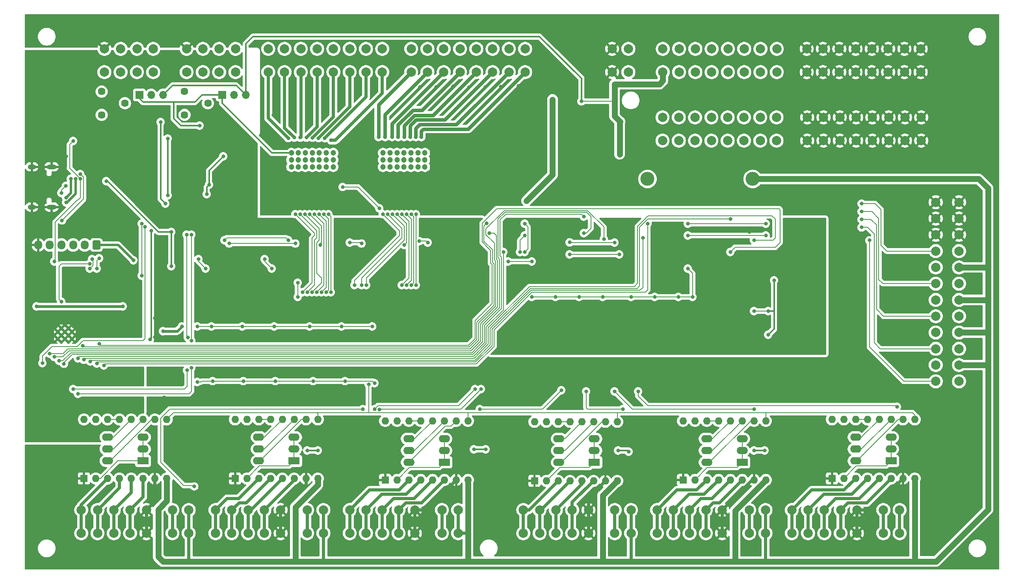
<source format=gbl>
G04 #@! TF.GenerationSoftware,KiCad,Pcbnew,8.0.2*
G04 #@! TF.CreationDate,2024-05-01T18:56:36+02:00*
G04 #@! TF.ProjectId,FluidNC,466c7569-644e-4432-9e6b-696361645f70,rev?*
G04 #@! TF.SameCoordinates,Original*
G04 #@! TF.FileFunction,Copper,L2,Bot*
G04 #@! TF.FilePolarity,Positive*
%FSLAX46Y46*%
G04 Gerber Fmt 4.6, Leading zero omitted, Abs format (unit mm)*
G04 Created by KiCad (PCBNEW 8.0.2) date 2024-05-01 18:56:36*
%MOMM*%
%LPD*%
G01*
G04 APERTURE LIST*
G04 Aperture macros list*
%AMRoundRect*
0 Rectangle with rounded corners*
0 $1 Rounding radius*
0 $2 $3 $4 $5 $6 $7 $8 $9 X,Y pos of 4 corners*
0 Add a 4 corners polygon primitive as box body*
4,1,4,$2,$3,$4,$5,$6,$7,$8,$9,$2,$3,0*
0 Add four circle primitives for the rounded corners*
1,1,$1+$1,$2,$3*
1,1,$1+$1,$4,$5*
1,1,$1+$1,$6,$7*
1,1,$1+$1,$8,$9*
0 Add four rect primitives between the rounded corners*
20,1,$1+$1,$2,$3,$4,$5,0*
20,1,$1+$1,$4,$5,$6,$7,0*
20,1,$1+$1,$6,$7,$8,$9,0*
20,1,$1+$1,$8,$9,$2,$3,0*%
G04 Aperture macros list end*
G04 #@! TA.AperFunction,ComponentPad*
%ADD10C,2.000000*%
G04 #@! TD*
G04 #@! TA.AperFunction,ComponentPad*
%ADD11O,2.100000X1.000000*%
G04 #@! TD*
G04 #@! TA.AperFunction,ComponentPad*
%ADD12O,1.800000X1.000000*%
G04 #@! TD*
G04 #@! TA.AperFunction,ComponentPad*
%ADD13C,1.620000*%
G04 #@! TD*
G04 #@! TA.AperFunction,ComponentPad*
%ADD14C,1.200000*%
G04 #@! TD*
G04 #@! TA.AperFunction,ComponentPad*
%ADD15R,2.400000X1.600000*%
G04 #@! TD*
G04 #@! TA.AperFunction,ComponentPad*
%ADD16O,2.400000X1.600000*%
G04 #@! TD*
G04 #@! TA.AperFunction,ComponentPad*
%ADD17R,1.600000X1.600000*%
G04 #@! TD*
G04 #@! TA.AperFunction,ComponentPad*
%ADD18O,1.600000X1.600000*%
G04 #@! TD*
G04 #@! TA.AperFunction,ComponentPad*
%ADD19RoundRect,0.250000X0.600000X0.725000X-0.600000X0.725000X-0.600000X-0.725000X0.600000X-0.725000X0*%
G04 #@! TD*
G04 #@! TA.AperFunction,ComponentPad*
%ADD20O,1.700000X1.950000*%
G04 #@! TD*
G04 #@! TA.AperFunction,ComponentPad*
%ADD21C,3.000000*%
G04 #@! TD*
G04 #@! TA.AperFunction,ComponentPad*
%ADD22R,1.700000X1.700000*%
G04 #@! TD*
G04 #@! TA.AperFunction,ComponentPad*
%ADD23O,1.700000X1.700000*%
G04 #@! TD*
G04 #@! TA.AperFunction,HeatsinkPad*
%ADD24C,0.600000*%
G04 #@! TD*
G04 #@! TA.AperFunction,ViaPad*
%ADD25C,0.800000*%
G04 #@! TD*
G04 #@! TA.AperFunction,Conductor*
%ADD26C,1.270000*%
G04 #@! TD*
G04 #@! TA.AperFunction,Conductor*
%ADD27C,0.203200*%
G04 #@! TD*
G04 #@! TA.AperFunction,Conductor*
%ADD28C,0.508000*%
G04 #@! TD*
G04 #@! TA.AperFunction,Conductor*
%ADD29C,0.304800*%
G04 #@! TD*
G04 #@! TA.AperFunction,Conductor*
%ADD30C,0.609600*%
G04 #@! TD*
G04 #@! TA.AperFunction,Conductor*
%ADD31C,0.711200*%
G04 #@! TD*
G04 #@! TA.AperFunction,Conductor*
%ADD32C,0.406400*%
G04 #@! TD*
G04 #@! TA.AperFunction,Conductor*
%ADD33C,0.355600*%
G04 #@! TD*
G04 #@! TA.AperFunction,Conductor*
%ADD34C,0.762000*%
G04 #@! TD*
G04 APERTURE END LIST*
D10*
X77104000Y-12620000D03*
X77104000Y-7620000D03*
X73604000Y-12620000D03*
X73604000Y-7620000D03*
X70104000Y-12620000D03*
X70104000Y-7620000D03*
X66604000Y-12620000D03*
X66604000Y-7620000D03*
X63104000Y-12620000D03*
X63104000Y-7620000D03*
X59604000Y-12620000D03*
X59604000Y-7620000D03*
X56104000Y-12620000D03*
X56104000Y-7620000D03*
X52604000Y-12620000D03*
X52604000Y-7620000D03*
X12416000Y-106760000D03*
X12416000Y-111760000D03*
X15916000Y-106760000D03*
X15916000Y-111760000D03*
X19416000Y-106760000D03*
X19416000Y-111760000D03*
X22916000Y-106760000D03*
X22916000Y-111760000D03*
X26416000Y-106760000D03*
X26416000Y-111760000D03*
D11*
X6025500Y-32990000D03*
D12*
X1825500Y-32990000D03*
D11*
X6025500Y-41630000D03*
D12*
X1825500Y-41630000D03*
D10*
X107412000Y-106760000D03*
X107412000Y-111760000D03*
X110912000Y-106760000D03*
X110912000Y-111760000D03*
X114412000Y-106760000D03*
X114412000Y-111760000D03*
X117912000Y-106760000D03*
X117912000Y-111760000D03*
X121412000Y-106760000D03*
X121412000Y-111760000D03*
D13*
X34624000Y-21804000D03*
X39624000Y-19304000D03*
X34624000Y-16804000D03*
D10*
X70104000Y-106760000D03*
X70104000Y-111760000D03*
X73604000Y-106760000D03*
X73604000Y-111760000D03*
X77104000Y-106760000D03*
X77104000Y-111760000D03*
X80604000Y-106760000D03*
X80604000Y-111760000D03*
X84104000Y-106760000D03*
X84104000Y-111760000D03*
X60960000Y-106760000D03*
X60960000Y-111760000D03*
X64460000Y-106760000D03*
X64460000Y-111760000D03*
D14*
X77264000Y-30000000D03*
X77264000Y-31500000D03*
X77264000Y-33000000D03*
X78764000Y-30000000D03*
X78764000Y-31500000D03*
X78764000Y-33000000D03*
X80264000Y-30000000D03*
X80264000Y-31500000D03*
X80264000Y-33000000D03*
X81764000Y-30000000D03*
X81764000Y-31500000D03*
X81764000Y-33000000D03*
X83264000Y-30000000D03*
X83264000Y-31500000D03*
X83264000Y-33000000D03*
X84764000Y-30000000D03*
X84764000Y-31500000D03*
X84764000Y-33000000D03*
X86264000Y-30000000D03*
X86264000Y-31500000D03*
X86264000Y-33000000D03*
D10*
X127056000Y-106760000D03*
X127056000Y-111760000D03*
X130556000Y-106760000D03*
X130556000Y-111760000D03*
D15*
X58156000Y-96210000D03*
D16*
X58156000Y-93670000D03*
X58156000Y-91130000D03*
X50536000Y-91130000D03*
X50536000Y-93670000D03*
X50536000Y-96210000D03*
D10*
X161884000Y-12620000D03*
X161884000Y-7620000D03*
X158384000Y-12620000D03*
X158384000Y-7620000D03*
X154884000Y-12620000D03*
X154884000Y-7620000D03*
X151384000Y-12620000D03*
X151384000Y-7620000D03*
X147884000Y-12620000D03*
X147884000Y-7620000D03*
X144384000Y-12620000D03*
X144384000Y-7620000D03*
X140884000Y-12620000D03*
X140884000Y-7620000D03*
X137384000Y-12620000D03*
X137384000Y-7620000D03*
X41260000Y-106760000D03*
X41260000Y-111760000D03*
X44760000Y-106760000D03*
X44760000Y-111760000D03*
X48260000Y-106760000D03*
X48260000Y-111760000D03*
X51760000Y-106760000D03*
X51760000Y-111760000D03*
X55260000Y-106760000D03*
X55260000Y-111760000D03*
D15*
X154432000Y-96520000D03*
D16*
X154432000Y-93980000D03*
X154432000Y-91440000D03*
X146812000Y-91440000D03*
X146812000Y-93980000D03*
X146812000Y-96520000D03*
D10*
X45552000Y-12620000D03*
X45552000Y-7620000D03*
X42052000Y-12620000D03*
X42052000Y-7620000D03*
X38552000Y-12620000D03*
X38552000Y-7620000D03*
X35052000Y-12620000D03*
X35052000Y-7620000D03*
X129992000Y-12620000D03*
X129992000Y-7620000D03*
X126492000Y-12620000D03*
X126492000Y-7620000D03*
D17*
X13000000Y-100000000D03*
D18*
X15540000Y-100000000D03*
X18080000Y-100000000D03*
X20620000Y-100000000D03*
X23160000Y-100000000D03*
X25700000Y-100000000D03*
X28240000Y-100000000D03*
X30780000Y-100000000D03*
X30780000Y-87300000D03*
X28240000Y-87300000D03*
X25700000Y-87300000D03*
X23160000Y-87300000D03*
X20620000Y-87300000D03*
X18080000Y-87300000D03*
X15540000Y-87300000D03*
X13000000Y-87300000D03*
D17*
X109812000Y-100508000D03*
D18*
X112352000Y-100508000D03*
X114892000Y-100508000D03*
X117432000Y-100508000D03*
X119972000Y-100508000D03*
X122512000Y-100508000D03*
X125052000Y-100508000D03*
X127592000Y-100508000D03*
X127592000Y-87808000D03*
X125052000Y-87808000D03*
X122512000Y-87808000D03*
X119972000Y-87808000D03*
X117432000Y-87808000D03*
X114892000Y-87808000D03*
X112352000Y-87808000D03*
X109812000Y-87808000D03*
D19*
X15668000Y-49784000D03*
D20*
X13168000Y-49784000D03*
X10668000Y-49784000D03*
X8168000Y-49784000D03*
X5668000Y-49784000D03*
X3168000Y-49784000D03*
D15*
X122672000Y-96530000D03*
D16*
X122672000Y-93990000D03*
X122672000Y-91450000D03*
X115052000Y-91450000D03*
X115052000Y-93990000D03*
X115052000Y-96530000D03*
D21*
X134100000Y-35600000D03*
X156700000Y-35600000D03*
D10*
X196044000Y-79102000D03*
X201044000Y-79102000D03*
X196044000Y-75602000D03*
X201044000Y-75602000D03*
X196044000Y-72102000D03*
X201044000Y-72102000D03*
X196044000Y-68602000D03*
X201044000Y-68602000D03*
X196044000Y-65102000D03*
X201044000Y-65102000D03*
X196044000Y-61602000D03*
X201044000Y-61602000D03*
X196044000Y-58102000D03*
X201044000Y-58102000D03*
X196044000Y-54602000D03*
X201044000Y-54602000D03*
X196044000Y-51102000D03*
X201044000Y-51102000D03*
X196044000Y-47602000D03*
X201044000Y-47602000D03*
X196044000Y-44102000D03*
X201044000Y-44102000D03*
X196044000Y-40602000D03*
X201044000Y-40602000D03*
D22*
X42672000Y-17526000D03*
D23*
X45212000Y-17526000D03*
X47752000Y-17526000D03*
D17*
X77734000Y-100310000D03*
D18*
X80274000Y-100310000D03*
X82814000Y-100310000D03*
X85354000Y-100310000D03*
X87894000Y-100310000D03*
X90434000Y-100310000D03*
X92974000Y-100310000D03*
X95514000Y-100310000D03*
X95514000Y-87610000D03*
X92974000Y-87610000D03*
X90434000Y-87610000D03*
X87894000Y-87610000D03*
X85354000Y-87610000D03*
X82814000Y-87610000D03*
X80274000Y-87610000D03*
X77734000Y-87610000D03*
D10*
X184778000Y-106760000D03*
X184778000Y-111760000D03*
X188278000Y-106760000D03*
X188278000Y-111760000D03*
X155956000Y-106760000D03*
X155956000Y-111760000D03*
X159456000Y-106760000D03*
X159456000Y-111760000D03*
X165100000Y-106760000D03*
X165100000Y-111760000D03*
X168600000Y-106760000D03*
X168600000Y-111760000D03*
X172100000Y-106760000D03*
X172100000Y-111760000D03*
X175600000Y-106760000D03*
X175600000Y-111760000D03*
X179100000Y-106760000D03*
X179100000Y-111760000D03*
D13*
X16804000Y-21804000D03*
X21804000Y-19304000D03*
X16804000Y-16804000D03*
D17*
X45466000Y-100000000D03*
D18*
X48006000Y-100000000D03*
X50546000Y-100000000D03*
X53086000Y-100000000D03*
X55626000Y-100000000D03*
X58166000Y-100000000D03*
X60706000Y-100000000D03*
X63246000Y-100000000D03*
X63246000Y-87300000D03*
X60706000Y-87300000D03*
X58166000Y-87300000D03*
X55626000Y-87300000D03*
X53086000Y-87300000D03*
X50546000Y-87300000D03*
X48006000Y-87300000D03*
X45466000Y-87300000D03*
D14*
X57572000Y-30000000D03*
X57572000Y-31500000D03*
X57572000Y-33000000D03*
X59072000Y-30000000D03*
X59072000Y-31500000D03*
X59072000Y-33000000D03*
X60572000Y-30000000D03*
X60572000Y-31500000D03*
X60572000Y-33000000D03*
X62072000Y-30000000D03*
X62072000Y-31500000D03*
X62072000Y-33000000D03*
X63572000Y-30000000D03*
X63572000Y-31500000D03*
X63572000Y-33000000D03*
X65072000Y-30000000D03*
X65072000Y-31500000D03*
X65072000Y-33000000D03*
X66572000Y-30000000D03*
X66572000Y-31500000D03*
X66572000Y-33000000D03*
D10*
X161828000Y-27352000D03*
X161828000Y-22352000D03*
X158328000Y-27352000D03*
X158328000Y-22352000D03*
X154828000Y-27352000D03*
X154828000Y-22352000D03*
X151328000Y-27352000D03*
X151328000Y-22352000D03*
X147828000Y-27352000D03*
X147828000Y-22352000D03*
X144328000Y-27352000D03*
X144328000Y-22352000D03*
X140828000Y-27352000D03*
X140828000Y-22352000D03*
X137328000Y-27352000D03*
X137328000Y-22352000D03*
D15*
X186436000Y-96210000D03*
D16*
X186436000Y-93670000D03*
X186436000Y-91130000D03*
X178816000Y-91130000D03*
X178816000Y-93670000D03*
X178816000Y-96210000D03*
D24*
X8127500Y-70740000D03*
X9652500Y-70740000D03*
X7365000Y-69977500D03*
X8890000Y-69977500D03*
X10415000Y-69977500D03*
X8127500Y-69215000D03*
X9652500Y-69215000D03*
X7365000Y-68452500D03*
X8890000Y-68452500D03*
X10415000Y-68452500D03*
X8127500Y-67690000D03*
X9652500Y-67690000D03*
D15*
X25690000Y-96210000D03*
D16*
X25690000Y-93670000D03*
X25690000Y-91130000D03*
X18070000Y-91130000D03*
X18070000Y-93670000D03*
X18070000Y-96210000D03*
D17*
X173746000Y-100000000D03*
D18*
X176286000Y-100000000D03*
X178826000Y-100000000D03*
X181366000Y-100000000D03*
X183906000Y-100000000D03*
X186446000Y-100000000D03*
X188986000Y-100000000D03*
X191526000Y-100000000D03*
X191526000Y-87300000D03*
X188986000Y-87300000D03*
X186446000Y-87300000D03*
X183906000Y-87300000D03*
X181366000Y-87300000D03*
X178826000Y-87300000D03*
X176286000Y-87300000D03*
X173746000Y-87300000D03*
D10*
X192928000Y-27352000D03*
X192928000Y-22352000D03*
X189428000Y-27352000D03*
X189428000Y-22352000D03*
X185928000Y-27352000D03*
X185928000Y-22352000D03*
X182428000Y-27352000D03*
X182428000Y-22352000D03*
X178928000Y-27352000D03*
X178928000Y-22352000D03*
X175428000Y-27352000D03*
X175428000Y-22352000D03*
X171928000Y-27352000D03*
X171928000Y-22352000D03*
X168428000Y-27352000D03*
X168428000Y-22352000D03*
X107812000Y-12620000D03*
X107812000Y-7620000D03*
X104312000Y-12620000D03*
X104312000Y-7620000D03*
X100812000Y-12620000D03*
X100812000Y-7620000D03*
X97312000Y-12620000D03*
X97312000Y-7620000D03*
X93812000Y-12620000D03*
X93812000Y-7620000D03*
X90312000Y-12620000D03*
X90312000Y-7620000D03*
X86812000Y-12620000D03*
X86812000Y-7620000D03*
X83312000Y-12620000D03*
X83312000Y-7620000D03*
D22*
X24907000Y-17526000D03*
D23*
X27447000Y-17526000D03*
X29987000Y-17526000D03*
D10*
X136144000Y-106760000D03*
X136144000Y-111760000D03*
X139644000Y-106760000D03*
X139644000Y-111760000D03*
X143144000Y-106760000D03*
X143144000Y-111760000D03*
X146644000Y-106760000D03*
X146644000Y-111760000D03*
X150144000Y-106760000D03*
X150144000Y-111760000D03*
X32004000Y-106760000D03*
X32004000Y-111760000D03*
X35504000Y-106760000D03*
X35504000Y-111760000D03*
X89916000Y-106760000D03*
X89916000Y-111760000D03*
X93416000Y-106760000D03*
X93416000Y-111760000D03*
X192816000Y-12620000D03*
X192816000Y-7620000D03*
X189316000Y-12620000D03*
X189316000Y-7620000D03*
X185816000Y-12620000D03*
X185816000Y-7620000D03*
X182316000Y-12620000D03*
X182316000Y-7620000D03*
X178816000Y-12620000D03*
X178816000Y-7620000D03*
X175316000Y-12620000D03*
X175316000Y-7620000D03*
X171816000Y-12620000D03*
X171816000Y-7620000D03*
X168316000Y-12620000D03*
X168316000Y-7620000D03*
D15*
X90424000Y-96520000D03*
D16*
X90424000Y-93980000D03*
X90424000Y-91440000D03*
X82804000Y-91440000D03*
X82804000Y-93980000D03*
X82804000Y-96520000D03*
D17*
X141742000Y-100310000D03*
D18*
X144282000Y-100310000D03*
X146822000Y-100310000D03*
X149362000Y-100310000D03*
X151902000Y-100310000D03*
X154442000Y-100310000D03*
X156982000Y-100310000D03*
X159522000Y-100310000D03*
X159522000Y-87610000D03*
X156982000Y-87610000D03*
X154442000Y-87610000D03*
X151902000Y-87610000D03*
X149362000Y-87610000D03*
X146822000Y-87610000D03*
X144282000Y-87610000D03*
X141742000Y-87610000D03*
D10*
X27884000Y-12620000D03*
X27884000Y-7620000D03*
X24384000Y-12620000D03*
X24384000Y-7620000D03*
X20884000Y-12620000D03*
X20884000Y-7620000D03*
X17384000Y-12620000D03*
X17384000Y-7620000D03*
D25*
X14224000Y-53848000D03*
X8128000Y-61976000D03*
X10160000Y-35560000D03*
X9144000Y-39624000D03*
X163830000Y-60198000D03*
X164084000Y-65278000D03*
X41910000Y-53086000D03*
X8382000Y-33782000D03*
X143510000Y-64008000D03*
X133350000Y-63754000D03*
X49530000Y-64516000D03*
X85598000Y-53848000D03*
X112014000Y-49530000D03*
X128270000Y-62992000D03*
X28194000Y-69596000D03*
X104394000Y-51562000D03*
X63754000Y-64770000D03*
X167386000Y-62738000D03*
X12954000Y-32512000D03*
X124968000Y-66548000D03*
X33528000Y-54610000D03*
X116840000Y-64008000D03*
X157988000Y-46228000D03*
X114300000Y-66294000D03*
X111760000Y-64008000D03*
X28194000Y-65532000D03*
X24384000Y-65532000D03*
X76454000Y-41890000D03*
X167386000Y-67818000D03*
X124968000Y-50546000D03*
X60706000Y-53848000D03*
X138430000Y-64008000D03*
X8128000Y-14986000D03*
X55880000Y-52832000D03*
X68580000Y-37318000D03*
X125984000Y-45212000D03*
X10922000Y-14986000D03*
X163576000Y-70358000D03*
X48768000Y-56642000D03*
X42926000Y-64516000D03*
X37338000Y-68834000D03*
X106680000Y-64008000D03*
X13462000Y-10668000D03*
X155956000Y-46990000D03*
X109220000Y-66294000D03*
X121920000Y-64008000D03*
X154686000Y-52070000D03*
X69850000Y-53086000D03*
X9144000Y-30734000D03*
X119380000Y-66548000D03*
X9120000Y-37060000D03*
X8128000Y-38608000D03*
X53848000Y-67310000D03*
X29972000Y-68326000D03*
X31750000Y-46990000D03*
X2794000Y-62992000D03*
X31750000Y-54356000D03*
X17780000Y-36068000D03*
X46990000Y-67310000D03*
X61468000Y-67310000D03*
X34036000Y-67310000D03*
X68326000Y-67310000D03*
X21336000Y-62992000D03*
X74945600Y-67310000D03*
X40386000Y-67310000D03*
X37338000Y-67310000D03*
X8290000Y-44516962D03*
X12192000Y-34544000D03*
X12192000Y-35560000D03*
X10668000Y-27432000D03*
X6604000Y-53340000D03*
X4064000Y-75184000D03*
X26107108Y-45919108D03*
X25400000Y-45212000D03*
X25400000Y-56388000D03*
X124714000Y-48514000D03*
X5588000Y-73152000D03*
X6604000Y-73853600D03*
X100076000Y-47244000D03*
X120396000Y-47244000D03*
X7620000Y-74676000D03*
X8693997Y-75324564D03*
X120396000Y-43688000D03*
X35156190Y-76747280D03*
X35052000Y-47558400D03*
X35318100Y-69690258D03*
X10668000Y-80772000D03*
X36068000Y-47558400D03*
X11684000Y-81788000D03*
X36068000Y-76200000D03*
X36072853Y-70346271D03*
X11684000Y-74168000D03*
X103124000Y-51308000D03*
X156972000Y-48768000D03*
X12957603Y-74450400D03*
X14352009Y-74853600D03*
X151892000Y-44196000D03*
X15748000Y-75256800D03*
X133096000Y-48260000D03*
X134112000Y-45212000D03*
X17272000Y-75692000D03*
X16256000Y-71031200D03*
X151892000Y-51308000D03*
X72644000Y-49469600D03*
X15748000Y-54864000D03*
X44196000Y-49469600D03*
X85029600Y-48961600D03*
X70104000Y-49276000D03*
X58420000Y-49469600D03*
X86868000Y-49276000D03*
X16256000Y-52638400D03*
X12700000Y-71434400D03*
X99517682Y-45161682D03*
X113700000Y-18500000D03*
X37846000Y-24130000D03*
X108100000Y-40286000D03*
X130302000Y-89662000D03*
X185800000Y-63200000D03*
X71800000Y-16000000D03*
X68200000Y-15900000D03*
X88700000Y-15800000D03*
X39878000Y-36830000D03*
X65786000Y-89408000D03*
X102609672Y-15709672D03*
X51500000Y-23800000D03*
X64900000Y-15900000D03*
X57500000Y-21800000D03*
X126492000Y-89662000D03*
X159512000Y-89662000D03*
X61468000Y-89408000D03*
X53700000Y-21800000D03*
X37338000Y-77724000D03*
X75300000Y-16000000D03*
X87600000Y-26600000D03*
X37084000Y-83820000D03*
X39370000Y-38862000D03*
X85200000Y-15800000D03*
X99314000Y-89662000D03*
X30226000Y-82550000D03*
X95700000Y-15900000D03*
X106400000Y-15600000D03*
X99300000Y-15800000D03*
X61300000Y-15800000D03*
X95504000Y-89662000D03*
X30480000Y-78232000D03*
X185700000Y-67700000D03*
X92300000Y-15700000D03*
X157226000Y-89662000D03*
X42926000Y-30734000D03*
X34290000Y-83312000D03*
X156972000Y-93980000D03*
X96774000Y-93726000D03*
X69088000Y-79054400D03*
X27178000Y-70104000D03*
X60960000Y-93980000D03*
X128100000Y-30300000D03*
X62230000Y-79054400D03*
X99314000Y-93726000D03*
X47244000Y-79054400D03*
X63246000Y-93980000D03*
X40640000Y-79054400D03*
X54102000Y-79054400D03*
X27432000Y-46736000D03*
X128200000Y-23300000D03*
X159258000Y-93980000D03*
X75438000Y-79502000D03*
X37338000Y-79248000D03*
X127762000Y-93980000D03*
X30480000Y-40894000D03*
X29464000Y-23368000D03*
X130048000Y-94234000D03*
X119900000Y-18900000D03*
X59944000Y-59944000D03*
X58420000Y-43160000D03*
X60960000Y-59944000D03*
X59436000Y-43160000D03*
X58928000Y-60960000D03*
X58928000Y-57912000D03*
X60452000Y-43160000D03*
X61976000Y-59944000D03*
X62484000Y-43160000D03*
X62992000Y-59944000D03*
X64008000Y-59944000D03*
X63500000Y-43160000D03*
X65024000Y-59944000D03*
X64516000Y-43160000D03*
X66040000Y-59944000D03*
X65532000Y-43160000D03*
X71120000Y-58420000D03*
X77216000Y-43160000D03*
X78232000Y-43160000D03*
X72644000Y-58420000D03*
X79248000Y-43160000D03*
X73660000Y-58420000D03*
X63814400Y-49784000D03*
X61468000Y-43160000D03*
X81280000Y-58420000D03*
X81280000Y-43160000D03*
X82296000Y-43160000D03*
X82296000Y-58420000D03*
X83312000Y-58420000D03*
X83312000Y-43160000D03*
X84328000Y-43160000D03*
X84328000Y-58420000D03*
X81788000Y-49784000D03*
X80264000Y-43160000D03*
X11176000Y-35560000D03*
X23622000Y-53086000D03*
X142748000Y-54864000D03*
X109220000Y-53340000D03*
X109220000Y-60960000D03*
X51816000Y-52832000D03*
X114300000Y-60960000D03*
X160020000Y-69088000D03*
X119380000Y-60960000D03*
X39116000Y-54864000D03*
X104140000Y-53340000D03*
X37592000Y-52832000D03*
X9144000Y-40640000D03*
X124460000Y-60960000D03*
X140716000Y-60960000D03*
X156972000Y-64008000D03*
X130556000Y-60960000D03*
X160020000Y-64008000D03*
X53340000Y-54864000D03*
X135636000Y-60960000D03*
X161290000Y-57404000D03*
X143764000Y-60960000D03*
X56896000Y-48768000D03*
X43180000Y-48768000D03*
X14732000Y-52832000D03*
X14224000Y-54864000D03*
X30988000Y-26924000D03*
X30988000Y-39116000D03*
X74168000Y-79756000D03*
X128016000Y-51816000D03*
X117348000Y-51816000D03*
X117358991Y-49217000D03*
X127000000Y-49276000D03*
X107696000Y-51308000D03*
X107696000Y-45212000D03*
X106680000Y-51308000D03*
X107696000Y-47752000D03*
X159512000Y-45212000D03*
X142748000Y-45212000D03*
X159512000Y-47752000D03*
X142748000Y-47752000D03*
X181800000Y-48800000D03*
X180100000Y-46000000D03*
X180100000Y-44300000D03*
X180100000Y-42600000D03*
X180100000Y-40900000D03*
X56900000Y-26800000D03*
X58200000Y-26700000D03*
X59500000Y-26700000D03*
X60800000Y-26700000D03*
X62125712Y-26725712D03*
X63401424Y-26801424D03*
X64727136Y-26827136D03*
X66100000Y-27300000D03*
X76300000Y-26600000D03*
X77700000Y-26600000D03*
X79200000Y-26600000D03*
X80500000Y-26600000D03*
X81800000Y-26600000D03*
X83100000Y-26600000D03*
X84300000Y-26600000D03*
X85500000Y-26600000D03*
X132080000Y-81280000D03*
X187706000Y-84582000D03*
X127000000Y-81280000D03*
X156972000Y-85090000D03*
X128778000Y-85090000D03*
X120904000Y-81280000D03*
X115570000Y-81026000D03*
X98044000Y-85090000D03*
X76454000Y-85150400D03*
X98298000Y-80772000D03*
X75438000Y-85090000D03*
X36700000Y-101700000D03*
X72898000Y-85090000D03*
X97028000Y-80772000D03*
D26*
X207264000Y-106680000D02*
X207264000Y-75500000D01*
X196098000Y-117846000D02*
X207264000Y-106680000D01*
X191526000Y-117846000D02*
X196098000Y-117846000D01*
D27*
X12192000Y-39624000D02*
X12192000Y-35560000D01*
X11568000Y-40132000D02*
X11684000Y-40132000D01*
X11684000Y-40132000D02*
X12192000Y-39624000D01*
X6819600Y-44880400D02*
X11568000Y-40132000D01*
X6819600Y-53124400D02*
X6819600Y-44880400D01*
X6604000Y-53340000D02*
X6819600Y-53124400D01*
X84328000Y-43160000D02*
X84328000Y-58420000D01*
X83820000Y-57912000D02*
X83312000Y-58420000D01*
X83820000Y-43668000D02*
X83820000Y-57912000D01*
X83312000Y-43160000D02*
X83820000Y-43668000D01*
X83312000Y-57404000D02*
X82296000Y-58420000D01*
X83312000Y-44176000D02*
X83312000Y-57404000D01*
X82296000Y-43160000D02*
X83312000Y-44176000D01*
X82804000Y-44684000D02*
X82804000Y-56896000D01*
X82296000Y-45192000D02*
X80264000Y-43160000D01*
X82296000Y-49276000D02*
X82296000Y-45192000D01*
X81788000Y-49784000D02*
X82296000Y-49276000D01*
X79248000Y-43160000D02*
X81788000Y-45700000D01*
X81788000Y-45700000D02*
X81788000Y-48768000D01*
X72644000Y-56896000D02*
X72644000Y-58420000D01*
X78232000Y-43160000D02*
X81280000Y-46208000D01*
X81280000Y-46208000D02*
X81280000Y-48260000D01*
X81280000Y-48260000D02*
X72644000Y-56896000D01*
X80772000Y-46716000D02*
X80772000Y-47752000D01*
X7620000Y-61468000D02*
X8128000Y-61976000D01*
X14224000Y-53848000D02*
X8128000Y-53848000D01*
X7620000Y-54356000D02*
X7620000Y-61468000D01*
X8128000Y-53848000D02*
X7620000Y-54356000D01*
D28*
X10160000Y-38608000D02*
X10160000Y-35560000D01*
X9144000Y-39624000D02*
X10160000Y-38608000D01*
D29*
X13462000Y-12446000D02*
X10922000Y-14986000D01*
D27*
X68580000Y-37318000D02*
X71882000Y-37318000D01*
D29*
X13462000Y-10668000D02*
X13462000Y-12446000D01*
D27*
X71882000Y-37318000D02*
X76454000Y-41890000D01*
D29*
X8128000Y-14986000D02*
X10922000Y-14986000D01*
X8382000Y-33782000D02*
X9144000Y-33020000D01*
X9144000Y-33020000D02*
X9144000Y-30734000D01*
D27*
X8128000Y-38052000D02*
X9120000Y-37060000D01*
X8128000Y-38608000D02*
X8128000Y-38052000D01*
X68326000Y-67310000D02*
X74945600Y-67310000D01*
X40386000Y-67310000D02*
X53848000Y-67310000D01*
X53848000Y-67310000D02*
X61468000Y-67310000D01*
D30*
X29972000Y-68326000D02*
X33020000Y-68326000D01*
D27*
X61468000Y-67310000D02*
X68326000Y-67310000D01*
D29*
X31750000Y-46990000D02*
X31750000Y-54356000D01*
D30*
X33020000Y-68326000D02*
X34036000Y-67310000D01*
D29*
X28956000Y-46990000D02*
X18034000Y-36068000D01*
X18034000Y-36068000D02*
X17780000Y-36068000D01*
D30*
X2794000Y-62992000D02*
X21336000Y-62992000D01*
D27*
X37338000Y-67310000D02*
X40386000Y-67310000D01*
D29*
X31750000Y-46990000D02*
X28956000Y-46990000D01*
D27*
X12893600Y-39913362D02*
X12893600Y-35245600D01*
X8290000Y-44516962D02*
X12893600Y-39913362D01*
X12893600Y-35245600D02*
X12192000Y-34544000D01*
X12192000Y-35560000D02*
X9906000Y-33274000D01*
X9906000Y-33274000D02*
X9906000Y-28194000D01*
X9906000Y-28194000D02*
X10668000Y-27432000D01*
X6119787Y-71628000D02*
X4064000Y-73683787D01*
X26107108Y-45919108D02*
X26107108Y-69904892D01*
X11514186Y-71628000D02*
X6119787Y-71628000D01*
X25682400Y-70329600D02*
X12812586Y-70329600D01*
X12812586Y-70329600D02*
X11514186Y-71628000D01*
X26107108Y-69904892D02*
X25682400Y-70329600D01*
X4064000Y-73683787D02*
X4064000Y-75184000D01*
X25400000Y-45212000D02*
X25400000Y-56388000D01*
X97850400Y-66554969D02*
X97850400Y-70235390D01*
X99374400Y-47558400D02*
X101196800Y-49380800D01*
X124714000Y-48514000D02*
X124714000Y-45911790D01*
X9482187Y-72136000D02*
X8466187Y-73152000D01*
X124714000Y-45911790D02*
X121175810Y-42373600D01*
X8466187Y-73152000D02*
X5588000Y-73152000D01*
X95949790Y-72136000D02*
X9482187Y-72136000D01*
X97850400Y-70235390D02*
X95949790Y-72136000D01*
X101196800Y-52999010D02*
X101511200Y-53313410D01*
X101511200Y-53313410D02*
X101511200Y-62894169D01*
X103841599Y-42373599D02*
X103297978Y-42373600D01*
X101511200Y-62894169D02*
X97850400Y-66554969D01*
X121175810Y-42373600D02*
X103841599Y-42373599D01*
X101196800Y-49380800D02*
X101196800Y-52999010D01*
X103297978Y-42373600D02*
X99374400Y-46297179D01*
X99374400Y-46297179D02*
X99374400Y-47558400D01*
X96116800Y-72539200D02*
X98253600Y-70402400D01*
X8442400Y-73853600D02*
X9756800Y-72539200D01*
X101914400Y-63061180D02*
X101914400Y-53146400D01*
X98253600Y-66721980D02*
X101914400Y-63061180D01*
X6604000Y-73853600D02*
X8442400Y-73853600D01*
X101600000Y-47752000D02*
X101092000Y-47244000D01*
X98253600Y-70402400D02*
X98253600Y-66721980D01*
X101600000Y-52832000D02*
X101600000Y-47752000D01*
X9756800Y-72539200D02*
X96116800Y-72539200D01*
X101092000Y-47244000D02*
X100076000Y-47244000D01*
X101914400Y-53146400D02*
X101600000Y-52832000D01*
X102019200Y-52533600D02*
X102019200Y-44222590D01*
X120904000Y-47244000D02*
X120396000Y-47244000D01*
X10668000Y-72942400D02*
X93472000Y-72942400D01*
X98656800Y-70104000D02*
X98656800Y-66888990D01*
X102317600Y-63228190D02*
X102317600Y-52832000D01*
X102076895Y-63468895D02*
X102317600Y-63228190D01*
X7620000Y-74676000D02*
X8426400Y-74676000D01*
X98656800Y-66888990D02*
X102076895Y-63468895D01*
X97857370Y-71441370D02*
X98656800Y-70641940D01*
X102019200Y-44222590D02*
X103464989Y-42776800D01*
X93472000Y-72942400D02*
X96356340Y-72942400D01*
X102317600Y-52832000D02*
X102019200Y-52533600D01*
X103464989Y-42776800D02*
X121008800Y-42776800D01*
X8426400Y-74676000D02*
X10160000Y-72942400D01*
X96356340Y-72942400D02*
X97857370Y-71441370D01*
X10160000Y-72942400D02*
X10668000Y-72942400D01*
X121008800Y-42776800D02*
X121920000Y-43688000D01*
X121920000Y-43688000D02*
X121920000Y-46228000D01*
X98656800Y-70641940D02*
X98656800Y-70104000D01*
X121920000Y-46228000D02*
X120904000Y-47244000D01*
X10474400Y-73345600D02*
X96523350Y-73345600D01*
X96523350Y-73345600D02*
X99060000Y-70808950D01*
X102422400Y-44389600D02*
X103632000Y-43180000D01*
X103632000Y-43180000D02*
X119888000Y-43180000D01*
X99060000Y-70808950D02*
X99060000Y-67056000D01*
X8693997Y-75324564D02*
X8693997Y-75126003D01*
X102720800Y-52428800D02*
X102422400Y-52130400D01*
X119888000Y-43180000D02*
X120396000Y-43688000D01*
X102422400Y-52130400D02*
X102422400Y-44389600D01*
X102720800Y-63395200D02*
X102720800Y-52428800D01*
X8693997Y-75126003D02*
X10474400Y-73345600D01*
X99060000Y-67056000D02*
X102720800Y-63395200D01*
X34544000Y-80772000D02*
X10668000Y-80772000D01*
X35052000Y-47558400D02*
X35052000Y-69424158D01*
X35156190Y-76747280D02*
X35156190Y-80159810D01*
X35156190Y-80159810D02*
X34544000Y-80772000D01*
X35052000Y-69424158D02*
X35318100Y-69690258D01*
X36072853Y-70346271D02*
X36072853Y-54868853D01*
X36068000Y-81280000D02*
X36068000Y-76200000D01*
X35560000Y-81788000D02*
X29464000Y-81788000D01*
X29464000Y-81788000D02*
X11684000Y-81788000D01*
X36072853Y-54868853D02*
X36068000Y-54864000D01*
X36068000Y-47558400D02*
X36068000Y-54864000D01*
X36068000Y-81280000D02*
X35560000Y-81788000D01*
X96690360Y-73748800D02*
X99479200Y-70959960D01*
X99479200Y-67403958D02*
X103124000Y-63759158D01*
X11684000Y-74168000D02*
X12103200Y-73748800D01*
X12103200Y-73748800D02*
X96690360Y-73748800D01*
X103124000Y-63759158D02*
X103124000Y-51308000D01*
X99479200Y-70959960D02*
X99479200Y-67403958D01*
X131991200Y-57912000D02*
X131991200Y-45770377D01*
X13716000Y-74152000D02*
X93456000Y-74152000D01*
X131991200Y-58000800D02*
X131991200Y-57912000D01*
X131064000Y-58734400D02*
X131257600Y-58734400D01*
X97857370Y-73152000D02*
X99882400Y-71126970D01*
X131257600Y-58734400D02*
X131991200Y-58000800D01*
X161036000Y-48768000D02*
X156972000Y-48768000D01*
X99882400Y-67570968D02*
X100118589Y-67334779D01*
X108718969Y-58734400D02*
X109052989Y-58734400D01*
X161544000Y-48260000D02*
X161036000Y-48768000D01*
X96857370Y-74152000D02*
X97857370Y-73152000D01*
X131991200Y-45770377D02*
X134267177Y-43494400D01*
X161544000Y-44196000D02*
X161544000Y-48260000D01*
X134267177Y-43494400D02*
X160842400Y-43494400D01*
X93456000Y-74152000D02*
X96857370Y-74152000D01*
X12957603Y-74418397D02*
X13224000Y-74152000D01*
X109052989Y-58734400D02*
X131064000Y-58734400D01*
X160842400Y-43494400D02*
X161544000Y-44196000D01*
X12957603Y-74450400D02*
X12957603Y-74418397D01*
X100118589Y-67334779D02*
X108718969Y-58734400D01*
X13224000Y-74152000D02*
X13716000Y-74152000D01*
X99882400Y-71126970D02*
X99882400Y-70104000D01*
X99882400Y-70104000D02*
X99882400Y-67570968D01*
X14352009Y-74853600D02*
X14650409Y-74555200D01*
X132394400Y-58613600D02*
X132394400Y-45937387D01*
X14650409Y-74555200D02*
X97024380Y-74555200D01*
X108885979Y-59137600D02*
X131870400Y-59137600D01*
X134135787Y-44196000D02*
X151892000Y-44196000D01*
X131870400Y-59137600D02*
X132394400Y-58613600D01*
X132394400Y-45937387D02*
X134135787Y-44196000D01*
X100285600Y-71293980D02*
X100285600Y-67737979D01*
X97024380Y-74555200D02*
X100285600Y-71293980D01*
X100285600Y-67737979D02*
X108885979Y-59137600D01*
X100688800Y-71460990D02*
X100688800Y-67904990D01*
X97191390Y-74958400D02*
X100688800Y-71460990D01*
X15748000Y-75184000D02*
X15973600Y-74958400D01*
X100688800Y-67904990D02*
X109052989Y-59540800D01*
X133096000Y-58928000D02*
X133096000Y-48260000D01*
X132483200Y-59540800D02*
X133096000Y-58928000D01*
X15973600Y-74958400D02*
X97191390Y-74958400D01*
X15748000Y-75256800D02*
X15748000Y-75184000D01*
X109052989Y-59540800D02*
X132483200Y-59540800D01*
X17602400Y-75361600D02*
X97358400Y-75361600D01*
X133604000Y-59944000D02*
X134112000Y-59436000D01*
X101092000Y-71628000D02*
X101092000Y-68072000D01*
X101092000Y-68072000D02*
X109220000Y-59944000D01*
X97358400Y-75361600D02*
X101092000Y-71628000D01*
X134112000Y-59436000D02*
X134112000Y-45212000D01*
X17272000Y-75692000D02*
X17602400Y-75361600D01*
X109220000Y-59944000D02*
X133604000Y-59944000D01*
X17272000Y-71329600D02*
X36081737Y-71329600D01*
X100390400Y-53700610D02*
X100390400Y-52324000D01*
X36081737Y-71329600D02*
X46736000Y-71329600D01*
X46736000Y-71329600D02*
X95504000Y-71329600D01*
X97044000Y-66024000D02*
X99060000Y-64008000D01*
X162560000Y-49276000D02*
X161544000Y-50292000D01*
X100390400Y-52324000D02*
X100390400Y-50967010D01*
X95615770Y-71329600D02*
X97044000Y-69901370D01*
X162560000Y-42164000D02*
X162560000Y-49276000D01*
X98568000Y-45119151D02*
X101716751Y-41970400D01*
X100704800Y-54015010D02*
X100390400Y-53700610D01*
X97044000Y-69596000D02*
X97044000Y-66024000D01*
X16256000Y-71120000D02*
X16465600Y-71329600D01*
X101716751Y-41970400D02*
X104008609Y-41970399D01*
X162366399Y-41970399D02*
X162560000Y-42164000D01*
X99641695Y-50218305D02*
X98568000Y-49144610D01*
X95504000Y-71329600D02*
X95615770Y-71329600D01*
X104008609Y-41970399D02*
X162366399Y-41970399D01*
X98568000Y-46736000D02*
X98568000Y-45119151D01*
X99060000Y-64008000D02*
X100704800Y-62363200D01*
X161544000Y-50292000D02*
X152908000Y-50292000D01*
X16465600Y-71329600D02*
X17272000Y-71329600D01*
X100704800Y-62363200D02*
X100704800Y-61468000D01*
X100390400Y-50967010D02*
X99641695Y-50218305D01*
X97044000Y-69901370D02*
X97044000Y-69596000D01*
X16256000Y-71031200D02*
X16256000Y-71120000D01*
X98568000Y-49144610D02*
X98568000Y-46736000D01*
X100704800Y-61468000D02*
X100704800Y-54015010D01*
X152908000Y-50292000D02*
X151892000Y-51308000D01*
X15748000Y-53146400D02*
X16256000Y-52638400D01*
X86553600Y-48961600D02*
X86868000Y-49276000D01*
X15748000Y-54864000D02*
X15748000Y-53146400D01*
X72450400Y-49276000D02*
X72644000Y-49469600D01*
X85029600Y-48961600D02*
X86553600Y-48961600D01*
X44196000Y-49469600D02*
X58420000Y-49469600D01*
X70104000Y-49276000D02*
X72450400Y-49276000D01*
X94996000Y-71732800D02*
X95782780Y-71732800D01*
X97447200Y-70068380D02*
X97447200Y-69596000D01*
X100793600Y-53533600D02*
X100793600Y-50800000D01*
X101108000Y-62484000D02*
X101108000Y-53848000D01*
X12998400Y-71732800D02*
X15240000Y-71732800D01*
X100793600Y-50800000D02*
X98971200Y-48977600D01*
X98971200Y-48977600D02*
X98971200Y-45708164D01*
X12700000Y-71434400D02*
X12998400Y-71732800D01*
X98681580Y-65153579D02*
X101108000Y-62727159D01*
X95782780Y-71732800D02*
X96321885Y-71193695D01*
X101108000Y-62727159D02*
X101108000Y-62484000D01*
X101108000Y-53848000D02*
X100793600Y-53533600D01*
X97447200Y-69596000D02*
X97447200Y-66387959D01*
X98971200Y-45708164D02*
X99517682Y-45161682D01*
X97447200Y-66387959D02*
X98681580Y-65153579D01*
X96321885Y-71193695D02*
X97447200Y-70068380D01*
X15240000Y-71732800D02*
X94996000Y-71732800D01*
D29*
X24907000Y-18303000D02*
X25654000Y-19050000D01*
D26*
X152908000Y-106924000D02*
X152908000Y-117856000D01*
D29*
X36830000Y-19050000D02*
X38354000Y-17526000D01*
D26*
X124460000Y-103640000D02*
X124460000Y-117856000D01*
X30780000Y-100000000D02*
X30780000Y-104856000D01*
D29*
X24907000Y-17526000D02*
X24907000Y-18303000D01*
D26*
X127592000Y-100508000D02*
X124460000Y-103640000D01*
D29*
X42672000Y-17526000D02*
X42672000Y-19304000D01*
D26*
X113700000Y-18500000D02*
X113700000Y-34686000D01*
D31*
X130556000Y-117712000D02*
X130700000Y-117856000D01*
D29*
X32258000Y-19050000D02*
X36830000Y-19050000D01*
D26*
X207264000Y-61500000D02*
X207162000Y-61602000D01*
D29*
X32258000Y-22606000D02*
X33782000Y-24130000D01*
D26*
X207162000Y-75602000D02*
X201044000Y-75602000D01*
D31*
X159456000Y-111760000D02*
X159456000Y-117700000D01*
D26*
X207162000Y-61602000D02*
X201044000Y-61602000D01*
X207264000Y-61500000D02*
X207264000Y-54400000D01*
X63246000Y-100000000D02*
X63246000Y-101346000D01*
X28956000Y-106680000D02*
X28956000Y-116840000D01*
D29*
X33782000Y-24130000D02*
X37846000Y-24130000D01*
D26*
X159522000Y-100310000D02*
X152908000Y-106924000D01*
X29972000Y-117856000D02*
X35600000Y-117856000D01*
X95504000Y-117856000D02*
X124460000Y-117856000D01*
X58420000Y-117856000D02*
X64600000Y-117856000D01*
X191526000Y-100000000D02*
X191526000Y-117846000D01*
X95514000Y-111700000D02*
X95514000Y-117846000D01*
X207264000Y-37592000D02*
X205232000Y-35560000D01*
D31*
X35504000Y-106760000D02*
X35504000Y-111760000D01*
X188278000Y-106760000D02*
X188278000Y-111760000D01*
D26*
X35600000Y-117856000D02*
X58420000Y-117856000D01*
D31*
X95454000Y-111760000D02*
X95514000Y-111700000D01*
D26*
X207062000Y-54602000D02*
X201044000Y-54602000D01*
D29*
X25654000Y-19050000D02*
X32258000Y-19050000D01*
X42672000Y-19304000D02*
X53368000Y-30000000D01*
D26*
X58420000Y-106172000D02*
X58420000Y-117856000D01*
X159300000Y-117856000D02*
X191516000Y-117856000D01*
X28956000Y-116840000D02*
X29972000Y-117856000D01*
X152908000Y-117856000D02*
X159300000Y-117856000D01*
D31*
X93416000Y-106760000D02*
X93416000Y-111760000D01*
D29*
X38354000Y-17526000D02*
X42672000Y-17526000D01*
D31*
X35504000Y-117760000D02*
X35600000Y-117856000D01*
X93416000Y-111760000D02*
X95454000Y-111760000D01*
D26*
X95514000Y-117846000D02*
X95504000Y-117856000D01*
X207264000Y-49530000D02*
X207264000Y-37592000D01*
D29*
X53368000Y-30000000D02*
X57572000Y-30000000D01*
D31*
X64460000Y-111760000D02*
X64460000Y-117716000D01*
X64460000Y-106760000D02*
X64460000Y-111760000D01*
D26*
X64600000Y-117856000D02*
X95504000Y-117856000D01*
D31*
X159456000Y-117700000D02*
X159300000Y-117856000D01*
D26*
X207264000Y-75500000D02*
X207264000Y-68300000D01*
X30780000Y-104856000D02*
X28956000Y-106680000D01*
X207264000Y-68300000D02*
X206962000Y-68602000D01*
D31*
X130556000Y-106760000D02*
X130556000Y-111760000D01*
D29*
X32258000Y-19050000D02*
X32258000Y-22606000D01*
D26*
X113700000Y-34686000D02*
X108100000Y-40286000D01*
X130700000Y-117856000D02*
X152908000Y-117856000D01*
D31*
X159456000Y-106760000D02*
X159456000Y-111760000D01*
D26*
X207264000Y-75500000D02*
X207162000Y-75602000D01*
D31*
X130556000Y-111760000D02*
X130556000Y-117712000D01*
D26*
X205232000Y-35560000D02*
X205192000Y-35600000D01*
D31*
X35504000Y-111760000D02*
X35504000Y-117760000D01*
D26*
X207264000Y-54400000D02*
X207264000Y-49530000D01*
X124460000Y-117856000D02*
X130700000Y-117856000D01*
X205192000Y-35600000D02*
X156700000Y-35600000D01*
X207264000Y-54400000D02*
X207062000Y-54602000D01*
X95514000Y-100310000D02*
X95514000Y-111700000D01*
X191526000Y-117846000D02*
X191516000Y-117856000D01*
X207264000Y-68300000D02*
X207264000Y-61500000D01*
X63246000Y-101346000D02*
X58420000Y-106172000D01*
D31*
X64460000Y-117716000D02*
X64600000Y-117856000D01*
D26*
X206962000Y-68602000D02*
X201044000Y-68602000D01*
D31*
X179100000Y-106760000D02*
X182226000Y-106760000D01*
X55260000Y-106760000D02*
X60706000Y-101314000D01*
D26*
X130302000Y-89662000D02*
X126492000Y-89662000D01*
D32*
X87600000Y-26600000D02*
X92900000Y-26600000D01*
D31*
X26416000Y-106760000D02*
X28240000Y-104936000D01*
D29*
X34290000Y-83312000D02*
X36576000Y-83312000D01*
D31*
X150144000Y-106760000D02*
X156594000Y-100310000D01*
D26*
X159512000Y-89662000D02*
X157226000Y-89662000D01*
D31*
X150144000Y-106760000D02*
X150144000Y-111760000D01*
D29*
X39370000Y-37338000D02*
X39878000Y-36830000D01*
D31*
X26416000Y-106760000D02*
X26416000Y-111760000D01*
D29*
X42926000Y-30734000D02*
X39878000Y-33782000D01*
D31*
X182226000Y-106760000D02*
X188986000Y-100000000D01*
X179100000Y-106760000D02*
X179100000Y-111760000D01*
X55260000Y-106760000D02*
X55260000Y-111760000D01*
X84104000Y-106760000D02*
X86524000Y-106760000D01*
X121412000Y-104148000D02*
X125052000Y-100508000D01*
X86524000Y-106760000D02*
X92974000Y-100310000D01*
X84104000Y-106760000D02*
X84104000Y-111760000D01*
X60706000Y-101314000D02*
X60706000Y-100000000D01*
X156594000Y-100310000D02*
X156982000Y-100310000D01*
D26*
X99314000Y-89662000D02*
X95504000Y-89662000D01*
D29*
X39370000Y-38862000D02*
X39370000Y-37338000D01*
X39878000Y-33782000D02*
X39878000Y-36830000D01*
X36576000Y-83312000D02*
X37084000Y-83820000D01*
D26*
X65786000Y-89408000D02*
X61468000Y-89408000D01*
D29*
X30226000Y-82550000D02*
X30988000Y-83312000D01*
D31*
X28240000Y-104936000D02*
X28240000Y-100000000D01*
D29*
X30988000Y-83312000D02*
X34290000Y-83312000D01*
D31*
X121412000Y-106760000D02*
X121412000Y-111760000D01*
X121412000Y-106760000D02*
X121412000Y-104148000D01*
D27*
X58156000Y-96210000D02*
X57054400Y-97311600D01*
X38100000Y-79248000D02*
X38293600Y-79054400D01*
X153330400Y-97621600D02*
X146970400Y-97621600D01*
X121570400Y-97631600D02*
X115228400Y-97631600D01*
X38293600Y-79054400D02*
X40640000Y-79054400D01*
X119900000Y-18900000D02*
X127000000Y-18900000D01*
D26*
X127000000Y-22100000D02*
X128200000Y-23300000D01*
D29*
X49300000Y-5000000D02*
X110900000Y-5000000D01*
X60960000Y-93980000D02*
X63246000Y-93980000D01*
X119900000Y-14000000D02*
X119900000Y-18900000D01*
D26*
X127000000Y-15240000D02*
X136652000Y-15240000D01*
D27*
X40640000Y-79054400D02*
X47244000Y-79054400D01*
X74990400Y-79054400D02*
X75438000Y-79502000D01*
X58156000Y-91130000D02*
X58156000Y-96210000D01*
D29*
X45720000Y-15494000D02*
X47752000Y-17526000D01*
D27*
X25690000Y-96210000D02*
X20312102Y-96210000D01*
X90424000Y-96520000D02*
X89322400Y-97621600D01*
X154432000Y-96520000D02*
X153330400Y-97621600D01*
D29*
X96774000Y-93726000D02*
X99314000Y-93726000D01*
X47752000Y-17526000D02*
X47752000Y-6548000D01*
X29987000Y-17526000D02*
X32019000Y-15494000D01*
D27*
X47244000Y-79054400D02*
X54102000Y-79054400D01*
D29*
X127762000Y-93980000D02*
X129794000Y-93980000D01*
X29464000Y-23368000D02*
X29464000Y-39878000D01*
D27*
X115228400Y-97631600D02*
X112352000Y-100508000D01*
D26*
X127000000Y-15240000D02*
X127000000Y-18900000D01*
D27*
X25690000Y-91130000D02*
X25690000Y-96210000D01*
X62230000Y-79054400D02*
X69088000Y-79054400D01*
D29*
X47752000Y-6548000D02*
X49300000Y-5000000D01*
D27*
X90424000Y-91440000D02*
X90424000Y-96520000D01*
X185334400Y-97311600D02*
X178974400Y-97311600D01*
X50694400Y-97311600D02*
X48006000Y-100000000D01*
X122672000Y-96530000D02*
X121570400Y-97631600D01*
D26*
X137384000Y-14508000D02*
X137384000Y-12620000D01*
D29*
X129794000Y-93980000D02*
X130048000Y-94234000D01*
D27*
X186436000Y-91130000D02*
X186436000Y-96210000D01*
X57054400Y-97311600D02*
X50694400Y-97311600D01*
X37338000Y-79248000D02*
X38100000Y-79248000D01*
X89322400Y-97621600D02*
X82962400Y-97621600D01*
X122672000Y-91450000D02*
X122672000Y-96530000D01*
D29*
X110900000Y-5000000D02*
X119900000Y-14000000D01*
X27432000Y-69850000D02*
X27178000Y-70104000D01*
D26*
X128100000Y-30300000D02*
X128100000Y-23400000D01*
X127000000Y-18900000D02*
X127000000Y-22100000D01*
D29*
X32019000Y-15494000D02*
X45720000Y-15494000D01*
D27*
X20312102Y-96210000D02*
X16522102Y-100000000D01*
X69088000Y-79054400D02*
X74990400Y-79054400D01*
X16522102Y-100000000D02*
X15540000Y-100000000D01*
X178974400Y-97311600D02*
X176286000Y-100000000D01*
X54102000Y-79054400D02*
X62230000Y-79054400D01*
X186436000Y-96210000D02*
X185334400Y-97311600D01*
D29*
X156972000Y-93980000D02*
X159258000Y-93980000D01*
D27*
X146970400Y-97621600D02*
X144282000Y-100310000D01*
X154432000Y-91440000D02*
X154432000Y-96520000D01*
X82962400Y-97621600D02*
X80274000Y-100310000D01*
D26*
X136652000Y-15240000D02*
X137384000Y-14508000D01*
D29*
X27432000Y-46736000D02*
X27432000Y-69850000D01*
X29464000Y-39878000D02*
X30480000Y-40894000D01*
D26*
X128100000Y-23400000D02*
X128200000Y-23300000D01*
D27*
X61976000Y-57912000D02*
X61976000Y-48260000D01*
X59944000Y-59944000D02*
X61976000Y-57912000D01*
X62484000Y-47224000D02*
X58420000Y-43160000D01*
X62484000Y-47752000D02*
X62484000Y-47224000D01*
X61976000Y-48260000D02*
X62484000Y-47752000D01*
X62484000Y-48768000D02*
X62992000Y-48260000D01*
X62484000Y-58420000D02*
X62484000Y-48768000D01*
X60960000Y-59944000D02*
X62484000Y-58420000D01*
X62992000Y-48260000D02*
X62992000Y-46716000D01*
X62992000Y-46716000D02*
X59436000Y-43160000D01*
X58928000Y-57912000D02*
X58928000Y-59920213D01*
X58928000Y-59920213D02*
X58928000Y-60960000D01*
X61976000Y-59944000D02*
X64008000Y-57912000D01*
X63500000Y-48768000D02*
X63500000Y-46208000D01*
X64008000Y-56896000D02*
X62992000Y-55880000D01*
X64008000Y-57912000D02*
X64008000Y-56896000D01*
X62992000Y-55880000D02*
X62992000Y-49276000D01*
X62992000Y-49276000D02*
X63500000Y-48768000D01*
X63500000Y-46208000D02*
X60452000Y-43160000D01*
X64516000Y-45192000D02*
X62484000Y-43160000D01*
X62992000Y-59944000D02*
X64516000Y-58420000D01*
X64516000Y-58420000D02*
X64516000Y-45192000D01*
X64008000Y-59944000D02*
X65024000Y-58928000D01*
X65024000Y-58928000D02*
X65024000Y-44684000D01*
X65024000Y-44684000D02*
X63500000Y-43160000D01*
X65532000Y-59436000D02*
X65532000Y-44176000D01*
X65532000Y-44176000D02*
X64516000Y-43160000D01*
X65024000Y-59944000D02*
X65532000Y-59436000D01*
X66040000Y-43668000D02*
X65532000Y-43160000D01*
X66040000Y-59944000D02*
X66040000Y-43668000D01*
X71120000Y-58420000D02*
X71120000Y-57404000D01*
X80772000Y-46716000D02*
X77216000Y-43160000D01*
X71120000Y-57404000D02*
X80772000Y-47752000D01*
X73660000Y-56896000D02*
X81788000Y-48768000D01*
X73660000Y-58420000D02*
X73660000Y-56896000D01*
X64008000Y-45700000D02*
X61468000Y-43160000D01*
X63814400Y-49469600D02*
X64008000Y-49276000D01*
X63814400Y-49784000D02*
X63814400Y-49469600D01*
X64008000Y-49276000D02*
X64008000Y-45700000D01*
X82804000Y-56896000D02*
X81280000Y-58420000D01*
X81280000Y-43160000D02*
X82804000Y-44684000D01*
D28*
X9335739Y-40640000D02*
X9144000Y-40640000D01*
D27*
X37592000Y-53340000D02*
X37592000Y-52832000D01*
D29*
X161290000Y-64008000D02*
X161290000Y-67818000D01*
D27*
X130556000Y-60960000D02*
X135636000Y-60960000D01*
D28*
X11176000Y-38799739D02*
X9335739Y-40640000D01*
D27*
X140716000Y-60960000D02*
X143764000Y-60960000D01*
X156972000Y-64008000D02*
X160020000Y-64008000D01*
X51816000Y-53340000D02*
X51816000Y-52832000D01*
D29*
X161290000Y-57404000D02*
X161290000Y-64008000D01*
D28*
X11176000Y-35560000D02*
X11176000Y-38799739D01*
D27*
X39116000Y-54864000D02*
X37592000Y-53340000D01*
X142748000Y-54864000D02*
X143764000Y-55880000D01*
D28*
X20320000Y-49784000D02*
X23622000Y-53086000D01*
D29*
X161290000Y-67818000D02*
X160020000Y-69088000D01*
D27*
X114300000Y-60960000D02*
X119380000Y-60960000D01*
X124460000Y-60960000D02*
X130556000Y-60960000D01*
X109220000Y-53340000D02*
X104140000Y-53340000D01*
X119380000Y-60960000D02*
X124460000Y-60960000D01*
X109220000Y-60960000D02*
X114300000Y-60960000D01*
X143764000Y-55880000D02*
X143764000Y-60960000D01*
X135636000Y-60960000D02*
X140716000Y-60960000D01*
X53340000Y-54864000D02*
X51816000Y-53340000D01*
D28*
X15668000Y-49784000D02*
X20320000Y-49784000D01*
D29*
X160020000Y-64008000D02*
X161290000Y-64008000D01*
D27*
X43180000Y-48768000D02*
X43688000Y-48260000D01*
X14732000Y-52832000D02*
X14925600Y-53025600D01*
X14925600Y-54162400D02*
X14224000Y-54864000D01*
X56388000Y-48260000D02*
X56896000Y-48768000D01*
X14925600Y-53025600D02*
X14925600Y-54162400D01*
X43688000Y-48260000D02*
X56388000Y-48260000D01*
D33*
X30988000Y-26924000D02*
X30988000Y-39116000D01*
D27*
X127508000Y-85852000D02*
X95504000Y-85852000D01*
X127592000Y-87808000D02*
X127592000Y-85936000D01*
X95504000Y-85852000D02*
X74168000Y-85852000D01*
X127592000Y-85936000D02*
X127508000Y-85852000D01*
X159522000Y-85862000D02*
X159512000Y-85852000D01*
X191008000Y-85852000D02*
X159512000Y-85852000D01*
X63246000Y-86106000D02*
X62992000Y-85852000D01*
X191526000Y-86370000D02*
X191008000Y-85852000D01*
X159512000Y-85852000D02*
X127508000Y-85852000D01*
X95514000Y-85862000D02*
X95504000Y-85852000D01*
X62992000Y-85852000D02*
X32228000Y-85852000D01*
X74168000Y-79756000D02*
X74168000Y-85852000D01*
X32228000Y-85852000D02*
X30780000Y-87300000D01*
X74168000Y-85852000D02*
X62992000Y-85852000D01*
X95514000Y-87610000D02*
X95514000Y-85862000D01*
X159522000Y-87610000D02*
X159522000Y-85862000D01*
X63246000Y-87300000D02*
X63246000Y-86106000D01*
X191526000Y-87300000D02*
X191526000Y-86370000D01*
D31*
X176355200Y-102470800D02*
X178826000Y-100000000D01*
X169389200Y-102470800D02*
X176355200Y-102470800D01*
X165100000Y-106760000D02*
X165100000Y-111760000D01*
X165100000Y-106760000D02*
X169389200Y-102470800D01*
X168600000Y-106760000D02*
X171978000Y-103382000D01*
X177984000Y-103382000D02*
X181366000Y-100000000D01*
X168600000Y-106760000D02*
X168600000Y-111760000D01*
X171978000Y-103382000D02*
X177984000Y-103382000D01*
X179612800Y-104293200D02*
X183906000Y-100000000D01*
X174566800Y-104293200D02*
X179612800Y-104293200D01*
X172100000Y-106760000D02*
X174566800Y-104293200D01*
X172100000Y-106760000D02*
X172100000Y-111760000D01*
X175600000Y-106760000D02*
X175600000Y-111760000D01*
X181241600Y-105204400D02*
X186446000Y-100000000D01*
X177155600Y-105204400D02*
X181241600Y-105204400D01*
X175600000Y-106760000D02*
X177155600Y-105204400D01*
D27*
X188036000Y-87300000D02*
X179126000Y-96210000D01*
X179126000Y-96210000D02*
X178816000Y-96210000D01*
X188986000Y-87300000D02*
X188036000Y-87300000D01*
X186446000Y-87300000D02*
X180076000Y-93670000D01*
X180076000Y-93670000D02*
X178816000Y-93670000D01*
X180076000Y-91130000D02*
X178816000Y-91130000D01*
X183906000Y-87300000D02*
X180076000Y-91130000D01*
X178826000Y-87300000D02*
X181366000Y-87300000D01*
D31*
X140433200Y-102470800D02*
X144661200Y-102470800D01*
X136144000Y-106760000D02*
X136144000Y-111760000D01*
X144661200Y-102470800D02*
X146822000Y-100310000D01*
X136144000Y-106760000D02*
X140433200Y-102470800D01*
X143022000Y-103382000D02*
X146290000Y-103382000D01*
X139644000Y-106760000D02*
X139644000Y-111760000D01*
X146290000Y-103382000D02*
X149362000Y-100310000D01*
X139644000Y-106760000D02*
X143022000Y-103382000D01*
X147918800Y-104293200D02*
X151902000Y-100310000D01*
X143144000Y-106760000D02*
X145610800Y-104293200D01*
X145610800Y-104293200D02*
X147918800Y-104293200D01*
X143144000Y-106760000D02*
X143144000Y-111760000D01*
X148199600Y-105204400D02*
X149547600Y-105204400D01*
X146644000Y-106760000D02*
X146644000Y-111760000D01*
X149547600Y-105204400D02*
X154442000Y-100310000D01*
X146644000Y-106760000D02*
X148199600Y-105204400D01*
D27*
X147394102Y-96520000D02*
X146812000Y-96520000D01*
X156982000Y-87610000D02*
X156304102Y-87610000D01*
X156304102Y-87610000D02*
X147394102Y-96520000D01*
X148072000Y-93980000D02*
X146812000Y-93980000D01*
X154442000Y-87610000D02*
X148072000Y-93980000D01*
X148072000Y-91440000D02*
X146812000Y-91440000D01*
X151902000Y-87610000D02*
X148072000Y-91440000D01*
X146822000Y-87610000D02*
X149362000Y-87610000D01*
D31*
X108640000Y-106760000D02*
X114892000Y-100508000D01*
X107412000Y-106760000D02*
X108640000Y-106760000D01*
X107412000Y-106760000D02*
X107412000Y-111760000D01*
X110912000Y-106760000D02*
X110912000Y-107028000D01*
X110912000Y-107028000D02*
X117432000Y-100508000D01*
X110912000Y-106760000D02*
X110912000Y-111760000D01*
X119972000Y-101200000D02*
X119972000Y-100508000D01*
X114412000Y-106760000D02*
X119972000Y-101200000D01*
X114412000Y-106760000D02*
X114412000Y-111760000D01*
X117912000Y-106760000D02*
X117912000Y-105108000D01*
X117912000Y-105108000D02*
X122512000Y-100508000D01*
X117912000Y-106760000D02*
X117912000Y-111760000D01*
D27*
X115634102Y-96530000D02*
X115052000Y-96530000D01*
X125052000Y-87808000D02*
X124356102Y-87808000D01*
X124356102Y-87808000D02*
X115634102Y-96530000D01*
X116330000Y-93990000D02*
X115052000Y-93990000D01*
X122512000Y-87808000D02*
X116330000Y-93990000D01*
X116330000Y-91450000D02*
X115052000Y-91450000D01*
X119972000Y-87808000D02*
X116330000Y-91450000D01*
X114892000Y-87808000D02*
X117432000Y-87808000D01*
D31*
X80772000Y-102470800D02*
X80772000Y-102352000D01*
X70104000Y-106760000D02*
X70104000Y-111760000D01*
X70104000Y-106760000D02*
X74393200Y-102470800D01*
X80772000Y-102352000D02*
X82814000Y-100310000D01*
X74393200Y-102470800D02*
X80772000Y-102470800D01*
X76982000Y-103382000D02*
X82282000Y-103382000D01*
X73604000Y-106760000D02*
X73604000Y-111760000D01*
X82282000Y-103382000D02*
X85354000Y-100310000D01*
X73604000Y-106760000D02*
X76982000Y-103382000D01*
X77104000Y-106760000D02*
X79570800Y-104293200D01*
X83910800Y-104293200D02*
X87894000Y-100310000D01*
X79570800Y-104293200D02*
X83910800Y-104293200D01*
X77104000Y-106760000D02*
X77104000Y-111760000D01*
X80604000Y-106760000D02*
X80604000Y-111760000D01*
X82159600Y-105204400D02*
X85539600Y-105204400D01*
X85539600Y-105204400D02*
X90434000Y-100310000D01*
X80604000Y-106760000D02*
X82159600Y-105204400D01*
D27*
X92974000Y-87610000D02*
X91872400Y-88711600D01*
X90612400Y-88711600D02*
X82804000Y-96520000D01*
X91872400Y-88711600D02*
X90612400Y-88711600D01*
X84064000Y-93980000D02*
X82804000Y-93980000D01*
X90434000Y-87610000D02*
X84064000Y-93980000D01*
X84064000Y-91440000D02*
X82804000Y-91440000D01*
X87894000Y-87610000D02*
X84064000Y-91440000D01*
X82814000Y-87610000D02*
X85354000Y-87610000D01*
D31*
X41260000Y-106760000D02*
X43726800Y-104293200D01*
X46252800Y-104293200D02*
X50546000Y-100000000D01*
X41260000Y-111760000D02*
X41260000Y-106760000D01*
X43726800Y-104293200D02*
X46252800Y-104293200D01*
X47881600Y-105204400D02*
X53086000Y-100000000D01*
X44760000Y-106760000D02*
X46315600Y-105204400D01*
X46315600Y-105204400D02*
X47881600Y-105204400D01*
X44760000Y-111760000D02*
X44760000Y-106760000D01*
X48260000Y-106760000D02*
X48260000Y-107366000D01*
X48260000Y-107366000D02*
X55626000Y-100000000D01*
X48260000Y-106760000D02*
X48260000Y-111760000D01*
X58166000Y-100354000D02*
X58166000Y-100000000D01*
X51760000Y-106760000D02*
X58166000Y-100354000D01*
X51760000Y-106760000D02*
X51760000Y-111760000D01*
D27*
X50813898Y-96210000D02*
X50536000Y-96210000D01*
X60706000Y-87300000D02*
X59723898Y-87300000D01*
X59723898Y-87300000D02*
X50813898Y-96210000D01*
X58166000Y-87300000D02*
X51796000Y-93670000D01*
X51796000Y-93670000D02*
X50536000Y-93670000D01*
X51796000Y-91130000D02*
X50536000Y-91130000D01*
X55626000Y-87300000D02*
X51796000Y-91130000D01*
X50546000Y-87300000D02*
X53086000Y-87300000D01*
D31*
X12416000Y-105664000D02*
X12416000Y-106760000D01*
X12416000Y-106760000D02*
X12416000Y-111760000D01*
X18080000Y-100000000D02*
X12416000Y-105664000D01*
X15916000Y-106760000D02*
X20620000Y-102056000D01*
X15916000Y-111760000D02*
X15916000Y-106760000D01*
X20620000Y-102056000D02*
X20620000Y-100000000D01*
X19416000Y-111760000D02*
X19416000Y-106760000D01*
X23160000Y-103016000D02*
X23160000Y-100000000D01*
X19416000Y-106760000D02*
X23160000Y-103016000D01*
X22916000Y-111760000D02*
X22916000Y-106760000D01*
X22916000Y-106760000D02*
X25700000Y-103976000D01*
X25700000Y-103976000D02*
X25700000Y-100000000D01*
D27*
X28240000Y-87300000D02*
X27562102Y-87300000D01*
X18652102Y-96210000D02*
X18070000Y-96210000D01*
X27562102Y-87300000D02*
X18652102Y-96210000D01*
X25700000Y-87300000D02*
X19330000Y-93670000D01*
X19330000Y-93670000D02*
X18070000Y-93670000D01*
X19330000Y-91130000D02*
X18070000Y-91130000D01*
X23160000Y-87300000D02*
X19330000Y-91130000D01*
X18080000Y-87300000D02*
X20620000Y-87300000D01*
X128016000Y-51816000D02*
X117348000Y-51816000D01*
X117417991Y-49276000D02*
X117358991Y-49217000D01*
X127000000Y-49276000D02*
X117417991Y-49276000D01*
X108397600Y-50606400D02*
X108397600Y-45913600D01*
X107696000Y-51308000D02*
X108397600Y-50606400D01*
X108397600Y-45913600D02*
X107696000Y-45212000D01*
X106680000Y-51308000D02*
X106680000Y-48768000D01*
X106680000Y-48768000D02*
X107696000Y-47752000D01*
X159512000Y-45212000D02*
X142748000Y-45212000D01*
X159512000Y-47752000D02*
X142748000Y-47752000D01*
D31*
X184778000Y-106760000D02*
X184778000Y-111760000D01*
X155956000Y-106760000D02*
X155956000Y-111760000D01*
X127056000Y-106760000D02*
X127056000Y-111760000D01*
X89916000Y-106760000D02*
X89916000Y-111760000D01*
X60960000Y-106760000D02*
X60960000Y-111760000D01*
X32004000Y-106760000D02*
X32004000Y-111760000D01*
D27*
X181800000Y-71700000D02*
X189202000Y-79102000D01*
X189202000Y-79102000D02*
X196044000Y-79102000D01*
X181800000Y-48800000D02*
X181800000Y-71700000D01*
X182800000Y-70800000D02*
X184100000Y-72100000D01*
X182800000Y-47400000D02*
X182800000Y-70800000D01*
X181400000Y-46000000D02*
X182800000Y-47400000D01*
X184100000Y-72100000D02*
X184200000Y-72100000D01*
X184202000Y-72102000D02*
X196044000Y-72102000D01*
X180100000Y-46000000D02*
X181400000Y-46000000D01*
X184200000Y-72100000D02*
X184202000Y-72102000D01*
X182100000Y-44300000D02*
X183300000Y-45500000D01*
X184800000Y-65100000D02*
X184900000Y-65100000D01*
X183300000Y-63600000D02*
X184800000Y-65100000D01*
X184902000Y-65102000D02*
X196044000Y-65102000D01*
X183300000Y-45500000D02*
X183300000Y-63600000D01*
X184900000Y-65100000D02*
X184902000Y-65102000D01*
X180100000Y-44300000D02*
X182100000Y-44300000D01*
X183800000Y-44100000D02*
X183800000Y-57200000D01*
X183800000Y-57200000D02*
X184702000Y-58102000D01*
X184702000Y-58102000D02*
X196044000Y-58102000D01*
X182300000Y-42600000D02*
X183800000Y-44100000D01*
X180100000Y-42600000D02*
X182300000Y-42600000D01*
X183000000Y-40900000D02*
X184300000Y-42200000D01*
X184300000Y-42200000D02*
X184300000Y-49900000D01*
X184300000Y-49900000D02*
X185502000Y-51102000D01*
X185502000Y-51102000D02*
X196044000Y-51102000D01*
X180100000Y-40900000D02*
X183000000Y-40900000D01*
D31*
X52604000Y-12620000D02*
X52604000Y-22504000D01*
X52604000Y-22504000D02*
X56900000Y-26800000D01*
X56104000Y-24604000D02*
X58200000Y-26700000D01*
X56104000Y-12620000D02*
X56104000Y-24604000D01*
X59604000Y-26596000D02*
X59500000Y-26700000D01*
X59604000Y-12620000D02*
X59604000Y-26596000D01*
X63104000Y-24396000D02*
X60800000Y-26700000D01*
X63104000Y-12620000D02*
X63104000Y-24396000D01*
X66604000Y-22247424D02*
X62125712Y-26725712D01*
X66604000Y-12620000D02*
X66604000Y-22247424D01*
X70104000Y-12620000D02*
X70104000Y-20098848D01*
X70104000Y-20098848D02*
X63401424Y-26801424D01*
X73604000Y-12620000D02*
X73604000Y-17950272D01*
X73604000Y-17950272D02*
X64727136Y-26827136D01*
X77104000Y-17201023D02*
X67005023Y-27300000D01*
X77104000Y-12620000D02*
X77104000Y-17201023D01*
X67005023Y-27300000D02*
X66100000Y-27300000D01*
D34*
X76300000Y-20400000D02*
X76300000Y-26600000D01*
X76300000Y-19632000D02*
X76300000Y-20400000D01*
X83312000Y-12620000D02*
X76300000Y-19632000D01*
X86812000Y-12620000D02*
X77700000Y-21732000D01*
X77700000Y-21732000D02*
X77700000Y-26600000D01*
X90312000Y-12620000D02*
X79200000Y-23732000D01*
X79200000Y-23732000D02*
X79200000Y-26600000D01*
X80500000Y-24000000D02*
X80500000Y-26600000D01*
X85632000Y-20800000D02*
X83700000Y-20800000D01*
X83700000Y-20800000D02*
X80500000Y-24000000D01*
X93812000Y-12620000D02*
X85632000Y-20800000D01*
X81800000Y-24100000D02*
X81800000Y-26600000D01*
X84400000Y-21900000D02*
X84000000Y-21900000D01*
X88032000Y-21900000D02*
X84400000Y-21900000D01*
X97312000Y-12620000D02*
X88032000Y-21900000D01*
X84000000Y-21900000D02*
X81800000Y-24100000D01*
X84400000Y-22900000D02*
X83300000Y-24000000D01*
X100812000Y-12620000D02*
X90532000Y-22900000D01*
X83100000Y-24200000D02*
X83100000Y-26600000D01*
X90532000Y-22900000D02*
X87300000Y-22900000D01*
X83300000Y-24000000D02*
X83100000Y-24200000D01*
X87300000Y-22900000D02*
X84400000Y-22900000D01*
X84300000Y-24700000D02*
X84300000Y-26600000D01*
X89100000Y-23900000D02*
X85100000Y-23900000D01*
X104312000Y-12620000D02*
X93032000Y-23900000D01*
X93032000Y-23900000D02*
X89100000Y-23900000D01*
X85100000Y-23900000D02*
X84300000Y-24700000D01*
X85500000Y-25300000D02*
X85500000Y-26600000D01*
X90900000Y-24862000D02*
X85938000Y-24862000D01*
X107812000Y-12620000D02*
X95570000Y-24862000D01*
X85938000Y-24862000D02*
X85700000Y-25100000D01*
X85700000Y-25100000D02*
X85500000Y-25300000D01*
X95570000Y-24862000D02*
X90900000Y-24862000D01*
D27*
X187452000Y-84328000D02*
X187706000Y-84582000D01*
X132080000Y-81280000D02*
X132080000Y-82296000D01*
X142748000Y-84328000D02*
X187452000Y-84328000D01*
X132080000Y-82296000D02*
X134112000Y-84328000D01*
X134112000Y-84328000D02*
X142748000Y-84328000D01*
X130810000Y-85090000D02*
X156972000Y-85090000D01*
X127000000Y-81280000D02*
X130810000Y-85090000D01*
X121158000Y-85090000D02*
X121920000Y-85090000D01*
X120904000Y-84836000D02*
X121158000Y-85090000D01*
X121920000Y-85090000D02*
X128778000Y-85090000D01*
X120904000Y-81280000D02*
X120904000Y-84836000D01*
X111506000Y-85090000D02*
X98044000Y-85090000D01*
X115570000Y-81026000D02*
X111506000Y-85090000D01*
X76514400Y-85090000D02*
X76454000Y-85150400D01*
X93980000Y-85090000D02*
X92964000Y-85090000D01*
X98298000Y-80772000D02*
X93980000Y-85090000D01*
X92964000Y-85090000D02*
X76514400Y-85090000D01*
X31432102Y-85090000D02*
X29464000Y-87058102D01*
X76200000Y-84328000D02*
X75438000Y-85090000D01*
X72898000Y-85090000D02*
X31432102Y-85090000D01*
X32512000Y-99568000D02*
X34444000Y-101500000D01*
X29464000Y-87058102D02*
X29464000Y-96520000D01*
X93472000Y-84328000D02*
X91694000Y-84328000D01*
X29464000Y-96520000D02*
X32512000Y-99568000D01*
X34500000Y-101500000D02*
X36500000Y-101500000D01*
X36500000Y-101500000D02*
X36700000Y-101700000D01*
X97028000Y-80772000D02*
X93472000Y-84328000D01*
X34444000Y-101500000D02*
X34500000Y-101500000D01*
X91694000Y-84328000D02*
X76200000Y-84328000D01*
G04 #@! TA.AperFunction,Conductor*
G36*
X104950829Y-14063790D02*
G01*
X104982689Y-14125972D01*
X104975874Y-14195509D01*
X104948553Y-14236816D01*
X95241189Y-23944181D01*
X95179866Y-23977666D01*
X95153508Y-23980500D01*
X94497492Y-23980500D01*
X94430453Y-23960815D01*
X94384698Y-23908011D01*
X94374754Y-23838853D01*
X94403779Y-23775297D01*
X94409811Y-23768819D01*
X96751415Y-21427215D01*
X104031522Y-14147106D01*
X104092843Y-14113623D01*
X104139611Y-14112481D01*
X104162574Y-14116313D01*
X104187663Y-14120500D01*
X104187665Y-14120500D01*
X104436335Y-14120500D01*
X104681614Y-14079571D01*
X104784620Y-14044208D01*
X104820609Y-14031854D01*
X104890407Y-14028704D01*
X104950829Y-14063790D01*
G37*
G04 #@! TD.AperFunction*
G04 #@! TA.AperFunction,Conductor*
G36*
X101450828Y-14063790D02*
G01*
X101482688Y-14125972D01*
X101475873Y-14195509D01*
X101448552Y-14236816D01*
X92703189Y-22982181D01*
X92641866Y-23015666D01*
X92615508Y-23018500D01*
X91959492Y-23018500D01*
X91892453Y-22998815D01*
X91846698Y-22946011D01*
X91836754Y-22876853D01*
X91865779Y-22813297D01*
X91871811Y-22806819D01*
X93251415Y-21427215D01*
X100531521Y-14147106D01*
X100592842Y-14113623D01*
X100639610Y-14112481D01*
X100658213Y-14115585D01*
X100687663Y-14120500D01*
X100687665Y-14120500D01*
X100936335Y-14120500D01*
X101181614Y-14079571D01*
X101320608Y-14031853D01*
X101390406Y-14028704D01*
X101450828Y-14063790D01*
G37*
G04 #@! TD.AperFunction*
G04 #@! TA.AperFunction,Conductor*
G36*
X87450828Y-14063790D02*
G01*
X87482688Y-14125972D01*
X87475873Y-14195509D01*
X87448552Y-14236816D01*
X78793181Y-22892188D01*
X78731858Y-22925673D01*
X78662166Y-22920689D01*
X78606233Y-22878817D01*
X78581816Y-22813353D01*
X78581500Y-22804507D01*
X78581500Y-22148491D01*
X78601185Y-22081452D01*
X78617814Y-22060815D01*
X86531522Y-14147106D01*
X86592843Y-14113623D01*
X86639611Y-14112481D01*
X86662574Y-14116313D01*
X86687663Y-14120500D01*
X86687665Y-14120500D01*
X86936335Y-14120500D01*
X87181614Y-14079571D01*
X87320608Y-14031853D01*
X87390406Y-14028704D01*
X87450828Y-14063790D01*
G37*
G04 #@! TD.AperFunction*
G04 #@! TA.AperFunction,Conductor*
G36*
X97950829Y-14063790D02*
G01*
X97982689Y-14125972D01*
X97975874Y-14195509D01*
X97948553Y-14236816D01*
X90203189Y-21982181D01*
X90141866Y-22015666D01*
X90115508Y-22018500D01*
X89459492Y-22018500D01*
X89392453Y-21998815D01*
X89346698Y-21946011D01*
X89336754Y-21876853D01*
X89365779Y-21813297D01*
X89371811Y-21806819D01*
X91279815Y-19898815D01*
X97031522Y-14147106D01*
X97092843Y-14113623D01*
X97139611Y-14112481D01*
X97162574Y-14116313D01*
X97187663Y-14120500D01*
X97187665Y-14120500D01*
X97436335Y-14120500D01*
X97681614Y-14079571D01*
X97784620Y-14044208D01*
X97820609Y-14031854D01*
X97890407Y-14028704D01*
X97950829Y-14063790D01*
G37*
G04 #@! TD.AperFunction*
G04 #@! TA.AperFunction,Conductor*
G36*
X94450828Y-14063790D02*
G01*
X94482688Y-14125972D01*
X94475873Y-14195509D01*
X94448552Y-14236816D01*
X87703189Y-20982181D01*
X87641866Y-21015666D01*
X87615508Y-21018500D01*
X86959492Y-21018500D01*
X86892453Y-20998815D01*
X86846698Y-20946011D01*
X86836754Y-20876853D01*
X86865779Y-20813297D01*
X86871811Y-20806819D01*
X88534175Y-19144455D01*
X93531522Y-14147106D01*
X93592843Y-14113623D01*
X93639611Y-14112481D01*
X93662574Y-14116313D01*
X93687663Y-14120500D01*
X93687665Y-14120500D01*
X93936335Y-14120500D01*
X94181614Y-14079571D01*
X94320608Y-14031853D01*
X94390406Y-14028704D01*
X94450828Y-14063790D01*
G37*
G04 #@! TD.AperFunction*
G04 #@! TA.AperFunction,Conductor*
G36*
X90950828Y-14063790D02*
G01*
X90982688Y-14125972D01*
X90975873Y-14195509D01*
X90948552Y-14236816D01*
X85303189Y-19882181D01*
X85241866Y-19915666D01*
X85215508Y-19918500D01*
X84559492Y-19918500D01*
X84492453Y-19898815D01*
X84446698Y-19846011D01*
X84436754Y-19776853D01*
X84465779Y-19713297D01*
X84471811Y-19706819D01*
X85822846Y-18355784D01*
X90031522Y-14147106D01*
X90092843Y-14113623D01*
X90139611Y-14112481D01*
X90162574Y-14116313D01*
X90187663Y-14120500D01*
X90187665Y-14120500D01*
X90436335Y-14120500D01*
X90681614Y-14079571D01*
X90820608Y-14031853D01*
X90890406Y-14028704D01*
X90950828Y-14063790D01*
G37*
G04 #@! TD.AperFunction*
G04 #@! TA.AperFunction,Conductor*
G36*
X209642539Y-208185D02*
G01*
X209688294Y-260989D01*
X209699500Y-312500D01*
X209699500Y-119463500D01*
X209679815Y-119530539D01*
X209627011Y-119576294D01*
X209575500Y-119587500D01*
X424500Y-119587500D01*
X357461Y-119567815D01*
X311706Y-119515011D01*
X300500Y-119463500D01*
X300500Y-114999998D01*
X3094645Y-114999998D01*
X3094645Y-115000001D01*
X3114039Y-115271160D01*
X3114040Y-115271167D01*
X3171823Y-115536793D01*
X3171825Y-115536801D01*
X3213953Y-115649750D01*
X3266830Y-115791519D01*
X3397109Y-116030107D01*
X3397110Y-116030108D01*
X3397113Y-116030113D01*
X3560029Y-116247742D01*
X3560033Y-116247746D01*
X3560038Y-116247752D01*
X3752247Y-116439961D01*
X3752253Y-116439966D01*
X3752258Y-116439971D01*
X3969887Y-116602887D01*
X3969891Y-116602889D01*
X3969892Y-116602890D01*
X4208481Y-116733169D01*
X4208480Y-116733169D01*
X4208484Y-116733170D01*
X4208487Y-116733172D01*
X4463199Y-116828175D01*
X4728840Y-116885961D01*
X4980605Y-116903967D01*
X4999999Y-116905355D01*
X5000000Y-116905355D01*
X5000001Y-116905355D01*
X5018100Y-116904060D01*
X5271160Y-116885961D01*
X5536801Y-116828175D01*
X5791513Y-116733172D01*
X5791517Y-116733169D01*
X5791519Y-116733169D01*
X5965788Y-116638011D01*
X6030113Y-116602887D01*
X6247742Y-116439971D01*
X6439971Y-116247742D01*
X6602887Y-116030113D01*
X6668029Y-115910813D01*
X6733169Y-115791519D01*
X6733169Y-115791517D01*
X6733172Y-115791513D01*
X6828175Y-115536801D01*
X6885961Y-115271160D01*
X6905355Y-115000000D01*
X6885961Y-114728840D01*
X6828175Y-114463199D01*
X6733172Y-114208487D01*
X6733170Y-114208484D01*
X6733169Y-114208480D01*
X6602890Y-113969892D01*
X6602889Y-113969891D01*
X6602887Y-113969887D01*
X6439971Y-113752258D01*
X6439966Y-113752253D01*
X6439961Y-113752247D01*
X6247752Y-113560038D01*
X6247746Y-113560033D01*
X6247742Y-113560029D01*
X6030113Y-113397113D01*
X6030108Y-113397110D01*
X6030107Y-113397109D01*
X5791518Y-113266830D01*
X5791519Y-113266830D01*
X5741920Y-113248330D01*
X5536801Y-113171825D01*
X5536794Y-113171823D01*
X5536793Y-113171823D01*
X5271167Y-113114040D01*
X5271160Y-113114039D01*
X5000001Y-113094645D01*
X4999999Y-113094645D01*
X4728839Y-113114039D01*
X4728832Y-113114040D01*
X4463206Y-113171823D01*
X4463202Y-113171824D01*
X4463199Y-113171825D01*
X4336496Y-113219083D01*
X4208480Y-113266830D01*
X3969892Y-113397109D01*
X3969891Y-113397110D01*
X3752259Y-113560028D01*
X3752247Y-113560038D01*
X3560038Y-113752247D01*
X3560028Y-113752259D01*
X3397110Y-113969891D01*
X3397109Y-113969892D01*
X3266830Y-114208480D01*
X3219326Y-114335843D01*
X3171825Y-114463199D01*
X3171824Y-114463202D01*
X3171823Y-114463206D01*
X3114040Y-114728832D01*
X3114039Y-114728839D01*
X3094645Y-114999998D01*
X300500Y-114999998D01*
X300500Y-92831500D01*
X320185Y-92764461D01*
X372989Y-92718706D01*
X424500Y-92707500D01*
X16518427Y-92707500D01*
X16585466Y-92727185D01*
X16631221Y-92779989D01*
X16641165Y-92849147D01*
X16618745Y-92904385D01*
X16557715Y-92988386D01*
X16464781Y-93170776D01*
X16401522Y-93365465D01*
X16369500Y-93567648D01*
X16369500Y-93772351D01*
X16401522Y-93974534D01*
X16464781Y-94169223D01*
X16510125Y-94258214D01*
X16556018Y-94348284D01*
X16557715Y-94351613D01*
X16678028Y-94517213D01*
X16822786Y-94661971D01*
X16963428Y-94764151D01*
X16988390Y-94782287D01*
X17076562Y-94827213D01*
X17081080Y-94829515D01*
X17131876Y-94877490D01*
X17148671Y-94945311D01*
X17126134Y-95011446D01*
X17081080Y-95050485D01*
X16988386Y-95097715D01*
X16822786Y-95218028D01*
X16678028Y-95362786D01*
X16557715Y-95528386D01*
X16464781Y-95710776D01*
X16401522Y-95905465D01*
X16369500Y-96107648D01*
X16369500Y-96312351D01*
X16401522Y-96514534D01*
X16464781Y-96709223D01*
X16523540Y-96824542D01*
X16556739Y-96889699D01*
X16557715Y-96891613D01*
X16678028Y-97057213D01*
X16822786Y-97201971D01*
X16977749Y-97314556D01*
X16988390Y-97322287D01*
X17097503Y-97377883D01*
X17170776Y-97415218D01*
X17170778Y-97415218D01*
X17170781Y-97415220D01*
X17248145Y-97440357D01*
X17365465Y-97478477D01*
X17426405Y-97488129D01*
X17567648Y-97510500D01*
X17860742Y-97510500D01*
X17927781Y-97530185D01*
X17973536Y-97582989D01*
X17983480Y-97652147D01*
X17954455Y-97715703D01*
X17948423Y-97722181D01*
X16612576Y-99058027D01*
X16551253Y-99091512D01*
X16481561Y-99086528D01*
X16437214Y-99058027D01*
X16379141Y-98999954D01*
X16192734Y-98869432D01*
X16192732Y-98869431D01*
X15986497Y-98773261D01*
X15986488Y-98773258D01*
X15766697Y-98714366D01*
X15766693Y-98714365D01*
X15766692Y-98714365D01*
X15766691Y-98714364D01*
X15766686Y-98714364D01*
X15540002Y-98694532D01*
X15539998Y-98694532D01*
X15313313Y-98714364D01*
X15313302Y-98714366D01*
X15093511Y-98773258D01*
X15093502Y-98773261D01*
X14887267Y-98869431D01*
X14887265Y-98869432D01*
X14700858Y-98999954D01*
X14539951Y-99160861D01*
X14522287Y-99186088D01*
X14467710Y-99229712D01*
X14398211Y-99236904D01*
X14335857Y-99205380D01*
X14300445Y-99145150D01*
X14297425Y-99128218D01*
X14293598Y-99092627D01*
X14293596Y-99092620D01*
X14243354Y-98957913D01*
X14243350Y-98957906D01*
X14157190Y-98842812D01*
X14157187Y-98842809D01*
X14042093Y-98756649D01*
X14042086Y-98756645D01*
X13907379Y-98706403D01*
X13907372Y-98706401D01*
X13847844Y-98700000D01*
X13250000Y-98700000D01*
X13250000Y-99684314D01*
X13245606Y-99679920D01*
X13154394Y-99627259D01*
X13052661Y-99600000D01*
X12947339Y-99600000D01*
X12845606Y-99627259D01*
X12754394Y-99679920D01*
X12750000Y-99684314D01*
X12750000Y-98700000D01*
X12152155Y-98700000D01*
X12092627Y-98706401D01*
X12092620Y-98706403D01*
X11957913Y-98756645D01*
X11957906Y-98756649D01*
X11842812Y-98842809D01*
X11842809Y-98842812D01*
X11756649Y-98957906D01*
X11756645Y-98957913D01*
X11706403Y-99092620D01*
X11706401Y-99092627D01*
X11700000Y-99152155D01*
X11700000Y-99750000D01*
X12684314Y-99750000D01*
X12679920Y-99754394D01*
X12627259Y-99845606D01*
X12600000Y-99947339D01*
X12600000Y-100052661D01*
X12627259Y-100154394D01*
X12679920Y-100245606D01*
X12684314Y-100250000D01*
X11700000Y-100250000D01*
X11700000Y-100847844D01*
X11706401Y-100907372D01*
X11706403Y-100907379D01*
X11756645Y-101042086D01*
X11756649Y-101042093D01*
X11842809Y-101157187D01*
X11842812Y-101157190D01*
X11957906Y-101243350D01*
X11957913Y-101243354D01*
X12092620Y-101293596D01*
X12092627Y-101293598D01*
X12152155Y-101299999D01*
X12152172Y-101300000D01*
X12750000Y-101300000D01*
X12750000Y-100315686D01*
X12754394Y-100320080D01*
X12845606Y-100372741D01*
X12947339Y-100400000D01*
X13052661Y-100400000D01*
X13154394Y-100372741D01*
X13245606Y-100320080D01*
X13250000Y-100315686D01*
X13250000Y-101300000D01*
X13847828Y-101300000D01*
X13847844Y-101299999D01*
X13907372Y-101293598D01*
X13907379Y-101293596D01*
X14042086Y-101243354D01*
X14042093Y-101243350D01*
X14157187Y-101157190D01*
X14157190Y-101157187D01*
X14243350Y-101042093D01*
X14243354Y-101042086D01*
X14293596Y-100907380D01*
X14297424Y-100871781D01*
X14324162Y-100807230D01*
X14381555Y-100767382D01*
X14451380Y-100764888D01*
X14511469Y-100800540D01*
X14522289Y-100813912D01*
X14532209Y-100828080D01*
X14539956Y-100839143D01*
X14700858Y-101000045D01*
X14700861Y-101000047D01*
X14887266Y-101130568D01*
X15093504Y-101226739D01*
X15093509Y-101226740D01*
X15093511Y-101226741D01*
X15209657Y-101257862D01*
X15288064Y-101278871D01*
X15318537Y-101287036D01*
X15317895Y-101289430D01*
X15371147Y-101315818D01*
X15407041Y-101375762D01*
X15404828Y-101445597D01*
X15374698Y-101494593D01*
X13603585Y-103265707D01*
X11870268Y-104999024D01*
X11821473Y-105047819D01*
X11751022Y-105118269D01*
X11657337Y-105258478D01*
X11657330Y-105258491D01*
X11592800Y-105414282D01*
X11592799Y-105414287D01*
X11581803Y-105469562D01*
X11549416Y-105531473D01*
X11536349Y-105543221D01*
X11396258Y-105652260D01*
X11227833Y-105835217D01*
X11091826Y-106043393D01*
X10991936Y-106271118D01*
X10930892Y-106512175D01*
X10930890Y-106512187D01*
X10910357Y-106759994D01*
X10910357Y-106760005D01*
X10930890Y-107007812D01*
X10930892Y-107007824D01*
X10991936Y-107248881D01*
X11091826Y-107476606D01*
X11227833Y-107684782D01*
X11260245Y-107719991D01*
X11396256Y-107867738D01*
X11512064Y-107957874D01*
X11552875Y-108014582D01*
X11559900Y-108055726D01*
X11559900Y-110464272D01*
X11540215Y-110531311D01*
X11512063Y-110562125D01*
X11396258Y-110652260D01*
X11227833Y-110835217D01*
X11091826Y-111043393D01*
X10991936Y-111271118D01*
X10930892Y-111512175D01*
X10930890Y-111512187D01*
X10910357Y-111759994D01*
X10910357Y-111760005D01*
X10930890Y-112007812D01*
X10930892Y-112007824D01*
X10991936Y-112248881D01*
X11091826Y-112476606D01*
X11227833Y-112684782D01*
X11260245Y-112719991D01*
X11396256Y-112867738D01*
X11592491Y-113020474D01*
X11592493Y-113020475D01*
X11810332Y-113138364D01*
X11811190Y-113138828D01*
X12030141Y-113213994D01*
X12044964Y-113219083D01*
X12046386Y-113219571D01*
X12291665Y-113260500D01*
X12540335Y-113260500D01*
X12785614Y-113219571D01*
X13020810Y-113138828D01*
X13239509Y-113020474D01*
X13435744Y-112867738D01*
X13604164Y-112684785D01*
X13740173Y-112476607D01*
X13840063Y-112248881D01*
X13901108Y-112007821D01*
X13921643Y-111760000D01*
X13909266Y-111610634D01*
X13901109Y-111512187D01*
X13901107Y-111512175D01*
X13840063Y-111271118D01*
X13740173Y-111043393D01*
X13604166Y-110835217D01*
X13583860Y-110813159D01*
X13435744Y-110652262D01*
X13319937Y-110562125D01*
X13279124Y-110505415D01*
X13272100Y-110464272D01*
X13272100Y-108055726D01*
X13291785Y-107988687D01*
X13319934Y-107957876D01*
X13435744Y-107867738D01*
X13604164Y-107684785D01*
X13740173Y-107476607D01*
X13840063Y-107248881D01*
X13901108Y-107007821D01*
X13901116Y-107007729D01*
X13921643Y-106760005D01*
X13921643Y-106759994D01*
X13901109Y-106512187D01*
X13901107Y-106512175D01*
X13840063Y-106271118D01*
X13740173Y-106043393D01*
X13601359Y-105830921D01*
X13603102Y-105829782D01*
X13580710Y-105773044D01*
X13594270Y-105704503D01*
X13616521Y-105674185D01*
X17951978Y-101338728D01*
X18013299Y-101305245D01*
X18050460Y-101302883D01*
X18080000Y-101305468D01*
X18306692Y-101285635D01*
X18526496Y-101226739D01*
X18732734Y-101130568D01*
X18919139Y-101000047D01*
X19080047Y-100839139D01*
X19210568Y-100652734D01*
X19237618Y-100594724D01*
X19283790Y-100542285D01*
X19350983Y-100523133D01*
X19417865Y-100543348D01*
X19462382Y-100594725D01*
X19489429Y-100652728D01*
X19489432Y-100652734D01*
X19619951Y-100839137D01*
X19619952Y-100839138D01*
X19619953Y-100839139D01*
X19727582Y-100946768D01*
X19761066Y-101008089D01*
X19763900Y-101034448D01*
X19763900Y-101650029D01*
X19744215Y-101717068D01*
X19727581Y-101737710D01*
X16227263Y-105238027D01*
X16165940Y-105271512D01*
X16119173Y-105272655D01*
X16040335Y-105259500D01*
X15791665Y-105259500D01*
X15546383Y-105300429D01*
X15311197Y-105381169D01*
X15311188Y-105381172D01*
X15092493Y-105499524D01*
X14896257Y-105652261D01*
X14727833Y-105835217D01*
X14591826Y-106043393D01*
X14491936Y-106271118D01*
X14430892Y-106512175D01*
X14430890Y-106512187D01*
X14410357Y-106759994D01*
X14410357Y-106760005D01*
X14430890Y-107007812D01*
X14430892Y-107007824D01*
X14491936Y-107248881D01*
X14591826Y-107476606D01*
X14727833Y-107684782D01*
X14760245Y-107719991D01*
X14896256Y-107867738D01*
X15012064Y-107957874D01*
X15052875Y-108014582D01*
X15059900Y-108055726D01*
X15059900Y-110464272D01*
X15040215Y-110531311D01*
X15012063Y-110562125D01*
X14896258Y-110652260D01*
X14727833Y-110835217D01*
X14591826Y-111043393D01*
X14491936Y-111271118D01*
X14430892Y-111512175D01*
X14430890Y-111512187D01*
X14410357Y-111759994D01*
X14410357Y-111760005D01*
X14430890Y-112007812D01*
X14430892Y-112007824D01*
X14491936Y-112248881D01*
X14591826Y-112476606D01*
X14727833Y-112684782D01*
X14760245Y-112719991D01*
X14896256Y-112867738D01*
X15092491Y-113020474D01*
X15092493Y-113020475D01*
X15310332Y-113138364D01*
X15311190Y-113138828D01*
X15530141Y-113213994D01*
X15544964Y-113219083D01*
X15546386Y-113219571D01*
X15791665Y-113260500D01*
X16040335Y-113260500D01*
X16285614Y-113219571D01*
X16520810Y-113138828D01*
X16739509Y-113020474D01*
X16935744Y-112867738D01*
X17104164Y-112684785D01*
X17240173Y-112476607D01*
X17340063Y-112248881D01*
X17401108Y-112007821D01*
X17421643Y-111760000D01*
X17409266Y-111610634D01*
X17401109Y-111512187D01*
X17401107Y-111512175D01*
X17340063Y-111271118D01*
X17240173Y-111043393D01*
X17104166Y-110835217D01*
X17083860Y-110813159D01*
X16935744Y-110652262D01*
X16819937Y-110562125D01*
X16779124Y-110505415D01*
X16772100Y-110464272D01*
X16772100Y-108055726D01*
X16791785Y-107988687D01*
X16819934Y-107957876D01*
X16935744Y-107867738D01*
X17104164Y-107684785D01*
X17240173Y-107476607D01*
X17340063Y-107248881D01*
X17401108Y-107007821D01*
X17401116Y-107007729D01*
X17421643Y-106760005D01*
X17421643Y-106759994D01*
X17405790Y-106568682D01*
X17403820Y-106544910D01*
X17417901Y-106476476D01*
X17439712Y-106446994D01*
X17820098Y-106066608D01*
X17881419Y-106033125D01*
X17951111Y-106038109D01*
X18007044Y-106079981D01*
X18031461Y-106145445D01*
X18021333Y-106204100D01*
X17991937Y-106271116D01*
X17930892Y-106512175D01*
X17930890Y-106512187D01*
X17910357Y-106759994D01*
X17910357Y-106760005D01*
X17930890Y-107007812D01*
X17930892Y-107007824D01*
X17991936Y-107248881D01*
X18091826Y-107476606D01*
X18227833Y-107684782D01*
X18260245Y-107719991D01*
X18396256Y-107867738D01*
X18512064Y-107957874D01*
X18552875Y-108014582D01*
X18559900Y-108055726D01*
X18559900Y-110464272D01*
X18540215Y-110531311D01*
X18512063Y-110562125D01*
X18396258Y-110652260D01*
X18227833Y-110835217D01*
X18091826Y-111043393D01*
X17991936Y-111271118D01*
X17930892Y-111512175D01*
X17930890Y-111512187D01*
X17910357Y-111759994D01*
X17910357Y-111760005D01*
X17930890Y-112007812D01*
X17930892Y-112007824D01*
X17991936Y-112248881D01*
X18091826Y-112476606D01*
X18227833Y-112684782D01*
X18260245Y-112719991D01*
X18396256Y-112867738D01*
X18592491Y-113020474D01*
X18592493Y-113020475D01*
X18810332Y-113138364D01*
X18811190Y-113138828D01*
X19030141Y-113213994D01*
X19044964Y-113219083D01*
X19046386Y-113219571D01*
X19291665Y-113260500D01*
X19540335Y-113260500D01*
X19785614Y-113219571D01*
X20020810Y-113138828D01*
X20239509Y-113020474D01*
X20435744Y-112867738D01*
X20604164Y-112684785D01*
X20740173Y-112476607D01*
X20840063Y-112248881D01*
X20901108Y-112007821D01*
X20921643Y-111760000D01*
X20909266Y-111610634D01*
X20901109Y-111512187D01*
X20901107Y-111512175D01*
X20840063Y-111271118D01*
X20740173Y-111043393D01*
X20604166Y-110835217D01*
X20583860Y-110813159D01*
X20435744Y-110652262D01*
X20319937Y-110562125D01*
X20279124Y-110505415D01*
X20272100Y-110464272D01*
X20272100Y-108055726D01*
X20291785Y-107988687D01*
X20319934Y-107957876D01*
X20435744Y-107867738D01*
X20604164Y-107684785D01*
X20740173Y-107476607D01*
X20840063Y-107248881D01*
X20901108Y-107007821D01*
X20901116Y-107007729D01*
X20921643Y-106760005D01*
X20921643Y-106759994D01*
X20905790Y-106568682D01*
X20903820Y-106544910D01*
X20917901Y-106476476D01*
X20939712Y-106446994D01*
X21320096Y-106066610D01*
X21381419Y-106033126D01*
X21451111Y-106038110D01*
X21507044Y-106079982D01*
X21531461Y-106145446D01*
X21521333Y-106204102D01*
X21491937Y-106271118D01*
X21430892Y-106512175D01*
X21430890Y-106512187D01*
X21410357Y-106759994D01*
X21410357Y-106760005D01*
X21430890Y-107007812D01*
X21430892Y-107007824D01*
X21491936Y-107248881D01*
X21591826Y-107476606D01*
X21727833Y-107684782D01*
X21760245Y-107719991D01*
X21896256Y-107867738D01*
X22012064Y-107957874D01*
X22052875Y-108014582D01*
X22059900Y-108055726D01*
X22059900Y-110464272D01*
X22040215Y-110531311D01*
X22012063Y-110562125D01*
X21896258Y-110652260D01*
X21727833Y-110835217D01*
X21591826Y-111043393D01*
X21491936Y-111271118D01*
X21430892Y-111512175D01*
X21430890Y-111512187D01*
X21410357Y-111759994D01*
X21410357Y-111760005D01*
X21430890Y-112007812D01*
X21430892Y-112007824D01*
X21491936Y-112248881D01*
X21591826Y-112476606D01*
X21727833Y-112684782D01*
X21760245Y-112719991D01*
X21896256Y-112867738D01*
X22092491Y-113020474D01*
X22092493Y-113020475D01*
X22310332Y-113138364D01*
X22311190Y-113138828D01*
X22530141Y-113213994D01*
X22544964Y-113219083D01*
X22546386Y-113219571D01*
X22791665Y-113260500D01*
X23040335Y-113260500D01*
X23285614Y-113219571D01*
X23520810Y-113138828D01*
X23739509Y-113020474D01*
X23935744Y-112867738D01*
X24104164Y-112684785D01*
X24240173Y-112476607D01*
X24340063Y-112248881D01*
X24401108Y-112007821D01*
X24421643Y-111760000D01*
X24409266Y-111610634D01*
X24401109Y-111512187D01*
X24401107Y-111512175D01*
X24340063Y-111271118D01*
X24240173Y-111043393D01*
X24104166Y-110835217D01*
X24083860Y-110813159D01*
X23935744Y-110652262D01*
X23819937Y-110562125D01*
X23779124Y-110505415D01*
X23772100Y-110464272D01*
X23772100Y-108055726D01*
X23791785Y-107988687D01*
X23819934Y-107957876D01*
X23935744Y-107867738D01*
X24104164Y-107684785D01*
X24240173Y-107476607D01*
X24340063Y-107248881D01*
X24401108Y-107007821D01*
X24401116Y-107007729D01*
X24421643Y-106760005D01*
X24421643Y-106759994D01*
X24405790Y-106568682D01*
X24403820Y-106544910D01*
X24417901Y-106476476D01*
X24439712Y-106446994D01*
X24821071Y-106065635D01*
X24882392Y-106032152D01*
X24952084Y-106037136D01*
X25008017Y-106079008D01*
X25032434Y-106144472D01*
X25022307Y-106203126D01*
X24992411Y-106271282D01*
X24931387Y-106512261D01*
X24931385Y-106512270D01*
X24910859Y-106759994D01*
X24910859Y-106760005D01*
X24931385Y-107007729D01*
X24931387Y-107007738D01*
X24992412Y-107248717D01*
X25092266Y-107476364D01*
X25192564Y-107629882D01*
X25851387Y-106971058D01*
X25856889Y-106991591D01*
X25935881Y-107128408D01*
X26047592Y-107240119D01*
X26184409Y-107319111D01*
X26204940Y-107324612D01*
X25545942Y-107983609D01*
X25592768Y-108020055D01*
X25592770Y-108020056D01*
X25811385Y-108138364D01*
X25811396Y-108138369D01*
X26046506Y-108219083D01*
X26291707Y-108260000D01*
X26540293Y-108260000D01*
X26785493Y-108219083D01*
X27020603Y-108138369D01*
X27020614Y-108138364D01*
X27239228Y-108020057D01*
X27239231Y-108020055D01*
X27286056Y-107983609D01*
X26627059Y-107324612D01*
X26647591Y-107319111D01*
X26784408Y-107240119D01*
X26896119Y-107128408D01*
X26975111Y-106991591D01*
X26980612Y-106971060D01*
X27639433Y-107629881D01*
X27683707Y-107625290D01*
X27752420Y-107637953D01*
X27803378Y-107685755D01*
X27820500Y-107748628D01*
X27820500Y-110771370D01*
X27800815Y-110838409D01*
X27748011Y-110884164D01*
X27683709Y-110894708D01*
X27639434Y-110890116D01*
X26980612Y-111548939D01*
X26975111Y-111528409D01*
X26896119Y-111391592D01*
X26784408Y-111279881D01*
X26647591Y-111200889D01*
X26627060Y-111195387D01*
X27286057Y-110536390D01*
X27286056Y-110536389D01*
X27239229Y-110499943D01*
X27020614Y-110381635D01*
X27020603Y-110381630D01*
X26785493Y-110300916D01*
X26540293Y-110260000D01*
X26291707Y-110260000D01*
X26046506Y-110300916D01*
X25811396Y-110381630D01*
X25811390Y-110381632D01*
X25592761Y-110499949D01*
X25545942Y-110536388D01*
X25545942Y-110536390D01*
X26204940Y-111195387D01*
X26184409Y-111200889D01*
X26047592Y-111279881D01*
X25935881Y-111391592D01*
X25856889Y-111528409D01*
X25851387Y-111548939D01*
X25192564Y-110890116D01*
X25092267Y-111043632D01*
X24992412Y-111271282D01*
X24931387Y-111512261D01*
X24931385Y-111512270D01*
X24910859Y-111759994D01*
X24910859Y-111760005D01*
X24931385Y-112007729D01*
X24931387Y-112007738D01*
X24992412Y-112248717D01*
X25092266Y-112476364D01*
X25192564Y-112629882D01*
X25851387Y-111971059D01*
X25856889Y-111991591D01*
X25935881Y-112128408D01*
X26047592Y-112240119D01*
X26184409Y-112319111D01*
X26204940Y-112324612D01*
X25545942Y-112983609D01*
X25592768Y-113020055D01*
X25592770Y-113020056D01*
X25811385Y-113138364D01*
X25811396Y-113138369D01*
X26046506Y-113219083D01*
X26291707Y-113260000D01*
X26540293Y-113260000D01*
X26785493Y-113219083D01*
X27020603Y-113138369D01*
X27020614Y-113138364D01*
X27239228Y-113020057D01*
X27239231Y-113020055D01*
X27286056Y-112983609D01*
X26627059Y-112324612D01*
X26647591Y-112319111D01*
X26784408Y-112240119D01*
X26896119Y-112128408D01*
X26975111Y-111991591D01*
X26980612Y-111971060D01*
X27639433Y-112629881D01*
X27683707Y-112625290D01*
X27752420Y-112637953D01*
X27803378Y-112685755D01*
X27820500Y-112748628D01*
X27820500Y-116929370D01*
X27848458Y-117105894D01*
X27869375Y-117170268D01*
X27903692Y-117275885D01*
X27984833Y-117435132D01*
X28089889Y-117579728D01*
X29105889Y-118595728D01*
X29232272Y-118722111D01*
X29328669Y-118792148D01*
X29376869Y-118827168D01*
X29459708Y-118869375D01*
X29536119Y-118908309D01*
X29577802Y-118921851D01*
X29577804Y-118921853D01*
X29577805Y-118921853D01*
X29609880Y-118932275D01*
X29706103Y-118963541D01*
X29781759Y-118975523D01*
X29882630Y-118991500D01*
X29882634Y-118991500D01*
X191605370Y-118991500D01*
X191651142Y-118984249D01*
X191658864Y-118983026D01*
X191678262Y-118981500D01*
X196187370Y-118981500D01*
X196275631Y-118967520D01*
X196363897Y-118953541D01*
X196503104Y-118908309D01*
X196533881Y-118898309D01*
X196693132Y-118817167D01*
X196837728Y-118712111D01*
X196964111Y-118585728D01*
X200549841Y-114999998D01*
X203094645Y-114999998D01*
X203094645Y-115000001D01*
X203114039Y-115271160D01*
X203114040Y-115271167D01*
X203171823Y-115536793D01*
X203171825Y-115536801D01*
X203213953Y-115649750D01*
X203266830Y-115791519D01*
X203397109Y-116030107D01*
X203397110Y-116030108D01*
X203397113Y-116030113D01*
X203560029Y-116247742D01*
X203560033Y-116247746D01*
X203560038Y-116247752D01*
X203752247Y-116439961D01*
X203752253Y-116439966D01*
X203752258Y-116439971D01*
X203969887Y-116602887D01*
X203969891Y-116602889D01*
X203969892Y-116602890D01*
X204208481Y-116733169D01*
X204208480Y-116733169D01*
X204208484Y-116733170D01*
X204208487Y-116733172D01*
X204463199Y-116828175D01*
X204728840Y-116885961D01*
X204980605Y-116903967D01*
X204999999Y-116905355D01*
X205000000Y-116905355D01*
X205000001Y-116905355D01*
X205018100Y-116904060D01*
X205271160Y-116885961D01*
X205536801Y-116828175D01*
X205791513Y-116733172D01*
X205791517Y-116733169D01*
X205791519Y-116733169D01*
X205965788Y-116638011D01*
X206030113Y-116602887D01*
X206247742Y-116439971D01*
X206439971Y-116247742D01*
X206602887Y-116030113D01*
X206668029Y-115910813D01*
X206733169Y-115791519D01*
X206733169Y-115791517D01*
X206733172Y-115791513D01*
X206828175Y-115536801D01*
X206885961Y-115271160D01*
X206905355Y-115000000D01*
X206885961Y-114728840D01*
X206828175Y-114463199D01*
X206733172Y-114208487D01*
X206733170Y-114208484D01*
X206733169Y-114208480D01*
X206602890Y-113969892D01*
X206602889Y-113969891D01*
X206602887Y-113969887D01*
X206439971Y-113752258D01*
X206439966Y-113752253D01*
X206439961Y-113752247D01*
X206247752Y-113560038D01*
X206247746Y-113560033D01*
X206247742Y-113560029D01*
X206030113Y-113397113D01*
X206030108Y-113397110D01*
X206030107Y-113397109D01*
X205791518Y-113266830D01*
X205791519Y-113266830D01*
X205741920Y-113248330D01*
X205536801Y-113171825D01*
X205536794Y-113171823D01*
X205536793Y-113171823D01*
X205271167Y-113114040D01*
X205271160Y-113114039D01*
X205000001Y-113094645D01*
X204999999Y-113094645D01*
X204728839Y-113114039D01*
X204728832Y-113114040D01*
X204463206Y-113171823D01*
X204463202Y-113171824D01*
X204463199Y-113171825D01*
X204336496Y-113219083D01*
X204208480Y-113266830D01*
X203969892Y-113397109D01*
X203969891Y-113397110D01*
X203752259Y-113560028D01*
X203752247Y-113560038D01*
X203560038Y-113752247D01*
X203560028Y-113752259D01*
X203397110Y-113969891D01*
X203397109Y-113969892D01*
X203266830Y-114208480D01*
X203219326Y-114335843D01*
X203171825Y-114463199D01*
X203171824Y-114463202D01*
X203171823Y-114463206D01*
X203114040Y-114728832D01*
X203114039Y-114728839D01*
X203094645Y-114999998D01*
X200549841Y-114999998D01*
X208130111Y-107419728D01*
X208211650Y-107307500D01*
X208235167Y-107275132D01*
X208316309Y-107115881D01*
X208348210Y-107017701D01*
X208371541Y-106945897D01*
X208397007Y-106785109D01*
X208399500Y-106769370D01*
X208399500Y-37502633D01*
X208396596Y-37484299D01*
X208396596Y-37484298D01*
X208371542Y-37326107D01*
X208371541Y-37326106D01*
X208371541Y-37326103D01*
X208317815Y-37160754D01*
X208316754Y-37156993D01*
X208316309Y-37156119D01*
X208235167Y-36996868D01*
X208130111Y-36852272D01*
X208003728Y-36725889D01*
X206102451Y-34824612D01*
X206102442Y-34824602D01*
X206044673Y-34766833D01*
X205971729Y-34693889D01*
X205827132Y-34588833D01*
X205667881Y-34507690D01*
X205497897Y-34452459D01*
X205497891Y-34452458D01*
X205321372Y-34424500D01*
X205321367Y-34424500D01*
X205142634Y-34424500D01*
X205142630Y-34424500D01*
X204966105Y-34452458D01*
X204955170Y-34456011D01*
X204947722Y-34458431D01*
X204909406Y-34464500D01*
X158410979Y-34464500D01*
X158343940Y-34444815D01*
X158311712Y-34414810D01*
X158215745Y-34286612D01*
X158215729Y-34286594D01*
X158013405Y-34084270D01*
X158013387Y-34084254D01*
X157784317Y-33912775D01*
X157784309Y-33912770D01*
X157533166Y-33775635D01*
X157533167Y-33775635D01*
X157363032Y-33712178D01*
X157265046Y-33675631D01*
X157265043Y-33675630D01*
X157265037Y-33675628D01*
X156985433Y-33614804D01*
X156700001Y-33594390D01*
X156699999Y-33594390D01*
X156414566Y-33614804D01*
X156134962Y-33675628D01*
X155866833Y-33775635D01*
X155615690Y-33912770D01*
X155615682Y-33912775D01*
X155386612Y-34084254D01*
X155386594Y-34084270D01*
X155184270Y-34286594D01*
X155184254Y-34286612D01*
X155012775Y-34515682D01*
X155012770Y-34515690D01*
X154875635Y-34766833D01*
X154775628Y-35034962D01*
X154714804Y-35314566D01*
X154694390Y-35599998D01*
X154694390Y-35600001D01*
X154714804Y-35885433D01*
X154775628Y-36165037D01*
X154875635Y-36433166D01*
X155012770Y-36684309D01*
X155012775Y-36684317D01*
X155184254Y-36913387D01*
X155184270Y-36913405D01*
X155386594Y-37115729D01*
X155386612Y-37115745D01*
X155615682Y-37287224D01*
X155615690Y-37287229D01*
X155866833Y-37424364D01*
X155866832Y-37424364D01*
X155866836Y-37424365D01*
X155866839Y-37424367D01*
X156134954Y-37524369D01*
X156134960Y-37524370D01*
X156134962Y-37524371D01*
X156414566Y-37585195D01*
X156414568Y-37585195D01*
X156414572Y-37585196D01*
X156668220Y-37603337D01*
X156699999Y-37605610D01*
X156700000Y-37605610D01*
X156700001Y-37605610D01*
X156728595Y-37603564D01*
X156985428Y-37585196D01*
X157265046Y-37524369D01*
X157533161Y-37424367D01*
X157784315Y-37287226D01*
X158013395Y-37115739D01*
X158215739Y-36913395D01*
X158261495Y-36852272D01*
X158311712Y-36785190D01*
X158367645Y-36743318D01*
X158410979Y-36735500D01*
X204750299Y-36735500D01*
X204817338Y-36755185D01*
X204837980Y-36771819D01*
X206092181Y-38026020D01*
X206125666Y-38087343D01*
X206128500Y-38113701D01*
X206128500Y-53342500D01*
X206108815Y-53409539D01*
X206056011Y-53455294D01*
X206004500Y-53466500D01*
X202070644Y-53466500D01*
X202003605Y-53446815D01*
X201994482Y-53440353D01*
X201867512Y-53341528D01*
X201867508Y-53341525D01*
X201648811Y-53223172D01*
X201648802Y-53223169D01*
X201413616Y-53142429D01*
X201168335Y-53101500D01*
X200919665Y-53101500D01*
X200674383Y-53142429D01*
X200439197Y-53223169D01*
X200439188Y-53223172D01*
X200220493Y-53341524D01*
X200024257Y-53494261D01*
X199855833Y-53677217D01*
X199719826Y-53885393D01*
X199619936Y-54113118D01*
X199558892Y-54354175D01*
X199558890Y-54354187D01*
X199538357Y-54601994D01*
X199538357Y-54602005D01*
X199558890Y-54849812D01*
X199558892Y-54849824D01*
X199619936Y-55090881D01*
X199719826Y-55318606D01*
X199855833Y-55526782D01*
X199855836Y-55526785D01*
X200024256Y-55709738D01*
X200220491Y-55862474D01*
X200439190Y-55980828D01*
X200674386Y-56061571D01*
X200919665Y-56102500D01*
X201168335Y-56102500D01*
X201413614Y-56061571D01*
X201648810Y-55980828D01*
X201867509Y-55862474D01*
X201945250Y-55801964D01*
X201994482Y-55763647D01*
X202059476Y-55738004D01*
X202070644Y-55737500D01*
X206004500Y-55737500D01*
X206071539Y-55757185D01*
X206117294Y-55809989D01*
X206128500Y-55861500D01*
X206128500Y-60342500D01*
X206108815Y-60409539D01*
X206056011Y-60455294D01*
X206004500Y-60466500D01*
X202070644Y-60466500D01*
X202003605Y-60446815D01*
X201994482Y-60440353D01*
X201867512Y-60341528D01*
X201867508Y-60341525D01*
X201648811Y-60223172D01*
X201648802Y-60223169D01*
X201413616Y-60142429D01*
X201168335Y-60101500D01*
X200919665Y-60101500D01*
X200674383Y-60142429D01*
X200439197Y-60223169D01*
X200439188Y-60223172D01*
X200220493Y-60341524D01*
X200024257Y-60494261D01*
X199855833Y-60677217D01*
X199719826Y-60885393D01*
X199619936Y-61113118D01*
X199558892Y-61354175D01*
X199558890Y-61354187D01*
X199538357Y-61601994D01*
X199538357Y-61602005D01*
X199558890Y-61849812D01*
X199558892Y-61849824D01*
X199619936Y-62090881D01*
X199719826Y-62318606D01*
X199855833Y-62526782D01*
X199855836Y-62526785D01*
X200024256Y-62709738D01*
X200220491Y-62862474D01*
X200439190Y-62980828D01*
X200674386Y-63061571D01*
X200919665Y-63102500D01*
X201168335Y-63102500D01*
X201413614Y-63061571D01*
X201648810Y-62980828D01*
X201867509Y-62862474D01*
X201945250Y-62801964D01*
X201994482Y-62763647D01*
X202059476Y-62738004D01*
X202070644Y-62737500D01*
X206004500Y-62737500D01*
X206071539Y-62757185D01*
X206117294Y-62809989D01*
X206128500Y-62861500D01*
X206128500Y-67342500D01*
X206108815Y-67409539D01*
X206056011Y-67455294D01*
X206004500Y-67466500D01*
X202070644Y-67466500D01*
X202003605Y-67446815D01*
X201994482Y-67440353D01*
X201867512Y-67341528D01*
X201867508Y-67341525D01*
X201648811Y-67223172D01*
X201648802Y-67223169D01*
X201413616Y-67142429D01*
X201168335Y-67101500D01*
X200919665Y-67101500D01*
X200674383Y-67142429D01*
X200439197Y-67223169D01*
X200439188Y-67223172D01*
X200220493Y-67341524D01*
X200024257Y-67494261D01*
X199855833Y-67677217D01*
X199719826Y-67885393D01*
X199619936Y-68113118D01*
X199558892Y-68354175D01*
X199558890Y-68354187D01*
X199538357Y-68601994D01*
X199538357Y-68602005D01*
X199558890Y-68849812D01*
X199558892Y-68849824D01*
X199619936Y-69090881D01*
X199719826Y-69318606D01*
X199855833Y-69526782D01*
X199855836Y-69526785D01*
X200024256Y-69709738D01*
X200220491Y-69862474D01*
X200439190Y-69980828D01*
X200674386Y-70061571D01*
X200919665Y-70102500D01*
X201168335Y-70102500D01*
X201413614Y-70061571D01*
X201648810Y-69980828D01*
X201867509Y-69862474D01*
X201945250Y-69801964D01*
X201994482Y-69763647D01*
X202059476Y-69738004D01*
X202070644Y-69737500D01*
X206004500Y-69737500D01*
X206071539Y-69757185D01*
X206117294Y-69809989D01*
X206128500Y-69861500D01*
X206128500Y-74342500D01*
X206108815Y-74409539D01*
X206056011Y-74455294D01*
X206004500Y-74466500D01*
X202070644Y-74466500D01*
X202003605Y-74446815D01*
X201994482Y-74440353D01*
X201867512Y-74341528D01*
X201867508Y-74341525D01*
X201648811Y-74223172D01*
X201648802Y-74223169D01*
X201413616Y-74142429D01*
X201168335Y-74101500D01*
X200919665Y-74101500D01*
X200674383Y-74142429D01*
X200439197Y-74223169D01*
X200439188Y-74223172D01*
X200220493Y-74341524D01*
X200024257Y-74494261D01*
X199855833Y-74677217D01*
X199719826Y-74885393D01*
X199619936Y-75113118D01*
X199558892Y-75354175D01*
X199558890Y-75354187D01*
X199538357Y-75601994D01*
X199538357Y-75602005D01*
X199558890Y-75849812D01*
X199558892Y-75849824D01*
X199619936Y-76090881D01*
X199719826Y-76318606D01*
X199855833Y-76526782D01*
X199855836Y-76526785D01*
X200024256Y-76709738D01*
X200220491Y-76862474D01*
X200439190Y-76980828D01*
X200674386Y-77061571D01*
X200919665Y-77102500D01*
X201168335Y-77102500D01*
X201413614Y-77061571D01*
X201648810Y-76980828D01*
X201867509Y-76862474D01*
X201945250Y-76801964D01*
X201994482Y-76763647D01*
X202059476Y-76738004D01*
X202070644Y-76737500D01*
X206004500Y-76737500D01*
X206071539Y-76757185D01*
X206117294Y-76809989D01*
X206128500Y-76861500D01*
X206128500Y-106158299D01*
X206108815Y-106225338D01*
X206092181Y-106245980D01*
X195663980Y-116674181D01*
X195602657Y-116707666D01*
X195576299Y-116710500D01*
X192785500Y-116710500D01*
X192718461Y-116690815D01*
X192672706Y-116638011D01*
X192661500Y-116586500D01*
X192661500Y-100669647D01*
X192673118Y-100617242D01*
X192683618Y-100594725D01*
X192752739Y-100446496D01*
X192811635Y-100226692D01*
X192831468Y-100000000D01*
X192811635Y-99773308D01*
X192752739Y-99553504D01*
X192656568Y-99347266D01*
X192526047Y-99160861D01*
X192526045Y-99160858D01*
X192365141Y-98999954D01*
X192178734Y-98869432D01*
X192178732Y-98869431D01*
X191972497Y-98773261D01*
X191972488Y-98773258D01*
X191752697Y-98714366D01*
X191752693Y-98714365D01*
X191752692Y-98714365D01*
X191752691Y-98714364D01*
X191752686Y-98714364D01*
X191526002Y-98694532D01*
X191525998Y-98694532D01*
X191299313Y-98714364D01*
X191299302Y-98714366D01*
X191079511Y-98773258D01*
X191079502Y-98773261D01*
X190873267Y-98869431D01*
X190873265Y-98869432D01*
X190686858Y-98999954D01*
X190525954Y-99160858D01*
X190421286Y-99310342D01*
X190395432Y-99347266D01*
X190381164Y-99377865D01*
X190368106Y-99405867D01*
X190321933Y-99458306D01*
X190254739Y-99477457D01*
X190187858Y-99457241D01*
X190143342Y-99405865D01*
X190116135Y-99347520D01*
X190116134Y-99347518D01*
X189985657Y-99161179D01*
X189824820Y-99000342D01*
X189638482Y-98869865D01*
X189432328Y-98773734D01*
X189236000Y-98721127D01*
X189236000Y-99684314D01*
X189231606Y-99679920D01*
X189140394Y-99627259D01*
X189038661Y-99600000D01*
X188933339Y-99600000D01*
X188831606Y-99627259D01*
X188740394Y-99679920D01*
X188736000Y-99684314D01*
X188736000Y-98721127D01*
X188539671Y-98773734D01*
X188333517Y-98869865D01*
X188147179Y-99000342D01*
X187986342Y-99161179D01*
X187855867Y-99347515D01*
X187828657Y-99405867D01*
X187782484Y-99458306D01*
X187715290Y-99477457D01*
X187648409Y-99457241D01*
X187603893Y-99405865D01*
X187590836Y-99377865D01*
X187576568Y-99347266D01*
X187446047Y-99160861D01*
X187446045Y-99160858D01*
X187285141Y-98999954D01*
X187098734Y-98869432D01*
X187098732Y-98869431D01*
X186892497Y-98773261D01*
X186892488Y-98773258D01*
X186672697Y-98714366D01*
X186672693Y-98714365D01*
X186672692Y-98714365D01*
X186672691Y-98714364D01*
X186672686Y-98714364D01*
X186446002Y-98694532D01*
X186445998Y-98694532D01*
X186219313Y-98714364D01*
X186219302Y-98714366D01*
X185999511Y-98773258D01*
X185999502Y-98773261D01*
X185793267Y-98869431D01*
X185793265Y-98869432D01*
X185606858Y-98999954D01*
X185445954Y-99160858D01*
X185315432Y-99347265D01*
X185315431Y-99347267D01*
X185288382Y-99405275D01*
X185242209Y-99457714D01*
X185175016Y-99476866D01*
X185108135Y-99456650D01*
X185063618Y-99405275D01*
X185062380Y-99402620D01*
X185036568Y-99347266D01*
X184906047Y-99160861D01*
X184906045Y-99160858D01*
X184745141Y-98999954D01*
X184558734Y-98869432D01*
X184558732Y-98869431D01*
X184352497Y-98773261D01*
X184352488Y-98773258D01*
X184132697Y-98714366D01*
X184132693Y-98714365D01*
X184132692Y-98714365D01*
X184132691Y-98714364D01*
X184132686Y-98714364D01*
X183906002Y-98694532D01*
X183905998Y-98694532D01*
X183679313Y-98714364D01*
X183679302Y-98714366D01*
X183459511Y-98773258D01*
X183459502Y-98773261D01*
X183253267Y-98869431D01*
X183253265Y-98869432D01*
X183066858Y-98999954D01*
X182905954Y-99160858D01*
X182775432Y-99347265D01*
X182775431Y-99347267D01*
X182748382Y-99405275D01*
X182702209Y-99457714D01*
X182635016Y-99476866D01*
X182568135Y-99456650D01*
X182523618Y-99405275D01*
X182522380Y-99402620D01*
X182496568Y-99347266D01*
X182366047Y-99160861D01*
X182366045Y-99160858D01*
X182205141Y-98999954D01*
X182018734Y-98869432D01*
X182018732Y-98869431D01*
X181812497Y-98773261D01*
X181812488Y-98773258D01*
X181592697Y-98714366D01*
X181592693Y-98714365D01*
X181592692Y-98714365D01*
X181592691Y-98714364D01*
X181592686Y-98714364D01*
X181366002Y-98694532D01*
X181365998Y-98694532D01*
X181139313Y-98714364D01*
X181139302Y-98714366D01*
X180919511Y-98773258D01*
X180919502Y-98773261D01*
X180713267Y-98869431D01*
X180713265Y-98869432D01*
X180526858Y-98999954D01*
X180365954Y-99160858D01*
X180235432Y-99347265D01*
X180235431Y-99347267D01*
X180208382Y-99405275D01*
X180162209Y-99457714D01*
X180095016Y-99476866D01*
X180028135Y-99456650D01*
X179983618Y-99405275D01*
X179982380Y-99402620D01*
X179956568Y-99347266D01*
X179826047Y-99160861D01*
X179826045Y-99160858D01*
X179665141Y-98999954D01*
X179478734Y-98869432D01*
X179478732Y-98869431D01*
X179272497Y-98773261D01*
X179272488Y-98773258D01*
X179052697Y-98714366D01*
X179052693Y-98714365D01*
X179052692Y-98714365D01*
X179052691Y-98714364D01*
X179052686Y-98714364D01*
X178826002Y-98694532D01*
X178825998Y-98694532D01*
X178745631Y-98701563D01*
X178677131Y-98687796D01*
X178626948Y-98639181D01*
X178611015Y-98571152D01*
X178634391Y-98505309D01*
X178647143Y-98490354D01*
X178867479Y-98270019D01*
X179187479Y-97950019D01*
X179248802Y-97916534D01*
X179275160Y-97913700D01*
X185413666Y-97913700D01*
X185413668Y-97913700D01*
X185566802Y-97872667D01*
X185704098Y-97793400D01*
X185816200Y-97681298D01*
X185950680Y-97546816D01*
X186012001Y-97513333D01*
X186038360Y-97510499D01*
X187683871Y-97510499D01*
X187683872Y-97510499D01*
X187743483Y-97504091D01*
X187878331Y-97453796D01*
X187993546Y-97367546D01*
X188079796Y-97252331D01*
X188130091Y-97117483D01*
X188136500Y-97057873D01*
X188136499Y-95362128D01*
X188130091Y-95302517D01*
X188124007Y-95286206D01*
X188079797Y-95167671D01*
X188079793Y-95167664D01*
X187993547Y-95052455D01*
X187993544Y-95052452D01*
X187878335Y-94966206D01*
X187878328Y-94966202D01*
X187743482Y-94915908D01*
X187743483Y-94915908D01*
X187706560Y-94911939D01*
X187642009Y-94885201D01*
X187602160Y-94827809D01*
X187599667Y-94757984D01*
X187635319Y-94697895D01*
X187646930Y-94688331D01*
X187683219Y-94661966D01*
X187827966Y-94517219D01*
X187827968Y-94517215D01*
X187827971Y-94517213D01*
X187911254Y-94402582D01*
X187948287Y-94351610D01*
X188041220Y-94169219D01*
X188104477Y-93974534D01*
X188136500Y-93772352D01*
X188136500Y-93567648D01*
X188124325Y-93490781D01*
X188104477Y-93365465D01*
X188075127Y-93275137D01*
X188041220Y-93170781D01*
X188041218Y-93170778D01*
X188041218Y-93170776D01*
X188007503Y-93104607D01*
X187948287Y-92988390D01*
X187914475Y-92941851D01*
X187827971Y-92822786D01*
X187683213Y-92678028D01*
X187517614Y-92557715D01*
X187443478Y-92519941D01*
X187424917Y-92510483D01*
X187374123Y-92462511D01*
X187357328Y-92394690D01*
X187379865Y-92328555D01*
X187424917Y-92289516D01*
X187517610Y-92242287D01*
X187538770Y-92226913D01*
X187683213Y-92121971D01*
X187683215Y-92121968D01*
X187683219Y-92121966D01*
X187827966Y-91977219D01*
X187827968Y-91977215D01*
X187827971Y-91977213D01*
X187880732Y-91904590D01*
X187948287Y-91811610D01*
X188041220Y-91629219D01*
X188104477Y-91434534D01*
X188136500Y-91232352D01*
X188136500Y-91027648D01*
X188124325Y-90950781D01*
X188104477Y-90825465D01*
X188041218Y-90630776D01*
X188007503Y-90564607D01*
X187948287Y-90448390D01*
X187867878Y-90337715D01*
X187827971Y-90282786D01*
X187683213Y-90138028D01*
X187517613Y-90017715D01*
X187517612Y-90017714D01*
X187517610Y-90017713D01*
X187460653Y-89988691D01*
X187335223Y-89924781D01*
X187140534Y-89861522D01*
X186965995Y-89833878D01*
X186938352Y-89829500D01*
X186938351Y-89829500D01*
X186657360Y-89829500D01*
X186590321Y-89809815D01*
X186544566Y-89757011D01*
X186534622Y-89687853D01*
X186563647Y-89624297D01*
X186569679Y-89617819D01*
X187248931Y-88938567D01*
X187929476Y-88258021D01*
X187990797Y-88224538D01*
X188060489Y-88229522D01*
X188104836Y-88258023D01*
X188146858Y-88300045D01*
X188146861Y-88300047D01*
X188333266Y-88430568D01*
X188539504Y-88526739D01*
X188539509Y-88526740D01*
X188539511Y-88526741D01*
X188592415Y-88540916D01*
X188759308Y-88585635D01*
X188905624Y-88598436D01*
X188985998Y-88605468D01*
X188986000Y-88605468D01*
X188986002Y-88605468D01*
X189042673Y-88600509D01*
X189212692Y-88585635D01*
X189432496Y-88526739D01*
X189638734Y-88430568D01*
X189825139Y-88300047D01*
X189986047Y-88139139D01*
X190116568Y-87952734D01*
X190143618Y-87894724D01*
X190189790Y-87842285D01*
X190256983Y-87823133D01*
X190323865Y-87843348D01*
X190368382Y-87894725D01*
X190395429Y-87952728D01*
X190395432Y-87952734D01*
X190525954Y-88139141D01*
X190686858Y-88300045D01*
X190686861Y-88300047D01*
X190873266Y-88430568D01*
X191079504Y-88526739D01*
X191079509Y-88526740D01*
X191079511Y-88526741D01*
X191132415Y-88540916D01*
X191299308Y-88585635D01*
X191445624Y-88598436D01*
X191525998Y-88605468D01*
X191526000Y-88605468D01*
X191526002Y-88605468D01*
X191582673Y-88600509D01*
X191752692Y-88585635D01*
X191972496Y-88526739D01*
X192178734Y-88430568D01*
X192365139Y-88300047D01*
X192526047Y-88139139D01*
X192656568Y-87952734D01*
X192752739Y-87746496D01*
X192811635Y-87526692D01*
X192831468Y-87300000D01*
X192811635Y-87073308D01*
X192752739Y-86853504D01*
X192656568Y-86647266D01*
X192526047Y-86460861D01*
X192526045Y-86460858D01*
X192365141Y-86299954D01*
X192178731Y-86169430D01*
X192178732Y-86169430D01*
X192113880Y-86139190D01*
X192061441Y-86093018D01*
X192058920Y-86088846D01*
X192007800Y-86000302D01*
X191377698Y-85370200D01*
X191377696Y-85370199D01*
X191377694Y-85370197D01*
X191370685Y-85366151D01*
X191370685Y-85366150D01*
X191240408Y-85290936D01*
X191240403Y-85290933D01*
X191189357Y-85277255D01*
X191087268Y-85249900D01*
X191087266Y-85249900D01*
X188574970Y-85249900D01*
X188507931Y-85230215D01*
X188462176Y-85177411D01*
X188452232Y-85108253D01*
X188467583Y-85063900D01*
X188505439Y-84998331D01*
X188533179Y-84950284D01*
X188591674Y-84770256D01*
X188611460Y-84582000D01*
X188591674Y-84393744D01*
X188533179Y-84213716D01*
X188438533Y-84049784D01*
X188311871Y-83909112D01*
X188311870Y-83909111D01*
X188158734Y-83797851D01*
X188158729Y-83797848D01*
X187985807Y-83720857D01*
X187985802Y-83720855D01*
X187838664Y-83689581D01*
X187800646Y-83681500D01*
X187611354Y-83681500D01*
X187573336Y-83689581D01*
X187419841Y-83722207D01*
X187419662Y-83721366D01*
X187391034Y-83725900D01*
X134412760Y-83725900D01*
X134345721Y-83706215D01*
X134325079Y-83689581D01*
X132722889Y-82087391D01*
X132689404Y-82026068D01*
X132694388Y-81956376D01*
X132718416Y-81916742D01*
X132812533Y-81812216D01*
X132907179Y-81648284D01*
X132965674Y-81468256D01*
X132985460Y-81280000D01*
X132965674Y-81091744D01*
X132907179Y-80911716D01*
X132812533Y-80747784D01*
X132685871Y-80607112D01*
X132685870Y-80607111D01*
X132532734Y-80495851D01*
X132532729Y-80495848D01*
X132359807Y-80418857D01*
X132359802Y-80418855D01*
X132214001Y-80387865D01*
X132174646Y-80379500D01*
X131985354Y-80379500D01*
X131952897Y-80386398D01*
X131800197Y-80418855D01*
X131800192Y-80418857D01*
X131627270Y-80495848D01*
X131627265Y-80495851D01*
X131474129Y-80607111D01*
X131347466Y-80747785D01*
X131252821Y-80911715D01*
X131252818Y-80911722D01*
X131199822Y-81074829D01*
X131194326Y-81091744D01*
X131174540Y-81280000D01*
X131194326Y-81468256D01*
X131194327Y-81468259D01*
X131252818Y-81648277D01*
X131252821Y-81648284D01*
X131347467Y-81812216D01*
X131446050Y-81921703D01*
X131476280Y-81984694D01*
X131477900Y-82004675D01*
X131477900Y-82375268D01*
X131497137Y-82447061D01*
X131518933Y-82528403D01*
X131518934Y-82528404D01*
X131588643Y-82649144D01*
X131596453Y-82662672D01*
X131598201Y-82665700D01*
X133208721Y-84276219D01*
X133242206Y-84337542D01*
X133237222Y-84407234D01*
X133195350Y-84463167D01*
X133129886Y-84487584D01*
X133121040Y-84487900D01*
X131110760Y-84487900D01*
X131043721Y-84468215D01*
X131023079Y-84451581D01*
X127941779Y-81370281D01*
X127908294Y-81308958D01*
X127905460Y-81282600D01*
X127905460Y-81280002D01*
X127905460Y-81280000D01*
X127885674Y-81091744D01*
X127827179Y-80911716D01*
X127732533Y-80747784D01*
X127605871Y-80607112D01*
X127605870Y-80607111D01*
X127452734Y-80495851D01*
X127452729Y-80495848D01*
X127279807Y-80418857D01*
X127279802Y-80418855D01*
X127134001Y-80387865D01*
X127094646Y-80379500D01*
X126905354Y-80379500D01*
X126872897Y-80386398D01*
X126720197Y-80418855D01*
X126720192Y-80418857D01*
X126547270Y-80495848D01*
X126547265Y-80495851D01*
X126394129Y-80607111D01*
X126267466Y-80747785D01*
X126172821Y-80911715D01*
X126172818Y-80911722D01*
X126119822Y-81074829D01*
X126114326Y-81091744D01*
X126094540Y-81280000D01*
X126114326Y-81468256D01*
X126114327Y-81468259D01*
X126172818Y-81648277D01*
X126172821Y-81648284D01*
X126267467Y-81812216D01*
X126366050Y-81921703D01*
X126394129Y-81952888D01*
X126547265Y-82064148D01*
X126547270Y-82064151D01*
X126720192Y-82141142D01*
X126720197Y-82141144D01*
X126905354Y-82180500D01*
X126997640Y-82180500D01*
X127064679Y-82200185D01*
X127085321Y-82216819D01*
X128846321Y-83977819D01*
X128879806Y-84039142D01*
X128874822Y-84108834D01*
X128832950Y-84164767D01*
X128767486Y-84189184D01*
X128758640Y-84189500D01*
X128683354Y-84189500D01*
X128650897Y-84196398D01*
X128498197Y-84228855D01*
X128498192Y-84228857D01*
X128325270Y-84305848D01*
X128325265Y-84305851D01*
X128172129Y-84417111D01*
X128145333Y-84446872D01*
X128085846Y-84483521D01*
X128053183Y-84487900D01*
X121630100Y-84487900D01*
X121563061Y-84468215D01*
X121517306Y-84415411D01*
X121506100Y-84363900D01*
X121506100Y-82004675D01*
X121525785Y-81937636D01*
X121537950Y-81921703D01*
X121636533Y-81812216D01*
X121731179Y-81648284D01*
X121789674Y-81468256D01*
X121809460Y-81280000D01*
X121789674Y-81091744D01*
X121731179Y-80911716D01*
X121636533Y-80747784D01*
X121509871Y-80607112D01*
X121509870Y-80607111D01*
X121356734Y-80495851D01*
X121356729Y-80495848D01*
X121183807Y-80418857D01*
X121183802Y-80418855D01*
X121038001Y-80387865D01*
X120998646Y-80379500D01*
X120809354Y-80379500D01*
X120776897Y-80386398D01*
X120624197Y-80418855D01*
X120624192Y-80418857D01*
X120451270Y-80495848D01*
X120451265Y-80495851D01*
X120298129Y-80607111D01*
X120171466Y-80747785D01*
X120076821Y-80911715D01*
X120076818Y-80911722D01*
X120023822Y-81074829D01*
X120018326Y-81091744D01*
X119998540Y-81280000D01*
X120018326Y-81468256D01*
X120018327Y-81468259D01*
X120076818Y-81648277D01*
X120076821Y-81648284D01*
X120171467Y-81812216D01*
X120270050Y-81921703D01*
X120300280Y-81984694D01*
X120301900Y-82004675D01*
X120301900Y-84915268D01*
X120311149Y-84949785D01*
X120342933Y-85068403D01*
X120346044Y-85075912D01*
X120343501Y-85076965D01*
X120356807Y-85131791D01*
X120333960Y-85197819D01*
X120279042Y-85241014D01*
X120232947Y-85249900D01*
X112496960Y-85249900D01*
X112429921Y-85230215D01*
X112384166Y-85177411D01*
X112374222Y-85108253D01*
X112403247Y-85044697D01*
X112409279Y-85038219D01*
X115484679Y-81962819D01*
X115546002Y-81929334D01*
X115572360Y-81926500D01*
X115664644Y-81926500D01*
X115664646Y-81926500D01*
X115849803Y-81887144D01*
X116022730Y-81810151D01*
X116175871Y-81698888D01*
X116302533Y-81558216D01*
X116397179Y-81394284D01*
X116455674Y-81214256D01*
X116475460Y-81026000D01*
X116455674Y-80837744D01*
X116397179Y-80657716D01*
X116302533Y-80493784D01*
X116175871Y-80353112D01*
X116175870Y-80353111D01*
X116022734Y-80241851D01*
X116022729Y-80241848D01*
X115849807Y-80164857D01*
X115849802Y-80164855D01*
X115692695Y-80131462D01*
X115664646Y-80125500D01*
X115475354Y-80125500D01*
X115447305Y-80131462D01*
X115290197Y-80164855D01*
X115290192Y-80164857D01*
X115117270Y-80241848D01*
X115117265Y-80241851D01*
X114964129Y-80353111D01*
X114837466Y-80493785D01*
X114742821Y-80657715D01*
X114742818Y-80657722D01*
X114689822Y-80820829D01*
X114684326Y-80837744D01*
X114664540Y-81026000D01*
X114664540Y-81026002D01*
X114664540Y-81028599D01*
X114664114Y-81030046D01*
X114663861Y-81032463D01*
X114663419Y-81032416D01*
X114644855Y-81095638D01*
X114628221Y-81116280D01*
X111292921Y-84451581D01*
X111231598Y-84485066D01*
X111205240Y-84487900D01*
X98768817Y-84487900D01*
X98701778Y-84468215D01*
X98676667Y-84446872D01*
X98649870Y-84417111D01*
X98496734Y-84305851D01*
X98496729Y-84305848D01*
X98323807Y-84228857D01*
X98323802Y-84228855D01*
X98178001Y-84197865D01*
X98138646Y-84189500D01*
X97949354Y-84189500D01*
X97916897Y-84196398D01*
X97764197Y-84228855D01*
X97764192Y-84228857D01*
X97591270Y-84305848D01*
X97591265Y-84305851D01*
X97438129Y-84417111D01*
X97311466Y-84557785D01*
X97216821Y-84721715D01*
X97216818Y-84721722D01*
X97158327Y-84901740D01*
X97158326Y-84901744D01*
X97141283Y-85063900D01*
X97138540Y-85090000D01*
X97140951Y-85112939D01*
X97128381Y-85181669D01*
X97080649Y-85232692D01*
X97017630Y-85249900D01*
X94970960Y-85249900D01*
X94903921Y-85230215D01*
X94858166Y-85177411D01*
X94848222Y-85108253D01*
X94877247Y-85044697D01*
X94883279Y-85038219D01*
X98212679Y-81708819D01*
X98274002Y-81675334D01*
X98300360Y-81672500D01*
X98392644Y-81672500D01*
X98392646Y-81672500D01*
X98577803Y-81633144D01*
X98750730Y-81556151D01*
X98903871Y-81444888D01*
X99030533Y-81304216D01*
X99125179Y-81140284D01*
X99183674Y-80960256D01*
X99203460Y-80772000D01*
X99183674Y-80583744D01*
X99125179Y-80403716D01*
X99030533Y-80239784D01*
X98903871Y-80099112D01*
X98892432Y-80090801D01*
X98750734Y-79987851D01*
X98750729Y-79987848D01*
X98577807Y-79910857D01*
X98577802Y-79910855D01*
X98432001Y-79879865D01*
X98392646Y-79871500D01*
X98203354Y-79871500D01*
X98170897Y-79878398D01*
X98018197Y-79910855D01*
X98018192Y-79910857D01*
X97845270Y-79987848D01*
X97845265Y-79987851D01*
X97735885Y-80067321D01*
X97670079Y-80090801D01*
X97602025Y-80074975D01*
X97590115Y-80067321D01*
X97480734Y-79987851D01*
X97480729Y-79987848D01*
X97307807Y-79910857D01*
X97307802Y-79910855D01*
X97162001Y-79879865D01*
X97122646Y-79871500D01*
X96933354Y-79871500D01*
X96900897Y-79878398D01*
X96748197Y-79910855D01*
X96748192Y-79910857D01*
X96575270Y-79987848D01*
X96575265Y-79987851D01*
X96422129Y-80099111D01*
X96295466Y-80239785D01*
X96200821Y-80403715D01*
X96200818Y-80403722D01*
X96149530Y-80561571D01*
X96142326Y-80583744D01*
X96125085Y-80747784D01*
X96122540Y-80772002D01*
X96122540Y-80774599D01*
X96122114Y-80776046D01*
X96121861Y-80778463D01*
X96121419Y-80778416D01*
X96102855Y-80841638D01*
X96086221Y-80862280D01*
X93258921Y-83689581D01*
X93197598Y-83723066D01*
X93171240Y-83725900D01*
X91773268Y-83725900D01*
X76120732Y-83725900D01*
X76018642Y-83753255D01*
X75967597Y-83766933D01*
X75830303Y-83846199D01*
X75830300Y-83846201D01*
X75523321Y-84153181D01*
X75461998Y-84186666D01*
X75435640Y-84189500D01*
X75343354Y-84189500D01*
X75310897Y-84196398D01*
X75158197Y-84228855D01*
X75158192Y-84228857D01*
X74985271Y-84305848D01*
X74966985Y-84319134D01*
X74901178Y-84342613D01*
X74833124Y-84326787D01*
X74784430Y-84276681D01*
X74770100Y-84218815D01*
X74770100Y-80480676D01*
X74789785Y-80413637D01*
X74801949Y-80397705D01*
X74833670Y-80362475D01*
X74865827Y-80326760D01*
X74925311Y-80290113D01*
X74995168Y-80291442D01*
X75008397Y-80296448D01*
X75158197Y-80363144D01*
X75343354Y-80402500D01*
X75343355Y-80402500D01*
X75532644Y-80402500D01*
X75532646Y-80402500D01*
X75717803Y-80363144D01*
X75890730Y-80286151D01*
X76043871Y-80174888D01*
X76170533Y-80034216D01*
X76265179Y-79870284D01*
X76323674Y-79690256D01*
X76343460Y-79502000D01*
X76323674Y-79313744D01*
X76265179Y-79133716D01*
X76170533Y-78969784D01*
X76043871Y-78829112D01*
X76043870Y-78829111D01*
X75890734Y-78717851D01*
X75890729Y-78717848D01*
X75717807Y-78640857D01*
X75717802Y-78640855D01*
X75572001Y-78609865D01*
X75532646Y-78601500D01*
X75532645Y-78601500D01*
X75439853Y-78601500D01*
X75372814Y-78581815D01*
X75364363Y-78575873D01*
X75360095Y-78572598D01*
X75343227Y-78562860D01*
X75316623Y-78547500D01*
X75268915Y-78519956D01*
X75222804Y-78493334D01*
X75222803Y-78493333D01*
X75162348Y-78477134D01*
X75069668Y-78452300D01*
X75069666Y-78452300D01*
X69812817Y-78452300D01*
X69745778Y-78432615D01*
X69720667Y-78411272D01*
X69693870Y-78381511D01*
X69540734Y-78270251D01*
X69540729Y-78270248D01*
X69367807Y-78193257D01*
X69367802Y-78193255D01*
X69222001Y-78162265D01*
X69182646Y-78153900D01*
X68993354Y-78153900D01*
X68960897Y-78160798D01*
X68808197Y-78193255D01*
X68808192Y-78193257D01*
X68635270Y-78270248D01*
X68635265Y-78270251D01*
X68482129Y-78381511D01*
X68455333Y-78411272D01*
X68395846Y-78447921D01*
X68363183Y-78452300D01*
X62954817Y-78452300D01*
X62887778Y-78432615D01*
X62862667Y-78411272D01*
X62835870Y-78381511D01*
X62682734Y-78270251D01*
X62682729Y-78270248D01*
X62509807Y-78193257D01*
X62509802Y-78193255D01*
X62364001Y-78162265D01*
X62324646Y-78153900D01*
X62135354Y-78153900D01*
X62102897Y-78160798D01*
X61950197Y-78193255D01*
X61950192Y-78193257D01*
X61777270Y-78270248D01*
X61777265Y-78270251D01*
X61624129Y-78381511D01*
X61597333Y-78411272D01*
X61537846Y-78447921D01*
X61505183Y-78452300D01*
X54826817Y-78452300D01*
X54759778Y-78432615D01*
X54734667Y-78411272D01*
X54707870Y-78381511D01*
X54554734Y-78270251D01*
X54554729Y-78270248D01*
X54381807Y-78193257D01*
X54381802Y-78193255D01*
X54236001Y-78162265D01*
X54196646Y-78153900D01*
X54007354Y-78153900D01*
X53974897Y-78160798D01*
X53822197Y-78193255D01*
X53822192Y-78193257D01*
X53649270Y-78270248D01*
X53649265Y-78270251D01*
X53496129Y-78381511D01*
X53469333Y-78411272D01*
X53409846Y-78447921D01*
X53377183Y-78452300D01*
X47968817Y-78452300D01*
X47901778Y-78432615D01*
X47876667Y-78411272D01*
X47849870Y-78381511D01*
X47696734Y-78270251D01*
X47696729Y-78270248D01*
X47523807Y-78193257D01*
X47523802Y-78193255D01*
X47378001Y-78162265D01*
X47338646Y-78153900D01*
X47149354Y-78153900D01*
X47116897Y-78160798D01*
X46964197Y-78193255D01*
X46964192Y-78193257D01*
X46791270Y-78270248D01*
X46791265Y-78270251D01*
X46638129Y-78381511D01*
X46611333Y-78411272D01*
X46551846Y-78447921D01*
X46519183Y-78452300D01*
X41364817Y-78452300D01*
X41297778Y-78432615D01*
X41272667Y-78411272D01*
X41245870Y-78381511D01*
X41092734Y-78270251D01*
X41092729Y-78270248D01*
X40919807Y-78193257D01*
X40919802Y-78193255D01*
X40774001Y-78162265D01*
X40734646Y-78153900D01*
X40545354Y-78153900D01*
X40512897Y-78160798D01*
X40360197Y-78193255D01*
X40360192Y-78193257D01*
X40187270Y-78270248D01*
X40187265Y-78270251D01*
X40034129Y-78381511D01*
X40007333Y-78411272D01*
X39947846Y-78447921D01*
X39915183Y-78452300D01*
X38214332Y-78452300D01*
X38121652Y-78477134D01*
X38061197Y-78493333D01*
X38002839Y-78527026D01*
X37934938Y-78543497D01*
X37868912Y-78520645D01*
X37868042Y-78520019D01*
X37790730Y-78463849D01*
X37790729Y-78463848D01*
X37617807Y-78386857D01*
X37617802Y-78386855D01*
X37472001Y-78355865D01*
X37432646Y-78347500D01*
X37243354Y-78347500D01*
X37210897Y-78354398D01*
X37058197Y-78386855D01*
X37058192Y-78386857D01*
X36885271Y-78463848D01*
X36866985Y-78477134D01*
X36801178Y-78500613D01*
X36733124Y-78484787D01*
X36684430Y-78434681D01*
X36670100Y-78376815D01*
X36670100Y-76924675D01*
X36689785Y-76857636D01*
X36701950Y-76841703D01*
X36800533Y-76732216D01*
X36895179Y-76568284D01*
X36953674Y-76388256D01*
X36973460Y-76200000D01*
X36963019Y-76100659D01*
X36975589Y-76031931D01*
X37023321Y-75980908D01*
X37086340Y-75963700D01*
X97437666Y-75963700D01*
X97437668Y-75963700D01*
X97590802Y-75922667D01*
X97728098Y-75843400D01*
X97840200Y-75731298D01*
X99847557Y-73723939D01*
X99908878Y-73690456D01*
X99978570Y-73695440D01*
X100016439Y-73717910D01*
X100124520Y-73811564D01*
X100124521Y-73811565D01*
X100124524Y-73811567D01*
X100124526Y-73811568D01*
X100124528Y-73811569D01*
X100218785Y-73854616D01*
X100255401Y-73871338D01*
X100322440Y-73891023D01*
X100322444Y-73891024D01*
X100464860Y-73911500D01*
X100464863Y-73911500D01*
X172341990Y-73911500D01*
X172342000Y-73911500D01*
X172449456Y-73899947D01*
X172500967Y-73888741D01*
X172535197Y-73877347D01*
X172603497Y-73854616D01*
X172603501Y-73854613D01*
X172603504Y-73854613D01*
X172724543Y-73776825D01*
X172777347Y-73731070D01*
X172871567Y-73622336D01*
X172931338Y-73491459D01*
X172951023Y-73424420D01*
X172951024Y-73424416D01*
X172971500Y-73282000D01*
X172971500Y-44066000D01*
X172959947Y-43958544D01*
X172948741Y-43907033D01*
X172948637Y-43906722D01*
X172914616Y-43804502D01*
X172914613Y-43804496D01*
X172858006Y-43716415D01*
X172836825Y-43683457D01*
X172819786Y-43663793D01*
X172791076Y-43630659D01*
X172791072Y-43630656D01*
X172791070Y-43630653D01*
X172682336Y-43536433D01*
X172682333Y-43536431D01*
X172682331Y-43536430D01*
X172551465Y-43476664D01*
X172551460Y-43476662D01*
X172551459Y-43476662D01*
X172506766Y-43463538D01*
X172484417Y-43456976D01*
X172422354Y-43448053D01*
X172342000Y-43436500D01*
X163286100Y-43436500D01*
X163219061Y-43416815D01*
X163173306Y-43364011D01*
X163162100Y-43312500D01*
X163162100Y-42084733D01*
X163160366Y-42078260D01*
X163121067Y-41931598D01*
X163041800Y-41794302D01*
X162929698Y-41682200D01*
X162736097Y-41488599D01*
X162736096Y-41488598D01*
X162722234Y-41480595D01*
X162708373Y-41472592D01*
X162598807Y-41409335D01*
X162598802Y-41409332D01*
X162547756Y-41395654D01*
X162445667Y-41368299D01*
X162445665Y-41368299D01*
X108922721Y-41368299D01*
X108855682Y-41348614D01*
X108809927Y-41295810D01*
X108799983Y-41226652D01*
X108829008Y-41163096D01*
X108836441Y-41155714D01*
X108836283Y-41155556D01*
X109091839Y-40900000D01*
X179194540Y-40900000D01*
X179214326Y-41088256D01*
X179214327Y-41088259D01*
X179272818Y-41268277D01*
X179272821Y-41268284D01*
X179367467Y-41432216D01*
X179494129Y-41572888D01*
X179569705Y-41627797D01*
X179599827Y-41649682D01*
X179642492Y-41705012D01*
X179648471Y-41774626D01*
X179615865Y-41836421D01*
X179599827Y-41850318D01*
X179494127Y-41927113D01*
X179367466Y-42067785D01*
X179272821Y-42231715D01*
X179272818Y-42231722D01*
X179222273Y-42387286D01*
X179214326Y-42411744D01*
X179194540Y-42600000D01*
X179214326Y-42788256D01*
X179214327Y-42788259D01*
X179272818Y-42968277D01*
X179272821Y-42968284D01*
X179367467Y-43132216D01*
X179418558Y-43188958D01*
X179473773Y-43250281D01*
X179494129Y-43272888D01*
X179569705Y-43327797D01*
X179599827Y-43349682D01*
X179642492Y-43405012D01*
X179648471Y-43474626D01*
X179615865Y-43536421D01*
X179599827Y-43550318D01*
X179494127Y-43627113D01*
X179367466Y-43767785D01*
X179272821Y-43931715D01*
X179272818Y-43931722D01*
X179217494Y-44101994D01*
X179214326Y-44111744D01*
X179194540Y-44300000D01*
X179214326Y-44488256D01*
X179214327Y-44488259D01*
X179272818Y-44668277D01*
X179272821Y-44668284D01*
X179367467Y-44832216D01*
X179494129Y-44972888D01*
X179569705Y-45027797D01*
X179599827Y-45049682D01*
X179642492Y-45105012D01*
X179648471Y-45174626D01*
X179615865Y-45236421D01*
X179599827Y-45250318D01*
X179494127Y-45327113D01*
X179367466Y-45467785D01*
X179272821Y-45631715D01*
X179272818Y-45631722D01*
X179226459Y-45774402D01*
X179214326Y-45811744D01*
X179194540Y-46000000D01*
X179214326Y-46188256D01*
X179214327Y-46188259D01*
X179272818Y-46368277D01*
X179272821Y-46368284D01*
X179367467Y-46532216D01*
X179430391Y-46602100D01*
X179494129Y-46672888D01*
X179647265Y-46784148D01*
X179647270Y-46784151D01*
X179820192Y-46861142D01*
X179820197Y-46861144D01*
X180005354Y-46900500D01*
X180005355Y-46900500D01*
X180194644Y-46900500D01*
X180194646Y-46900500D01*
X180379803Y-46861144D01*
X180552730Y-46784151D01*
X180705871Y-46672888D01*
X180732667Y-46643127D01*
X180792154Y-46606479D01*
X180824817Y-46602100D01*
X181099240Y-46602100D01*
X181166279Y-46621785D01*
X181186921Y-46638419D01*
X182161581Y-47613079D01*
X182195066Y-47674402D01*
X182197900Y-47700760D01*
X182197900Y-47810831D01*
X182178215Y-47877870D01*
X182125411Y-47923625D01*
X182056253Y-47933569D01*
X182048120Y-47932121D01*
X181894646Y-47899500D01*
X181705354Y-47899500D01*
X181672897Y-47906398D01*
X181520197Y-47938855D01*
X181520192Y-47938857D01*
X181347270Y-48015848D01*
X181347265Y-48015851D01*
X181194129Y-48127111D01*
X181067466Y-48267785D01*
X180972821Y-48431715D01*
X180972818Y-48431722D01*
X180915283Y-48608798D01*
X180914326Y-48611744D01*
X180894540Y-48800000D01*
X180914326Y-48988256D01*
X180914327Y-48988259D01*
X180972818Y-49168277D01*
X180972821Y-49168284D01*
X181067467Y-49332216D01*
X181165087Y-49440634D01*
X181166050Y-49441703D01*
X181196280Y-49504694D01*
X181197900Y-49524675D01*
X181197900Y-71779268D01*
X181217972Y-71854175D01*
X181238933Y-71932403D01*
X181238936Y-71932408D01*
X181310713Y-72056732D01*
X181310714Y-72056732D01*
X181318197Y-72069694D01*
X181318199Y-72069696D01*
X181318200Y-72069698D01*
X188720200Y-79471698D01*
X188832302Y-79583800D01*
X188969598Y-79663067D01*
X189122732Y-79704100D01*
X194588586Y-79704100D01*
X194655625Y-79723785D01*
X194701380Y-79776589D01*
X194702142Y-79778290D01*
X194719826Y-79818606D01*
X194855833Y-80026782D01*
X194888245Y-80061991D01*
X195024256Y-80209738D01*
X195220491Y-80362474D01*
X195439190Y-80480828D01*
X195674386Y-80561571D01*
X195919665Y-80602500D01*
X196168335Y-80602500D01*
X196413614Y-80561571D01*
X196648810Y-80480828D01*
X196867509Y-80362474D01*
X197063744Y-80209738D01*
X197232164Y-80026785D01*
X197368173Y-79818607D01*
X197468063Y-79590881D01*
X197529108Y-79349821D01*
X197529109Y-79349812D01*
X197549643Y-79102005D01*
X197549643Y-79101994D01*
X199538357Y-79101994D01*
X199538357Y-79102005D01*
X199558890Y-79349812D01*
X199558892Y-79349824D01*
X199619936Y-79590881D01*
X199719826Y-79818606D01*
X199855833Y-80026782D01*
X199888245Y-80061991D01*
X200024256Y-80209738D01*
X200220491Y-80362474D01*
X200439190Y-80480828D01*
X200674386Y-80561571D01*
X200919665Y-80602500D01*
X201168335Y-80602500D01*
X201413614Y-80561571D01*
X201648810Y-80480828D01*
X201867509Y-80362474D01*
X202063744Y-80209738D01*
X202232164Y-80026785D01*
X202368173Y-79818607D01*
X202468063Y-79590881D01*
X202529108Y-79349821D01*
X202529109Y-79349812D01*
X202549643Y-79102005D01*
X202549643Y-79101994D01*
X202529109Y-78854187D01*
X202529107Y-78854175D01*
X202468063Y-78613118D01*
X202368173Y-78385393D01*
X202232166Y-78177217D01*
X202210557Y-78153744D01*
X202063744Y-77994262D01*
X201867509Y-77841526D01*
X201867507Y-77841525D01*
X201867506Y-77841524D01*
X201648811Y-77723172D01*
X201648802Y-77723169D01*
X201413616Y-77642429D01*
X201168335Y-77601500D01*
X200919665Y-77601500D01*
X200674383Y-77642429D01*
X200439197Y-77723169D01*
X200439188Y-77723172D01*
X200220493Y-77841524D01*
X200024257Y-77994261D01*
X199855833Y-78177217D01*
X199719826Y-78385393D01*
X199619936Y-78613118D01*
X199558892Y-78854175D01*
X199558890Y-78854187D01*
X199538357Y-79101994D01*
X197549643Y-79101994D01*
X197529109Y-78854187D01*
X197529107Y-78854175D01*
X197468063Y-78613118D01*
X197368173Y-78385393D01*
X197232166Y-78177217D01*
X197210557Y-78153744D01*
X197063744Y-77994262D01*
X196867509Y-77841526D01*
X196867507Y-77841525D01*
X196867506Y-77841524D01*
X196648811Y-77723172D01*
X196648802Y-77723169D01*
X196413616Y-77642429D01*
X196168335Y-77601500D01*
X195919665Y-77601500D01*
X195674383Y-77642429D01*
X195439197Y-77723169D01*
X195439188Y-77723172D01*
X195220493Y-77841524D01*
X195024257Y-77994261D01*
X194855833Y-78177217D01*
X194719826Y-78385393D01*
X194702142Y-78425710D01*
X194657186Y-78479196D01*
X194590450Y-78499886D01*
X194588586Y-78499900D01*
X189502760Y-78499900D01*
X189435721Y-78480215D01*
X189415079Y-78463581D01*
X186553492Y-75601994D01*
X194538357Y-75601994D01*
X194538357Y-75602005D01*
X194558890Y-75849812D01*
X194558892Y-75849824D01*
X194619936Y-76090881D01*
X194719826Y-76318606D01*
X194855833Y-76526782D01*
X194855836Y-76526785D01*
X195024256Y-76709738D01*
X195220491Y-76862474D01*
X195439190Y-76980828D01*
X195674386Y-77061571D01*
X195919665Y-77102500D01*
X196168335Y-77102500D01*
X196413614Y-77061571D01*
X196648810Y-76980828D01*
X196867509Y-76862474D01*
X197063744Y-76709738D01*
X197232164Y-76526785D01*
X197368173Y-76318607D01*
X197468063Y-76090881D01*
X197529108Y-75849821D01*
X197549643Y-75602000D01*
X197529108Y-75354179D01*
X197468063Y-75113119D01*
X197368173Y-74885393D01*
X197232166Y-74677217D01*
X197210557Y-74653744D01*
X197063744Y-74494262D01*
X196867509Y-74341526D01*
X196867507Y-74341525D01*
X196867506Y-74341524D01*
X196648811Y-74223172D01*
X196648802Y-74223169D01*
X196413616Y-74142429D01*
X196168335Y-74101500D01*
X195919665Y-74101500D01*
X195674383Y-74142429D01*
X195439197Y-74223169D01*
X195439188Y-74223172D01*
X195220493Y-74341524D01*
X195024257Y-74494261D01*
X194855833Y-74677217D01*
X194719826Y-74885393D01*
X194619936Y-75113118D01*
X194558892Y-75354175D01*
X194558890Y-75354187D01*
X194538357Y-75601994D01*
X186553492Y-75601994D01*
X183846447Y-72894949D01*
X183812962Y-72833626D01*
X183817946Y-72763934D01*
X183859818Y-72708001D01*
X183925282Y-72683584D01*
X183966215Y-72687492D01*
X184020732Y-72702100D01*
X184099416Y-72702100D01*
X184115604Y-72703161D01*
X184122729Y-72704099D01*
X184122732Y-72704100D01*
X184281268Y-72704100D01*
X194588586Y-72704100D01*
X194655625Y-72723785D01*
X194701380Y-72776589D01*
X194702142Y-72778290D01*
X194719826Y-72818606D01*
X194855833Y-73026782D01*
X194855836Y-73026785D01*
X195024256Y-73209738D01*
X195220491Y-73362474D01*
X195439190Y-73480828D01*
X195674386Y-73561571D01*
X195919665Y-73602500D01*
X196168335Y-73602500D01*
X196413614Y-73561571D01*
X196648810Y-73480828D01*
X196867509Y-73362474D01*
X197063744Y-73209738D01*
X197232164Y-73026785D01*
X197368173Y-72818607D01*
X197468063Y-72590881D01*
X197529108Y-72349821D01*
X197549643Y-72102000D01*
X197549643Y-72101994D01*
X199538357Y-72101994D01*
X199538357Y-72102005D01*
X199558890Y-72349812D01*
X199558892Y-72349824D01*
X199619936Y-72590881D01*
X199719826Y-72818606D01*
X199855833Y-73026782D01*
X199855836Y-73026785D01*
X200024256Y-73209738D01*
X200220491Y-73362474D01*
X200439190Y-73480828D01*
X200674386Y-73561571D01*
X200919665Y-73602500D01*
X201168335Y-73602500D01*
X201413614Y-73561571D01*
X201648810Y-73480828D01*
X201867509Y-73362474D01*
X202063744Y-73209738D01*
X202232164Y-73026785D01*
X202368173Y-72818607D01*
X202468063Y-72590881D01*
X202529108Y-72349821D01*
X202549643Y-72102000D01*
X202546966Y-72069698D01*
X202529109Y-71854187D01*
X202529107Y-71854175D01*
X202468063Y-71613118D01*
X202368173Y-71385393D01*
X202232166Y-71177217D01*
X202129890Y-71066116D01*
X202063744Y-70994262D01*
X201867509Y-70841526D01*
X201867507Y-70841525D01*
X201867506Y-70841524D01*
X201648811Y-70723172D01*
X201648802Y-70723169D01*
X201413616Y-70642429D01*
X201168335Y-70601500D01*
X200919665Y-70601500D01*
X200674383Y-70642429D01*
X200439197Y-70723169D01*
X200439188Y-70723172D01*
X200220493Y-70841524D01*
X200024257Y-70994261D01*
X199855833Y-71177217D01*
X199719826Y-71385393D01*
X199619936Y-71613118D01*
X199558892Y-71854175D01*
X199558890Y-71854187D01*
X199538357Y-72101994D01*
X197549643Y-72101994D01*
X197546966Y-72069698D01*
X197529109Y-71854187D01*
X197529107Y-71854175D01*
X197468063Y-71613118D01*
X197368173Y-71385393D01*
X197232166Y-71177217D01*
X197129890Y-71066116D01*
X197063744Y-70994262D01*
X196867509Y-70841526D01*
X196867507Y-70841525D01*
X196867506Y-70841524D01*
X196648811Y-70723172D01*
X196648802Y-70723169D01*
X196413616Y-70642429D01*
X196168335Y-70601500D01*
X195919665Y-70601500D01*
X195674383Y-70642429D01*
X195439197Y-70723169D01*
X195439188Y-70723172D01*
X195220493Y-70841524D01*
X195024257Y-70994261D01*
X194855833Y-71177217D01*
X194719826Y-71385393D01*
X194702142Y-71425710D01*
X194657186Y-71479196D01*
X194590450Y-71499886D01*
X194588586Y-71499900D01*
X184402760Y-71499900D01*
X184335721Y-71480215D01*
X184315079Y-71463581D01*
X183438419Y-70586921D01*
X183404934Y-70525598D01*
X183402100Y-70499240D01*
X183402100Y-68601994D01*
X194538357Y-68601994D01*
X194538357Y-68602005D01*
X194558890Y-68849812D01*
X194558892Y-68849824D01*
X194619936Y-69090881D01*
X194719826Y-69318606D01*
X194855833Y-69526782D01*
X194855836Y-69526785D01*
X195024256Y-69709738D01*
X195220491Y-69862474D01*
X195439190Y-69980828D01*
X195674386Y-70061571D01*
X195919665Y-70102500D01*
X196168335Y-70102500D01*
X196413614Y-70061571D01*
X196648810Y-69980828D01*
X196867509Y-69862474D01*
X197063744Y-69709738D01*
X197232164Y-69526785D01*
X197368173Y-69318607D01*
X197468063Y-69090881D01*
X197529108Y-68849821D01*
X197549643Y-68602000D01*
X197529108Y-68354179D01*
X197468063Y-68113119D01*
X197368173Y-67885393D01*
X197232166Y-67677217D01*
X197210557Y-67653744D01*
X197063744Y-67494262D01*
X196867509Y-67341526D01*
X196867507Y-67341525D01*
X196867506Y-67341524D01*
X196648811Y-67223172D01*
X196648802Y-67223169D01*
X196413616Y-67142429D01*
X196168335Y-67101500D01*
X195919665Y-67101500D01*
X195674383Y-67142429D01*
X195439197Y-67223169D01*
X195439188Y-67223172D01*
X195220493Y-67341524D01*
X195024257Y-67494261D01*
X194855833Y-67677217D01*
X194719826Y-67885393D01*
X194619936Y-68113118D01*
X194558892Y-68354175D01*
X194558890Y-68354187D01*
X194538357Y-68601994D01*
X183402100Y-68601994D01*
X183402100Y-64852960D01*
X183421785Y-64785921D01*
X183474589Y-64740166D01*
X183543747Y-64730222D01*
X183607303Y-64759247D01*
X183613781Y-64765279D01*
X184318200Y-65469698D01*
X184430302Y-65581800D01*
X184567598Y-65661067D01*
X184720732Y-65702100D01*
X184799416Y-65702100D01*
X184815604Y-65703161D01*
X184822729Y-65704099D01*
X184822732Y-65704100D01*
X184981268Y-65704100D01*
X194588586Y-65704100D01*
X194655625Y-65723785D01*
X194701380Y-65776589D01*
X194702142Y-65778290D01*
X194719826Y-65818606D01*
X194855833Y-66026782D01*
X194855836Y-66026785D01*
X195024256Y-66209738D01*
X195220491Y-66362474D01*
X195439190Y-66480828D01*
X195674386Y-66561571D01*
X195919665Y-66602500D01*
X196168335Y-66602500D01*
X196413614Y-66561571D01*
X196648810Y-66480828D01*
X196867509Y-66362474D01*
X197063744Y-66209738D01*
X197232164Y-66026785D01*
X197368173Y-65818607D01*
X197468063Y-65590881D01*
X197529108Y-65349821D01*
X197549643Y-65102000D01*
X197549643Y-65101994D01*
X199538357Y-65101994D01*
X199538357Y-65102005D01*
X199558890Y-65349812D01*
X199558892Y-65349824D01*
X199619936Y-65590881D01*
X199719826Y-65818606D01*
X199855833Y-66026782D01*
X199855836Y-66026785D01*
X200024256Y-66209738D01*
X200220491Y-66362474D01*
X200439190Y-66480828D01*
X200674386Y-66561571D01*
X200919665Y-66602500D01*
X201168335Y-66602500D01*
X201413614Y-66561571D01*
X201648810Y-66480828D01*
X201867509Y-66362474D01*
X202063744Y-66209738D01*
X202232164Y-66026785D01*
X202368173Y-65818607D01*
X202468063Y-65590881D01*
X202529108Y-65349821D01*
X202549643Y-65102000D01*
X202529108Y-64854179D01*
X202468063Y-64613119D01*
X202418400Y-64499900D01*
X202368173Y-64385393D01*
X202232166Y-64177217D01*
X202210557Y-64153744D01*
X202063744Y-63994262D01*
X201867509Y-63841526D01*
X201867507Y-63841525D01*
X201867506Y-63841524D01*
X201648811Y-63723172D01*
X201648802Y-63723169D01*
X201413616Y-63642429D01*
X201168335Y-63601500D01*
X200919665Y-63601500D01*
X200674383Y-63642429D01*
X200439197Y-63723169D01*
X200439188Y-63723172D01*
X200220493Y-63841524D01*
X200024257Y-63994261D01*
X199855833Y-64177217D01*
X199719826Y-64385393D01*
X199619936Y-64613118D01*
X199558892Y-64854175D01*
X199558890Y-64854187D01*
X199538357Y-65101994D01*
X197549643Y-65101994D01*
X197529108Y-64854179D01*
X197468063Y-64613119D01*
X197418400Y-64499900D01*
X197368173Y-64385393D01*
X197232166Y-64177217D01*
X197210557Y-64153744D01*
X197063744Y-63994262D01*
X196867509Y-63841526D01*
X196867507Y-63841525D01*
X196867506Y-63841524D01*
X196648811Y-63723172D01*
X196648802Y-63723169D01*
X196413616Y-63642429D01*
X196168335Y-63601500D01*
X195919665Y-63601500D01*
X195674383Y-63642429D01*
X195439197Y-63723169D01*
X195439188Y-63723172D01*
X195220493Y-63841524D01*
X195024257Y-63994261D01*
X194855833Y-64177217D01*
X194719826Y-64385393D01*
X194702142Y-64425710D01*
X194657186Y-64479196D01*
X194590450Y-64499886D01*
X194588586Y-64499900D01*
X185102760Y-64499900D01*
X185035721Y-64480215D01*
X185015079Y-64463581D01*
X183938419Y-63386921D01*
X183904934Y-63325598D01*
X183902100Y-63299240D01*
X183902100Y-61601994D01*
X194538357Y-61601994D01*
X194538357Y-61602005D01*
X194558890Y-61849812D01*
X194558892Y-61849824D01*
X194619936Y-62090881D01*
X194719826Y-62318606D01*
X194855833Y-62526782D01*
X194855836Y-62526785D01*
X195024256Y-62709738D01*
X195220491Y-62862474D01*
X195439190Y-62980828D01*
X195674386Y-63061571D01*
X195919665Y-63102500D01*
X196168335Y-63102500D01*
X196413614Y-63061571D01*
X196648810Y-62980828D01*
X196867509Y-62862474D01*
X197063744Y-62709738D01*
X197232164Y-62526785D01*
X197368173Y-62318607D01*
X197468063Y-62090881D01*
X197529108Y-61849821D01*
X197549643Y-61602000D01*
X197529108Y-61354179D01*
X197468063Y-61113119D01*
X197368173Y-60885393D01*
X197232166Y-60677217D01*
X197210557Y-60653744D01*
X197063744Y-60494262D01*
X196867509Y-60341526D01*
X196867507Y-60341525D01*
X196867506Y-60341524D01*
X196648811Y-60223172D01*
X196648802Y-60223169D01*
X196413616Y-60142429D01*
X196168335Y-60101500D01*
X195919665Y-60101500D01*
X195674383Y-60142429D01*
X195439197Y-60223169D01*
X195439188Y-60223172D01*
X195220493Y-60341524D01*
X195024257Y-60494261D01*
X194855833Y-60677217D01*
X194719826Y-60885393D01*
X194619936Y-61113118D01*
X194558892Y-61354175D01*
X194558890Y-61354187D01*
X194538357Y-61601994D01*
X183902100Y-61601994D01*
X183902100Y-58452960D01*
X183921785Y-58385921D01*
X183974589Y-58340166D01*
X184043747Y-58330222D01*
X184107303Y-58359247D01*
X184113781Y-58365279D01*
X184332302Y-58583800D01*
X184332303Y-58583801D01*
X184332305Y-58583802D01*
X184400950Y-58623434D01*
X184469599Y-58663068D01*
X184622732Y-58704100D01*
X194588586Y-58704100D01*
X194655625Y-58723785D01*
X194701380Y-58776589D01*
X194702142Y-58778290D01*
X194719826Y-58818606D01*
X194855833Y-59026782D01*
X194855836Y-59026785D01*
X195024256Y-59209738D01*
X195220491Y-59362474D01*
X195439190Y-59480828D01*
X195674386Y-59561571D01*
X195919665Y-59602500D01*
X196168335Y-59602500D01*
X196413614Y-59561571D01*
X196648810Y-59480828D01*
X196867509Y-59362474D01*
X197063744Y-59209738D01*
X197232164Y-59026785D01*
X197368173Y-58818607D01*
X197468063Y-58590881D01*
X197529108Y-58349821D01*
X197530732Y-58330222D01*
X197549643Y-58102005D01*
X197549643Y-58101994D01*
X199538357Y-58101994D01*
X199538357Y-58102005D01*
X199558890Y-58349812D01*
X199558892Y-58349824D01*
X199619936Y-58590881D01*
X199719826Y-58818606D01*
X199855833Y-59026782D01*
X199855836Y-59026785D01*
X200024256Y-59209738D01*
X200220491Y-59362474D01*
X200439190Y-59480828D01*
X200674386Y-59561571D01*
X200919665Y-59602500D01*
X201168335Y-59602500D01*
X201413614Y-59561571D01*
X201648810Y-59480828D01*
X201867509Y-59362474D01*
X202063744Y-59209738D01*
X202232164Y-59026785D01*
X202368173Y-58818607D01*
X202468063Y-58590881D01*
X202529108Y-58349821D01*
X202530732Y-58330222D01*
X202549643Y-58102005D01*
X202549643Y-58101994D01*
X202529109Y-57854187D01*
X202529107Y-57854175D01*
X202468063Y-57613118D01*
X202368173Y-57385393D01*
X202232166Y-57177217D01*
X202210557Y-57153744D01*
X202063744Y-56994262D01*
X201867509Y-56841526D01*
X201867507Y-56841525D01*
X201867506Y-56841524D01*
X201648811Y-56723172D01*
X201648802Y-56723169D01*
X201413616Y-56642429D01*
X201168335Y-56601500D01*
X200919665Y-56601500D01*
X200674383Y-56642429D01*
X200439197Y-56723169D01*
X200439188Y-56723172D01*
X200220493Y-56841524D01*
X200024257Y-56994261D01*
X199855833Y-57177217D01*
X199719826Y-57385393D01*
X199619936Y-57613118D01*
X199558892Y-57854175D01*
X199558890Y-57854187D01*
X199538357Y-58101994D01*
X197549643Y-58101994D01*
X197529109Y-57854187D01*
X197529107Y-57854175D01*
X197468063Y-57613118D01*
X197368173Y-57385393D01*
X197232166Y-57177217D01*
X197210557Y-57153744D01*
X197063744Y-56994262D01*
X196867509Y-56841526D01*
X196867507Y-56841525D01*
X196867506Y-56841524D01*
X196648811Y-56723172D01*
X196648802Y-56723169D01*
X196413616Y-56642429D01*
X196168335Y-56601500D01*
X195919665Y-56601500D01*
X195674383Y-56642429D01*
X195439197Y-56723169D01*
X195439188Y-56723172D01*
X195220493Y-56841524D01*
X195024257Y-56994261D01*
X194855833Y-57177217D01*
X194719826Y-57385393D01*
X194702142Y-57425710D01*
X194657186Y-57479196D01*
X194590450Y-57499886D01*
X194588586Y-57499900D01*
X185002760Y-57499900D01*
X184935721Y-57480215D01*
X184915079Y-57463581D01*
X184438419Y-56986921D01*
X184404934Y-56925598D01*
X184402100Y-56899240D01*
X184402100Y-54601994D01*
X194538357Y-54601994D01*
X194538357Y-54602005D01*
X194558890Y-54849812D01*
X194558892Y-54849824D01*
X194619936Y-55090881D01*
X194719826Y-55318606D01*
X194855833Y-55526782D01*
X194855836Y-55526785D01*
X195024256Y-55709738D01*
X195220491Y-55862474D01*
X195439190Y-55980828D01*
X195674386Y-56061571D01*
X195919665Y-56102500D01*
X196168335Y-56102500D01*
X196413614Y-56061571D01*
X196648810Y-55980828D01*
X196867509Y-55862474D01*
X197063744Y-55709738D01*
X197232164Y-55526785D01*
X197368173Y-55318607D01*
X197468063Y-55090881D01*
X197529108Y-54849821D01*
X197549643Y-54602000D01*
X197529108Y-54354179D01*
X197468063Y-54113119D01*
X197368173Y-53885393D01*
X197232166Y-53677217D01*
X197210557Y-53653744D01*
X197063744Y-53494262D01*
X196867509Y-53341526D01*
X196867507Y-53341525D01*
X196867506Y-53341524D01*
X196648811Y-53223172D01*
X196648802Y-53223169D01*
X196413616Y-53142429D01*
X196168335Y-53101500D01*
X195919665Y-53101500D01*
X195674383Y-53142429D01*
X195439197Y-53223169D01*
X195439188Y-53223172D01*
X195220493Y-53341524D01*
X195024257Y-53494261D01*
X194855833Y-53677217D01*
X194719826Y-53885393D01*
X194619936Y-54113118D01*
X194558892Y-54354175D01*
X194558890Y-54354187D01*
X194538357Y-54601994D01*
X184402100Y-54601994D01*
X184402100Y-51152960D01*
X184421785Y-51085921D01*
X184474589Y-51040166D01*
X184543747Y-51030222D01*
X184607303Y-51059247D01*
X184613781Y-51065279D01*
X185132302Y-51583800D01*
X185132303Y-51583801D01*
X185132305Y-51583802D01*
X185200950Y-51623434D01*
X185269599Y-51663068D01*
X185422732Y-51704100D01*
X194588586Y-51704100D01*
X194655625Y-51723785D01*
X194701380Y-51776589D01*
X194702142Y-51778290D01*
X194719826Y-51818606D01*
X194855833Y-52026782D01*
X194855836Y-52026785D01*
X195024256Y-52209738D01*
X195220491Y-52362474D01*
X195439190Y-52480828D01*
X195674386Y-52561571D01*
X195919665Y-52602500D01*
X196168335Y-52602500D01*
X196413614Y-52561571D01*
X196648810Y-52480828D01*
X196867509Y-52362474D01*
X197063744Y-52209738D01*
X197232164Y-52026785D01*
X197368173Y-51818607D01*
X197468063Y-51590881D01*
X197529108Y-51349821D01*
X197529109Y-51349812D01*
X197549643Y-51102005D01*
X197549643Y-51101994D01*
X199538357Y-51101994D01*
X199538357Y-51102005D01*
X199558890Y-51349812D01*
X199558892Y-51349824D01*
X199619936Y-51590881D01*
X199719826Y-51818606D01*
X199855833Y-52026782D01*
X199855836Y-52026785D01*
X200024256Y-52209738D01*
X200220491Y-52362474D01*
X200439190Y-52480828D01*
X200674386Y-52561571D01*
X200919665Y-52602500D01*
X201168335Y-52602500D01*
X201413614Y-52561571D01*
X201648810Y-52480828D01*
X201867509Y-52362474D01*
X202063744Y-52209738D01*
X202232164Y-52026785D01*
X202368173Y-51818607D01*
X202468063Y-51590881D01*
X202529108Y-51349821D01*
X202529109Y-51349812D01*
X202549643Y-51102005D01*
X202549643Y-51101994D01*
X202529109Y-50854187D01*
X202529107Y-50854175D01*
X202468063Y-50613118D01*
X202368173Y-50385393D01*
X202232166Y-50177217D01*
X202210557Y-50153744D01*
X202063744Y-49994262D01*
X201867509Y-49841526D01*
X201867507Y-49841525D01*
X201867506Y-49841524D01*
X201648811Y-49723172D01*
X201648802Y-49723169D01*
X201413616Y-49642429D01*
X201168335Y-49601500D01*
X200919665Y-49601500D01*
X200674383Y-49642429D01*
X200439197Y-49723169D01*
X200439188Y-49723172D01*
X200220493Y-49841524D01*
X200024257Y-49994261D01*
X199855833Y-50177217D01*
X199719826Y-50385393D01*
X199619936Y-50613118D01*
X199558892Y-50854175D01*
X199558890Y-50854187D01*
X199538357Y-51101994D01*
X197549643Y-51101994D01*
X197529109Y-50854187D01*
X197529107Y-50854175D01*
X197468063Y-50613118D01*
X197368173Y-50385393D01*
X197232166Y-50177217D01*
X197210557Y-50153744D01*
X197063744Y-49994262D01*
X196867509Y-49841526D01*
X196867507Y-49841525D01*
X196867506Y-49841524D01*
X196648811Y-49723172D01*
X196648802Y-49723169D01*
X196413616Y-49642429D01*
X196168335Y-49601500D01*
X195919665Y-49601500D01*
X195674383Y-49642429D01*
X195439197Y-49723169D01*
X195439188Y-49723172D01*
X195220493Y-49841524D01*
X195024257Y-49994261D01*
X194855833Y-50177217D01*
X194719826Y-50385393D01*
X194702142Y-50425710D01*
X194657186Y-50479196D01*
X194590450Y-50499886D01*
X194588586Y-50499900D01*
X185802760Y-50499900D01*
X185735721Y-50480215D01*
X185715079Y-50463581D01*
X184938419Y-49686921D01*
X184904934Y-49625598D01*
X184902100Y-49599240D01*
X184902100Y-47601994D01*
X194538859Y-47601994D01*
X194538859Y-47602005D01*
X194559385Y-47849729D01*
X194559387Y-47849738D01*
X194620412Y-48090717D01*
X194720266Y-48318364D01*
X194820564Y-48471882D01*
X195479387Y-47813059D01*
X195484889Y-47833591D01*
X195563881Y-47970408D01*
X195675592Y-48082119D01*
X195812409Y-48161111D01*
X195832940Y-48166612D01*
X195173942Y-48825609D01*
X195220768Y-48862055D01*
X195220770Y-48862056D01*
X195439385Y-48980364D01*
X195439396Y-48980369D01*
X195674506Y-49061083D01*
X195919707Y-49102000D01*
X196168293Y-49102000D01*
X196413493Y-49061083D01*
X196648603Y-48980369D01*
X196648614Y-48980364D01*
X196867228Y-48862057D01*
X196867231Y-48862055D01*
X196914056Y-48825609D01*
X196255059Y-48166612D01*
X196275591Y-48161111D01*
X196412408Y-48082119D01*
X196524119Y-47970408D01*
X196603111Y-47833591D01*
X196608612Y-47813059D01*
X197267434Y-48471882D01*
X197367731Y-48318369D01*
X197467587Y-48090717D01*
X197528612Y-47849738D01*
X197528614Y-47849729D01*
X197549141Y-47602005D01*
X197549141Y-47601994D01*
X199538859Y-47601994D01*
X199538859Y-47602005D01*
X199559385Y-47849729D01*
X199559387Y-47849738D01*
X199620412Y-48090717D01*
X199720266Y-48318364D01*
X199820564Y-48471882D01*
X200479387Y-47813059D01*
X200484889Y-47833591D01*
X200563881Y-47970408D01*
X200675592Y-48082119D01*
X200812409Y-48161111D01*
X200832940Y-48166612D01*
X200173942Y-48825609D01*
X200220768Y-48862055D01*
X200220770Y-48862056D01*
X200439385Y-48980364D01*
X200439396Y-48980369D01*
X200674506Y-49061083D01*
X200919707Y-49102000D01*
X201168293Y-49102000D01*
X201413493Y-49061083D01*
X201648603Y-48980369D01*
X201648614Y-48980364D01*
X201867228Y-48862057D01*
X201867231Y-48862055D01*
X201914056Y-48825609D01*
X201255059Y-48166612D01*
X201275591Y-48161111D01*
X201412408Y-48082119D01*
X201524119Y-47970408D01*
X201603111Y-47833591D01*
X201608612Y-47813059D01*
X202267434Y-48471882D01*
X202367731Y-48318369D01*
X202467587Y-48090717D01*
X202528612Y-47849738D01*
X202528614Y-47849729D01*
X202549141Y-47602005D01*
X202549141Y-47601994D01*
X202528614Y-47354270D01*
X202528612Y-47354261D01*
X202467587Y-47113282D01*
X202367731Y-46885630D01*
X202267434Y-46732116D01*
X201608612Y-47390939D01*
X201603111Y-47370409D01*
X201524119Y-47233592D01*
X201412408Y-47121881D01*
X201275591Y-47042889D01*
X201255060Y-47037387D01*
X201914057Y-46378390D01*
X201914056Y-46378389D01*
X201867229Y-46341943D01*
X201648614Y-46223635D01*
X201648603Y-46223630D01*
X201413493Y-46142916D01*
X201168293Y-46102000D01*
X200919707Y-46102000D01*
X200674506Y-46142916D01*
X200439396Y-46223630D01*
X200439390Y-46223632D01*
X200220761Y-46341949D01*
X200173942Y-46378388D01*
X200173942Y-46378390D01*
X200832940Y-47037387D01*
X200812409Y-47042889D01*
X200675592Y-47121881D01*
X200563881Y-47233592D01*
X200484889Y-47370409D01*
X200479387Y-47390939D01*
X199820564Y-46732116D01*
X199720267Y-46885632D01*
X199620412Y-47113282D01*
X199559387Y-47354261D01*
X199559385Y-47354270D01*
X199538859Y-47601994D01*
X197549141Y-47601994D01*
X197528614Y-47354270D01*
X197528612Y-47354261D01*
X197467587Y-47113282D01*
X197367731Y-46885630D01*
X197267434Y-46732116D01*
X196608612Y-47390939D01*
X196603111Y-47370409D01*
X196524119Y-47233592D01*
X196412408Y-47121881D01*
X196275591Y-47042889D01*
X196255060Y-47037387D01*
X196914057Y-46378390D01*
X196914056Y-46378389D01*
X196867229Y-46341943D01*
X196648614Y-46223635D01*
X196648603Y-46223630D01*
X196413493Y-46142916D01*
X196168293Y-46102000D01*
X195919707Y-46102000D01*
X195674506Y-46142916D01*
X195439396Y-46223630D01*
X195439390Y-46223632D01*
X195220761Y-46341949D01*
X195173942Y-46378388D01*
X195173942Y-46378390D01*
X195832940Y-47037387D01*
X195812409Y-47042889D01*
X195675592Y-47121881D01*
X195563881Y-47233592D01*
X195484889Y-47370409D01*
X195479387Y-47390939D01*
X194820564Y-46732116D01*
X194720267Y-46885632D01*
X194620412Y-47113282D01*
X194559387Y-47354261D01*
X194559385Y-47354270D01*
X194538859Y-47601994D01*
X184902100Y-47601994D01*
X184902100Y-44101994D01*
X194538859Y-44101994D01*
X194538859Y-44102005D01*
X194559385Y-44349729D01*
X194559387Y-44349738D01*
X194620412Y-44590717D01*
X194720266Y-44818364D01*
X194820564Y-44971882D01*
X195479387Y-44313059D01*
X195484889Y-44333591D01*
X195563881Y-44470408D01*
X195675592Y-44582119D01*
X195812409Y-44661111D01*
X195832940Y-44666612D01*
X195173942Y-45325609D01*
X195220768Y-45362055D01*
X195220770Y-45362056D01*
X195439385Y-45480364D01*
X195439396Y-45480369D01*
X195674506Y-45561083D01*
X195919707Y-45602000D01*
X196168293Y-45602000D01*
X196413493Y-45561083D01*
X196648603Y-45480369D01*
X196648614Y-45480364D01*
X196867228Y-45362057D01*
X196867231Y-45362055D01*
X196914056Y-45325609D01*
X196255059Y-44666612D01*
X196275591Y-44661111D01*
X196412408Y-44582119D01*
X196524119Y-44470408D01*
X196603111Y-44333591D01*
X196608612Y-44313059D01*
X197267434Y-44971882D01*
X197367731Y-44818369D01*
X197467587Y-44590717D01*
X197528612Y-44349738D01*
X197528614Y-44349729D01*
X197549141Y-44102005D01*
X197549141Y-44101994D01*
X199538859Y-44101994D01*
X199538859Y-44102005D01*
X199559385Y-44349729D01*
X199559387Y-44349738D01*
X199620412Y-44590717D01*
X199720266Y-44818364D01*
X199820564Y-44971882D01*
X200479387Y-44313059D01*
X200484889Y-44333591D01*
X200563881Y-44470408D01*
X200675592Y-44582119D01*
X200812409Y-44661111D01*
X200832940Y-44666612D01*
X200173942Y-45325609D01*
X200220768Y-45362055D01*
X200220770Y-45362056D01*
X200439385Y-45480364D01*
X200439396Y-45480369D01*
X200674506Y-45561083D01*
X200919707Y-45602000D01*
X201168293Y-45602000D01*
X201413493Y-45561083D01*
X201648603Y-45480369D01*
X201648614Y-45480364D01*
X201867228Y-45362057D01*
X201867231Y-45362055D01*
X201914056Y-45325609D01*
X201255059Y-44666612D01*
X201275591Y-44661111D01*
X201412408Y-44582119D01*
X201524119Y-44470408D01*
X201603111Y-44333591D01*
X201608612Y-44313059D01*
X202267434Y-44971882D01*
X202367731Y-44818369D01*
X202467587Y-44590717D01*
X202528612Y-44349738D01*
X202528614Y-44349729D01*
X202549141Y-44102005D01*
X202549141Y-44101994D01*
X202528614Y-43854270D01*
X202528612Y-43854261D01*
X202467587Y-43613282D01*
X202367731Y-43385630D01*
X202267434Y-43232116D01*
X201608612Y-43890939D01*
X201603111Y-43870409D01*
X201524119Y-43733592D01*
X201412408Y-43621881D01*
X201275591Y-43542889D01*
X201255060Y-43537387D01*
X201914057Y-42878390D01*
X201914056Y-42878389D01*
X201867229Y-42841943D01*
X201648614Y-42723635D01*
X201648603Y-42723630D01*
X201413493Y-42642916D01*
X201168293Y-42602000D01*
X200919707Y-42602000D01*
X200674506Y-42642916D01*
X200439396Y-42723630D01*
X200439390Y-42723632D01*
X200220761Y-42841949D01*
X200173942Y-42878388D01*
X200173942Y-42878390D01*
X200832940Y-43537387D01*
X200812409Y-43542889D01*
X200675592Y-43621881D01*
X200563881Y-43733592D01*
X200484889Y-43870409D01*
X200479387Y-43890939D01*
X199820564Y-43232116D01*
X199720267Y-43385632D01*
X199620412Y-43613282D01*
X199559387Y-43854261D01*
X199559385Y-43854270D01*
X199538859Y-44101994D01*
X197549141Y-44101994D01*
X197528614Y-43854270D01*
X197528612Y-43854261D01*
X197467587Y-43613282D01*
X197367731Y-43385630D01*
X197267434Y-43232116D01*
X196608612Y-43890939D01*
X196603111Y-43870409D01*
X196524119Y-43733592D01*
X196412408Y-43621881D01*
X196275591Y-43542889D01*
X196255060Y-43537387D01*
X196914057Y-42878390D01*
X196914056Y-42878389D01*
X196867229Y-42841943D01*
X196648614Y-42723635D01*
X196648603Y-42723630D01*
X196413493Y-42642916D01*
X196168293Y-42602000D01*
X195919707Y-42602000D01*
X195674506Y-42642916D01*
X195439396Y-42723630D01*
X195439390Y-42723632D01*
X195220761Y-42841949D01*
X195173942Y-42878388D01*
X195173942Y-42878390D01*
X195832940Y-43537387D01*
X195812409Y-43542889D01*
X195675592Y-43621881D01*
X195563881Y-43733592D01*
X195484889Y-43870409D01*
X195479387Y-43890939D01*
X194820564Y-43232116D01*
X194720267Y-43385632D01*
X194620412Y-43613282D01*
X194559387Y-43854261D01*
X194559385Y-43854270D01*
X194538859Y-44101994D01*
X184902100Y-44101994D01*
X184902100Y-42120734D01*
X184902099Y-42120730D01*
X184901421Y-42118201D01*
X184892454Y-42084732D01*
X184861068Y-41967599D01*
X184800133Y-41862056D01*
X184781802Y-41830305D01*
X184781798Y-41830300D01*
X183553493Y-40601994D01*
X194538859Y-40601994D01*
X194538859Y-40602005D01*
X194559385Y-40849729D01*
X194559387Y-40849738D01*
X194620412Y-41090717D01*
X194720266Y-41318364D01*
X194820564Y-41471882D01*
X195479387Y-40813059D01*
X195484889Y-40833591D01*
X195563881Y-40970408D01*
X195675592Y-41082119D01*
X195812409Y-41161111D01*
X195832940Y-41166612D01*
X195173942Y-41825609D01*
X195220768Y-41862055D01*
X195220770Y-41862056D01*
X195439385Y-41980364D01*
X195439396Y-41980369D01*
X195674506Y-42061083D01*
X195919707Y-42102000D01*
X196168293Y-42102000D01*
X196413493Y-42061083D01*
X196648603Y-41980369D01*
X196648614Y-41980364D01*
X196867228Y-41862057D01*
X196867231Y-41862055D01*
X196914056Y-41825609D01*
X196255059Y-41166612D01*
X196275591Y-41161111D01*
X196412408Y-41082119D01*
X196524119Y-40970408D01*
X196603111Y-40833591D01*
X196608612Y-40813059D01*
X197267434Y-41471882D01*
X197367731Y-41318369D01*
X197467587Y-41090717D01*
X197528612Y-40849738D01*
X197528614Y-40849729D01*
X197549141Y-40602005D01*
X197549141Y-40601994D01*
X199538859Y-40601994D01*
X199538859Y-40602005D01*
X199559385Y-40849729D01*
X199559387Y-40849738D01*
X199620412Y-41090717D01*
X199720266Y-41318364D01*
X199820564Y-41471882D01*
X200479387Y-40813059D01*
X200484889Y-40833591D01*
X200563881Y-40970408D01*
X200675592Y-41082119D01*
X200812409Y-41161111D01*
X200832940Y-41166612D01*
X200173942Y-41825609D01*
X200220768Y-41862055D01*
X200220770Y-41862056D01*
X200439385Y-41980364D01*
X200439396Y-41980369D01*
X200674506Y-42061083D01*
X200919707Y-42102000D01*
X201168293Y-42102000D01*
X201413493Y-42061083D01*
X201648603Y-41980369D01*
X201648614Y-41980364D01*
X201867228Y-41862057D01*
X201867231Y-41862055D01*
X201914056Y-41825609D01*
X201255059Y-41166612D01*
X201275591Y-41161111D01*
X201412408Y-41082119D01*
X201524119Y-40970408D01*
X201603111Y-40833591D01*
X201608612Y-40813059D01*
X202267434Y-41471882D01*
X202367731Y-41318369D01*
X202467587Y-41090717D01*
X202528612Y-40849738D01*
X202528614Y-40849729D01*
X202549141Y-40602005D01*
X202549141Y-40601994D01*
X202528614Y-40354270D01*
X202528612Y-40354261D01*
X202467587Y-40113282D01*
X202367731Y-39885630D01*
X202267434Y-39732116D01*
X201608612Y-40390939D01*
X201603111Y-40370409D01*
X201524119Y-40233592D01*
X201412408Y-40121881D01*
X201275591Y-40042889D01*
X201255060Y-40037387D01*
X201914057Y-39378390D01*
X201914056Y-39378389D01*
X201867229Y-39341943D01*
X201648614Y-39223635D01*
X201648603Y-39223630D01*
X201413493Y-39142916D01*
X201168293Y-39102000D01*
X200919707Y-39102000D01*
X200674506Y-39142916D01*
X200439396Y-39223630D01*
X200439390Y-39223632D01*
X200220761Y-39341949D01*
X200173942Y-39378388D01*
X200173942Y-39378390D01*
X200832940Y-40037387D01*
X200812409Y-40042889D01*
X200675592Y-40121881D01*
X200563881Y-40233592D01*
X200484889Y-40370409D01*
X200479387Y-40390939D01*
X199820564Y-39732116D01*
X199720267Y-39885632D01*
X199620412Y-40113282D01*
X199559387Y-40354261D01*
X199559385Y-40354270D01*
X199538859Y-40601994D01*
X197549141Y-40601994D01*
X197528614Y-40354270D01*
X197528612Y-40354261D01*
X197467587Y-40113282D01*
X197367731Y-39885630D01*
X197267434Y-39732116D01*
X196608612Y-40390939D01*
X196603111Y-40370409D01*
X196524119Y-40233592D01*
X196412408Y-40121881D01*
X196275591Y-40042889D01*
X196255060Y-40037387D01*
X196914057Y-39378390D01*
X196914056Y-39378389D01*
X196867229Y-39341943D01*
X196648614Y-39223635D01*
X196648603Y-39223630D01*
X196413493Y-39142916D01*
X196168293Y-39102000D01*
X195919707Y-39102000D01*
X195674506Y-39142916D01*
X195439396Y-39223630D01*
X195439390Y-39223632D01*
X195220761Y-39341949D01*
X195173942Y-39378388D01*
X195173942Y-39378390D01*
X195832940Y-40037387D01*
X195812409Y-40042889D01*
X195675592Y-40121881D01*
X195563881Y-40233592D01*
X195484889Y-40370409D01*
X195479387Y-40390939D01*
X194820564Y-39732116D01*
X194720267Y-39885632D01*
X194620412Y-40113282D01*
X194559387Y-40354261D01*
X194559385Y-40354270D01*
X194538859Y-40601994D01*
X183553493Y-40601994D01*
X183369702Y-40418203D01*
X183369701Y-40418202D01*
X183369698Y-40418200D01*
X183352292Y-40408151D01*
X183232404Y-40338934D01*
X183232403Y-40338933D01*
X183181357Y-40325255D01*
X183079268Y-40297900D01*
X183079266Y-40297900D01*
X180824817Y-40297900D01*
X180757778Y-40278215D01*
X180732667Y-40256872D01*
X180705870Y-40227111D01*
X180552734Y-40115851D01*
X180552729Y-40115848D01*
X180379807Y-40038857D01*
X180379802Y-40038855D01*
X180234001Y-40007865D01*
X180194646Y-39999500D01*
X180005354Y-39999500D01*
X179972897Y-40006398D01*
X179820197Y-40038855D01*
X179820192Y-40038857D01*
X179647270Y-40115848D01*
X179647265Y-40115851D01*
X179494129Y-40227111D01*
X179367466Y-40367785D01*
X179272821Y-40531715D01*
X179272818Y-40531722D01*
X179224318Y-40680991D01*
X179214326Y-40711744D01*
X179194540Y-40900000D01*
X109091839Y-40900000D01*
X111696663Y-38295176D01*
X114391841Y-35599998D01*
X132094390Y-35599998D01*
X132094390Y-35600001D01*
X132114804Y-35885433D01*
X132175628Y-36165037D01*
X132275635Y-36433166D01*
X132412770Y-36684309D01*
X132412775Y-36684317D01*
X132584254Y-36913387D01*
X132584270Y-36913405D01*
X132786594Y-37115729D01*
X132786612Y-37115745D01*
X133015682Y-37287224D01*
X133015690Y-37287229D01*
X133266833Y-37424364D01*
X133266832Y-37424364D01*
X133266836Y-37424365D01*
X133266839Y-37424367D01*
X133534954Y-37524369D01*
X133534960Y-37524370D01*
X133534962Y-37524371D01*
X133814566Y-37585195D01*
X133814568Y-37585195D01*
X133814572Y-37585196D01*
X134068220Y-37603337D01*
X134099999Y-37605610D01*
X134100000Y-37605610D01*
X134100001Y-37605610D01*
X134128595Y-37603564D01*
X134385428Y-37585196D01*
X134665046Y-37524369D01*
X134933161Y-37424367D01*
X135184315Y-37287226D01*
X135413395Y-37115739D01*
X135615739Y-36913395D01*
X135787226Y-36684315D01*
X135924367Y-36433161D01*
X136024369Y-36165046D01*
X136085196Y-35885428D01*
X136105610Y-35600000D01*
X136085196Y-35314572D01*
X136024369Y-35034954D01*
X135924367Y-34766839D01*
X135787226Y-34515685D01*
X135781241Y-34507690D01*
X135615745Y-34286612D01*
X135615729Y-34286594D01*
X135413405Y-34084270D01*
X135413387Y-34084254D01*
X135184317Y-33912775D01*
X135184309Y-33912770D01*
X134933166Y-33775635D01*
X134933167Y-33775635D01*
X134763032Y-33712178D01*
X134665046Y-33675631D01*
X134665043Y-33675630D01*
X134665037Y-33675628D01*
X134385433Y-33614804D01*
X134100001Y-33594390D01*
X134099999Y-33594390D01*
X133814566Y-33614804D01*
X133534962Y-33675628D01*
X133266833Y-33775635D01*
X133015690Y-33912770D01*
X133015682Y-33912775D01*
X132786612Y-34084254D01*
X132786594Y-34084270D01*
X132584270Y-34286594D01*
X132584254Y-34286612D01*
X132412775Y-34515682D01*
X132412770Y-34515690D01*
X132275635Y-34766833D01*
X132175628Y-35034962D01*
X132114804Y-35314566D01*
X132094390Y-35599998D01*
X114391841Y-35599998D01*
X114566111Y-35425728D01*
X114588355Y-35395112D01*
X114671167Y-35281132D01*
X114752309Y-35121881D01*
X114767146Y-35076216D01*
X114807541Y-34951897D01*
X114824316Y-34845978D01*
X114835500Y-34775370D01*
X114835500Y-18410634D01*
X114826813Y-18355787D01*
X114807540Y-18234103D01*
X114807539Y-18234099D01*
X114807539Y-18234098D01*
X114752310Y-18064121D01*
X114752308Y-18064118D01*
X114737265Y-18034593D01*
X114671167Y-17904868D01*
X114566111Y-17760272D01*
X114439728Y-17633889D01*
X114295132Y-17528833D01*
X114135881Y-17447691D01*
X114135878Y-17447689D01*
X113965899Y-17392460D01*
X113848209Y-17373820D01*
X113789366Y-17364500D01*
X113610634Y-17364500D01*
X113551790Y-17373820D01*
X113434101Y-17392460D01*
X113434098Y-17392460D01*
X113264121Y-17447689D01*
X113264118Y-17447691D01*
X113104867Y-17528833D01*
X112960270Y-17633890D01*
X112833890Y-17760270D01*
X112728833Y-17904867D01*
X112647691Y-18064118D01*
X112647689Y-18064121D01*
X112592460Y-18234098D01*
X112592460Y-18234101D01*
X112564500Y-18410634D01*
X112564500Y-34164299D01*
X112544815Y-34231338D01*
X112528181Y-34251980D01*
X107233891Y-39546269D01*
X107233891Y-39546270D01*
X107233889Y-39546272D01*
X107189361Y-39607559D01*
X107128833Y-39690868D01*
X107047692Y-39850115D01*
X107025822Y-39917423D01*
X106992459Y-40020103D01*
X106992458Y-40020106D01*
X106992458Y-40020108D01*
X106964500Y-40196629D01*
X106964500Y-40375370D01*
X106989263Y-40531716D01*
X106992459Y-40551897D01*
X107034405Y-40680991D01*
X107047692Y-40721884D01*
X107128833Y-40881131D01*
X107233889Y-41025728D01*
X107233891Y-41025730D01*
X107363717Y-41155556D01*
X107362337Y-41156935D01*
X107396010Y-41208536D01*
X107396497Y-41278404D01*
X107359132Y-41337444D01*
X107295780Y-41366911D01*
X107277279Y-41368299D01*
X101637484Y-41368299D01*
X101484348Y-41409333D01*
X101347054Y-41488599D01*
X101347051Y-41488601D01*
X99211594Y-43624057D01*
X99150271Y-43657542D01*
X99080579Y-43652558D01*
X99042710Y-43630088D01*
X98934630Y-43536435D01*
X98934622Y-43536430D01*
X98803756Y-43476664D01*
X98803751Y-43476662D01*
X98803750Y-43476662D01*
X98759057Y-43463538D01*
X98736708Y-43456976D01*
X98674645Y-43448053D01*
X98594291Y-43436500D01*
X98594289Y-43436500D01*
X85342115Y-43436500D01*
X85275076Y-43416815D01*
X85229321Y-43364011D01*
X85218794Y-43299539D01*
X85221595Y-43272888D01*
X85233460Y-43160000D01*
X85213674Y-42971744D01*
X85155179Y-42791716D01*
X85060533Y-42627784D01*
X84933871Y-42487112D01*
X84933870Y-42487111D01*
X84780734Y-42375851D01*
X84780729Y-42375848D01*
X84607807Y-42298857D01*
X84607802Y-42298855D01*
X84462001Y-42267865D01*
X84422646Y-42259500D01*
X84233354Y-42259500D01*
X84200897Y-42266398D01*
X84048197Y-42298855D01*
X84048192Y-42298857D01*
X83870436Y-42378001D01*
X83801186Y-42387286D01*
X83769564Y-42378001D01*
X83591807Y-42298857D01*
X83591802Y-42298855D01*
X83446001Y-42267865D01*
X83406646Y-42259500D01*
X83217354Y-42259500D01*
X83184897Y-42266398D01*
X83032197Y-42298855D01*
X83032192Y-42298857D01*
X82854436Y-42378001D01*
X82785186Y-42387286D01*
X82753564Y-42378001D01*
X82575807Y-42298857D01*
X82575802Y-42298855D01*
X82430001Y-42267865D01*
X82390646Y-42259500D01*
X82201354Y-42259500D01*
X82168897Y-42266398D01*
X82016197Y-42298855D01*
X82016192Y-42298857D01*
X81838436Y-42378001D01*
X81769186Y-42387286D01*
X81737564Y-42378001D01*
X81559807Y-42298857D01*
X81559802Y-42298855D01*
X81414001Y-42267865D01*
X81374646Y-42259500D01*
X81185354Y-42259500D01*
X81152897Y-42266398D01*
X81000197Y-42298855D01*
X81000192Y-42298857D01*
X80822436Y-42378001D01*
X80753186Y-42387286D01*
X80721564Y-42378001D01*
X80543807Y-42298857D01*
X80543802Y-42298855D01*
X80398001Y-42267865D01*
X80358646Y-42259500D01*
X80169354Y-42259500D01*
X80136897Y-42266398D01*
X79984197Y-42298855D01*
X79984192Y-42298857D01*
X79806436Y-42378001D01*
X79737186Y-42387286D01*
X79705564Y-42378001D01*
X79527807Y-42298857D01*
X79527802Y-42298855D01*
X79382001Y-42267865D01*
X79342646Y-42259500D01*
X79153354Y-42259500D01*
X79120897Y-42266398D01*
X78968197Y-42298855D01*
X78968192Y-42298857D01*
X78790436Y-42378001D01*
X78721186Y-42387286D01*
X78689564Y-42378001D01*
X78511807Y-42298857D01*
X78511802Y-42298855D01*
X78366001Y-42267865D01*
X78326646Y-42259500D01*
X78137354Y-42259500D01*
X78104897Y-42266398D01*
X77952197Y-42298855D01*
X77952192Y-42298857D01*
X77774436Y-42378001D01*
X77705186Y-42387286D01*
X77673564Y-42378001D01*
X77495807Y-42298857D01*
X77495802Y-42298855D01*
X77417419Y-42282195D01*
X77355937Y-42249003D01*
X77322161Y-42187840D01*
X77325269Y-42122586D01*
X77339674Y-42078256D01*
X77359460Y-41890000D01*
X77339674Y-41701744D01*
X77281179Y-41521716D01*
X77186533Y-41357784D01*
X77059871Y-41217112D01*
X77059870Y-41217111D01*
X76906734Y-41105851D01*
X76906729Y-41105848D01*
X76733807Y-41028857D01*
X76733802Y-41028855D01*
X76588001Y-40997865D01*
X76548646Y-40989500D01*
X76548645Y-40989500D01*
X76456360Y-40989500D01*
X76389321Y-40969815D01*
X76368679Y-40953181D01*
X72251699Y-36836201D01*
X72251698Y-36836200D01*
X72222232Y-36819188D01*
X72114404Y-36756934D01*
X72114403Y-36756933D01*
X72063357Y-36743255D01*
X71961268Y-36715900D01*
X71961266Y-36715900D01*
X69304817Y-36715900D01*
X69237778Y-36696215D01*
X69212667Y-36674872D01*
X69185870Y-36645111D01*
X69032734Y-36533851D01*
X69032729Y-36533848D01*
X68859807Y-36456857D01*
X68859802Y-36456855D01*
X68714001Y-36425865D01*
X68674646Y-36417500D01*
X68485354Y-36417500D01*
X68452897Y-36424398D01*
X68300197Y-36456855D01*
X68300192Y-36456857D01*
X68127270Y-36533848D01*
X68127265Y-36533851D01*
X67974129Y-36645111D01*
X67847466Y-36785785D01*
X67752821Y-36949715D01*
X67752818Y-36949722D01*
X67694327Y-37129740D01*
X67694326Y-37129744D01*
X67674540Y-37318000D01*
X67694326Y-37506256D01*
X67694327Y-37506259D01*
X67752818Y-37686277D01*
X67752821Y-37686284D01*
X67847467Y-37850216D01*
X67910391Y-37920100D01*
X67974129Y-37990888D01*
X68127265Y-38102148D01*
X68127270Y-38102151D01*
X68300192Y-38179142D01*
X68300197Y-38179144D01*
X68485354Y-38218500D01*
X68485355Y-38218500D01*
X68674644Y-38218500D01*
X68674646Y-38218500D01*
X68859803Y-38179144D01*
X69032730Y-38102151D01*
X69185871Y-37990888D01*
X69212667Y-37961127D01*
X69272154Y-37924479D01*
X69304817Y-37920100D01*
X71581240Y-37920100D01*
X71648279Y-37939785D01*
X71668921Y-37956419D01*
X75512221Y-41799719D01*
X75545706Y-41861042D01*
X75548540Y-41887400D01*
X75548540Y-41889997D01*
X75548540Y-41890000D01*
X75568326Y-42078256D01*
X75568327Y-42078259D01*
X75626818Y-42258277D01*
X75626821Y-42258284D01*
X75721467Y-42422216D01*
X75745942Y-42449398D01*
X75848129Y-42562888D01*
X76001265Y-42674148D01*
X76001270Y-42674151D01*
X76174191Y-42751142D01*
X76174193Y-42751142D01*
X76174197Y-42751144D01*
X76252583Y-42767805D01*
X76314061Y-42800995D01*
X76347838Y-42862158D01*
X76344730Y-42927411D01*
X76330327Y-42971739D01*
X76330327Y-42971740D01*
X76330326Y-42971744D01*
X76310540Y-43160000D01*
X76322404Y-43272886D01*
X76325206Y-43299539D01*
X76312636Y-43368269D01*
X76264904Y-43419292D01*
X76201885Y-43436500D01*
X66766100Y-43436500D01*
X66712818Y-43442228D01*
X66691475Y-43444523D01*
X66622715Y-43432116D01*
X66571579Y-43384505D01*
X66570887Y-43383325D01*
X66521800Y-43298302D01*
X66473779Y-43250281D01*
X66440294Y-43188958D01*
X66437460Y-43162600D01*
X66437460Y-43160002D01*
X66436031Y-43146402D01*
X66417674Y-42971744D01*
X66359179Y-42791716D01*
X66264533Y-42627784D01*
X66137871Y-42487112D01*
X66137870Y-42487111D01*
X65984734Y-42375851D01*
X65984729Y-42375848D01*
X65811807Y-42298857D01*
X65811802Y-42298855D01*
X65666001Y-42267865D01*
X65626646Y-42259500D01*
X65437354Y-42259500D01*
X65404897Y-42266398D01*
X65252197Y-42298855D01*
X65252192Y-42298857D01*
X65074436Y-42378001D01*
X65005186Y-42387286D01*
X64973564Y-42378001D01*
X64795807Y-42298857D01*
X64795802Y-42298855D01*
X64650001Y-42267865D01*
X64610646Y-42259500D01*
X64421354Y-42259500D01*
X64388897Y-42266398D01*
X64236197Y-42298855D01*
X64236192Y-42298857D01*
X64058436Y-42378001D01*
X63989186Y-42387286D01*
X63957564Y-42378001D01*
X63779807Y-42298857D01*
X63779802Y-42298855D01*
X63634001Y-42267865D01*
X63594646Y-42259500D01*
X63405354Y-42259500D01*
X63372897Y-42266398D01*
X63220197Y-42298855D01*
X63220192Y-42298857D01*
X63042436Y-42378001D01*
X62973186Y-42387286D01*
X62941564Y-42378001D01*
X62763807Y-42298857D01*
X62763802Y-42298855D01*
X62618001Y-42267865D01*
X62578646Y-42259500D01*
X62389354Y-42259500D01*
X62356897Y-42266398D01*
X62204197Y-42298855D01*
X62204192Y-42298857D01*
X62026436Y-42378001D01*
X61957186Y-42387286D01*
X61925564Y-42378001D01*
X61747807Y-42298857D01*
X61747802Y-42298855D01*
X61602001Y-42267865D01*
X61562646Y-42259500D01*
X61373354Y-42259500D01*
X61340897Y-42266398D01*
X61188197Y-42298855D01*
X61188192Y-42298857D01*
X61010436Y-42378001D01*
X60941186Y-42387286D01*
X60909564Y-42378001D01*
X60731807Y-42298857D01*
X60731802Y-42298855D01*
X60586001Y-42267865D01*
X60546646Y-42259500D01*
X60357354Y-42259500D01*
X60324897Y-42266398D01*
X60172197Y-42298855D01*
X60172192Y-42298857D01*
X59994436Y-42378001D01*
X59925186Y-42387286D01*
X59893564Y-42378001D01*
X59715807Y-42298857D01*
X59715802Y-42298855D01*
X59570001Y-42267865D01*
X59530646Y-42259500D01*
X59341354Y-42259500D01*
X59308897Y-42266398D01*
X59156197Y-42298855D01*
X59156192Y-42298857D01*
X58978436Y-42378001D01*
X58909186Y-42387286D01*
X58877564Y-42378001D01*
X58699807Y-42298857D01*
X58699802Y-42298855D01*
X58554001Y-42267865D01*
X58514646Y-42259500D01*
X58325354Y-42259500D01*
X58292897Y-42266398D01*
X58140197Y-42298855D01*
X58140192Y-42298857D01*
X57967270Y-42375848D01*
X57967265Y-42375851D01*
X57814129Y-42487111D01*
X57687466Y-42627785D01*
X57592821Y-42791715D01*
X57592818Y-42791722D01*
X57534327Y-42971740D01*
X57534326Y-42971744D01*
X57514540Y-43160000D01*
X57526404Y-43272886D01*
X57529206Y-43299539D01*
X57516636Y-43368269D01*
X57468904Y-43419292D01*
X57405885Y-43436500D01*
X50921500Y-43436500D01*
X50854461Y-43416815D01*
X50808706Y-43364011D01*
X50797500Y-43312500D01*
X50797500Y-28652202D01*
X50817185Y-28585163D01*
X50869989Y-28539408D01*
X50939147Y-28529464D01*
X51002703Y-28558489D01*
X51009181Y-28564521D01*
X52951796Y-30507137D01*
X52951799Y-30507140D01*
X53049543Y-30572450D01*
X53049552Y-30572456D01*
X53058736Y-30578592D01*
X53177556Y-30627809D01*
X53177560Y-30627809D01*
X53177561Y-30627810D01*
X53303692Y-30652900D01*
X53303695Y-30652900D01*
X56583631Y-30652900D01*
X56650670Y-30672585D01*
X56696425Y-30725389D01*
X56706369Y-30794547D01*
X56682585Y-30851627D01*
X56632327Y-30918178D01*
X56541422Y-31100739D01*
X56541417Y-31100752D01*
X56485602Y-31296917D01*
X56466785Y-31499999D01*
X56466785Y-31500000D01*
X56485602Y-31703082D01*
X56541417Y-31899247D01*
X56541422Y-31899260D01*
X56632328Y-32081824D01*
X56702898Y-32175274D01*
X56727590Y-32240635D01*
X56713025Y-32308970D01*
X56702898Y-32324726D01*
X56632328Y-32418175D01*
X56541422Y-32600739D01*
X56541417Y-32600752D01*
X56485602Y-32796917D01*
X56466785Y-32999999D01*
X56466785Y-33000000D01*
X56485602Y-33203082D01*
X56541417Y-33399247D01*
X56541422Y-33399260D01*
X56632327Y-33581821D01*
X56755237Y-33744581D01*
X56905958Y-33881980D01*
X56905960Y-33881982D01*
X56955693Y-33912775D01*
X57079363Y-33989348D01*
X57269544Y-34063024D01*
X57470024Y-34100500D01*
X57470026Y-34100500D01*
X57673974Y-34100500D01*
X57673976Y-34100500D01*
X57874456Y-34063024D01*
X58064637Y-33989348D01*
X58238041Y-33881981D01*
X58238456Y-33881602D01*
X58238700Y-33881483D01*
X58242615Y-33878527D01*
X58243193Y-33879292D01*
X58301258Y-33850981D01*
X58370645Y-33859174D01*
X58401180Y-33878797D01*
X58401385Y-33878527D01*
X58404962Y-33881228D01*
X58405542Y-33881601D01*
X58405959Y-33881981D01*
X58405961Y-33881982D01*
X58405962Y-33881983D01*
X58455693Y-33912775D01*
X58579363Y-33989348D01*
X58769544Y-34063024D01*
X58970024Y-34100500D01*
X58970026Y-34100500D01*
X59173974Y-34100500D01*
X59173976Y-34100500D01*
X59374456Y-34063024D01*
X59564637Y-33989348D01*
X59738041Y-33881981D01*
X59738456Y-33881602D01*
X59738700Y-33881483D01*
X59742615Y-33878527D01*
X59743193Y-33879292D01*
X59801258Y-33850981D01*
X59870645Y-33859174D01*
X59901180Y-33878797D01*
X59901385Y-33878527D01*
X59904962Y-33881228D01*
X59905542Y-33881601D01*
X59905959Y-33881981D01*
X59905961Y-33881982D01*
X59905962Y-33881983D01*
X59955693Y-33912775D01*
X60079363Y-33989348D01*
X60269544Y-34063024D01*
X60470024Y-34100500D01*
X60470026Y-34100500D01*
X60673974Y-34100500D01*
X60673976Y-34100500D01*
X60874456Y-34063024D01*
X61064637Y-33989348D01*
X61238041Y-33881981D01*
X61238456Y-33881602D01*
X61238700Y-33881483D01*
X61242615Y-33878527D01*
X61243193Y-33879292D01*
X61301258Y-33850981D01*
X61370645Y-33859174D01*
X61401180Y-33878797D01*
X61401385Y-33878527D01*
X61404962Y-33881228D01*
X61405542Y-33881601D01*
X61405959Y-33881981D01*
X61405961Y-33881982D01*
X61405962Y-33881983D01*
X61455693Y-33912775D01*
X61579363Y-33989348D01*
X61769544Y-34063024D01*
X61970024Y-34100500D01*
X61970026Y-34100500D01*
X62173974Y-34100500D01*
X62173976Y-34100500D01*
X62374456Y-34063024D01*
X62564637Y-33989348D01*
X62738041Y-33881981D01*
X62738456Y-33881602D01*
X62738700Y-33881483D01*
X62742615Y-33878527D01*
X62743193Y-33879292D01*
X62801258Y-33850981D01*
X62870645Y-33859174D01*
X62901180Y-33878797D01*
X62901385Y-33878527D01*
X62904962Y-33881228D01*
X62905542Y-33881601D01*
X62905959Y-33881981D01*
X62905961Y-33881982D01*
X62905962Y-33881983D01*
X62955693Y-33912775D01*
X63079363Y-33989348D01*
X63269544Y-34063024D01*
X63470024Y-34100500D01*
X63470026Y-34100500D01*
X63673974Y-34100500D01*
X63673976Y-34100500D01*
X63874456Y-34063024D01*
X64064637Y-33989348D01*
X64238041Y-33881981D01*
X64238456Y-33881602D01*
X64238700Y-33881483D01*
X64242615Y-33878527D01*
X64243193Y-33879292D01*
X64301258Y-33850981D01*
X64370645Y-33859174D01*
X64401180Y-33878797D01*
X64401385Y-33878527D01*
X64404962Y-33881228D01*
X64405542Y-33881601D01*
X64405959Y-33881981D01*
X64405961Y-33881982D01*
X64405962Y-33881983D01*
X64455693Y-33912775D01*
X64579363Y-33989348D01*
X64769544Y-34063024D01*
X64970024Y-34100500D01*
X64970026Y-34100500D01*
X65173974Y-34100500D01*
X65173976Y-34100500D01*
X65374456Y-34063024D01*
X65564637Y-33989348D01*
X65738041Y-33881981D01*
X65738456Y-33881602D01*
X65738700Y-33881483D01*
X65742615Y-33878527D01*
X65743193Y-33879292D01*
X65801258Y-33850981D01*
X65870645Y-33859174D01*
X65901180Y-33878797D01*
X65901385Y-33878527D01*
X65904962Y-33881228D01*
X65905542Y-33881601D01*
X65905959Y-33881981D01*
X65905961Y-33881982D01*
X65905962Y-33881983D01*
X65955693Y-33912775D01*
X66079363Y-33989348D01*
X66269544Y-34063024D01*
X66470024Y-34100500D01*
X66470026Y-34100500D01*
X66673974Y-34100500D01*
X66673976Y-34100500D01*
X66874456Y-34063024D01*
X67064637Y-33989348D01*
X67238041Y-33881981D01*
X67388764Y-33744579D01*
X67511673Y-33581821D01*
X67602582Y-33399250D01*
X67658397Y-33203083D01*
X67677215Y-33000000D01*
X67658397Y-32796917D01*
X67602582Y-32600750D01*
X67511673Y-32418179D01*
X67441100Y-32324725D01*
X67416409Y-32259366D01*
X67430974Y-32191031D01*
X67441098Y-32175276D01*
X67511673Y-32081821D01*
X67602582Y-31899250D01*
X67658397Y-31703083D01*
X67677215Y-31500000D01*
X67658397Y-31296917D01*
X67602582Y-31100750D01*
X67511673Y-30918179D01*
X67441100Y-30824725D01*
X67416409Y-30759366D01*
X67430974Y-30691031D01*
X67441098Y-30675276D01*
X67511673Y-30581821D01*
X67602582Y-30399250D01*
X67658397Y-30203083D01*
X67677215Y-30000000D01*
X67677215Y-29999999D01*
X76158785Y-29999999D01*
X76158785Y-30000000D01*
X76177602Y-30203082D01*
X76233417Y-30399247D01*
X76233422Y-30399260D01*
X76324328Y-30581824D01*
X76394898Y-30675274D01*
X76419590Y-30740635D01*
X76405025Y-30808970D01*
X76394898Y-30824726D01*
X76324328Y-30918175D01*
X76233422Y-31100739D01*
X76233417Y-31100752D01*
X76177602Y-31296917D01*
X76158785Y-31499999D01*
X76158785Y-31500000D01*
X76177602Y-31703082D01*
X76233417Y-31899247D01*
X76233422Y-31899260D01*
X76324328Y-32081824D01*
X76394898Y-32175274D01*
X76419590Y-32240635D01*
X76405025Y-32308970D01*
X76394898Y-32324726D01*
X76324328Y-32418175D01*
X76233422Y-32600739D01*
X76233417Y-32600752D01*
X76177602Y-32796917D01*
X76158785Y-32999999D01*
X76158785Y-33000000D01*
X76177602Y-33203082D01*
X76233417Y-33399247D01*
X76233422Y-33399260D01*
X76324327Y-33581821D01*
X76447237Y-33744581D01*
X76597958Y-33881980D01*
X76597960Y-33881982D01*
X76647693Y-33912775D01*
X76771363Y-33989348D01*
X76961544Y-34063024D01*
X77162024Y-34100500D01*
X77162026Y-34100500D01*
X77365974Y-34100500D01*
X77365976Y-34100500D01*
X77566456Y-34063024D01*
X77756637Y-33989348D01*
X77930041Y-33881981D01*
X77930456Y-33881602D01*
X77930700Y-33881483D01*
X77934615Y-33878527D01*
X77935193Y-33879292D01*
X77993258Y-33850981D01*
X78062645Y-33859174D01*
X78093180Y-33878797D01*
X78093385Y-33878527D01*
X78096962Y-33881228D01*
X78097542Y-33881601D01*
X78097959Y-33881981D01*
X78097961Y-33881982D01*
X78097962Y-33881983D01*
X78147693Y-33912775D01*
X78271363Y-33989348D01*
X78461544Y-34063024D01*
X78662024Y-34100500D01*
X78662026Y-34100500D01*
X78865974Y-34100500D01*
X78865976Y-34100500D01*
X79066456Y-34063024D01*
X79256637Y-33989348D01*
X79430041Y-33881981D01*
X79430456Y-33881602D01*
X79430700Y-33881483D01*
X79434615Y-33878527D01*
X79435193Y-33879292D01*
X79493258Y-33850981D01*
X79562645Y-33859174D01*
X79593180Y-33878797D01*
X79593385Y-33878527D01*
X79596962Y-33881228D01*
X79597542Y-33881601D01*
X79597959Y-33881981D01*
X79597961Y-33881982D01*
X79597962Y-33881983D01*
X79647693Y-33912775D01*
X79771363Y-33989348D01*
X79961544Y-34063024D01*
X80162024Y-34100500D01*
X80162026Y-34100500D01*
X80365974Y-34100500D01*
X80365976Y-34100500D01*
X80566456Y-34063024D01*
X80756637Y-33989348D01*
X80930041Y-33881981D01*
X80930456Y-33881602D01*
X80930700Y-33881483D01*
X80934615Y-33878527D01*
X80935193Y-33879292D01*
X80993258Y-33850981D01*
X81062645Y-33859174D01*
X81093180Y-33878797D01*
X81093385Y-33878527D01*
X81096962Y-33881228D01*
X81097542Y-33881601D01*
X81097959Y-33881981D01*
X81097961Y-33881982D01*
X81097962Y-33881983D01*
X81147693Y-33912775D01*
X81271363Y-33989348D01*
X81461544Y-34063024D01*
X81662024Y-34100500D01*
X81662026Y-34100500D01*
X81865974Y-34100500D01*
X81865976Y-34100500D01*
X82066456Y-34063024D01*
X82256637Y-33989348D01*
X82430041Y-33881981D01*
X82430456Y-33881602D01*
X82430700Y-33881483D01*
X82434615Y-33878527D01*
X82435193Y-33879292D01*
X82493258Y-33850981D01*
X82562645Y-33859174D01*
X82593180Y-33878797D01*
X82593385Y-33878527D01*
X82596962Y-33881228D01*
X82597542Y-33881601D01*
X82597959Y-33881981D01*
X82597961Y-33881982D01*
X82597962Y-33881983D01*
X82647693Y-33912775D01*
X82771363Y-33989348D01*
X82961544Y-34063024D01*
X83162024Y-34100500D01*
X83162026Y-34100500D01*
X83365974Y-34100500D01*
X83365976Y-34100500D01*
X83566456Y-34063024D01*
X83756637Y-33989348D01*
X83930041Y-33881981D01*
X83930456Y-33881602D01*
X83930700Y-33881483D01*
X83934615Y-33878527D01*
X83935193Y-33879292D01*
X83993258Y-33850981D01*
X84062645Y-33859174D01*
X84093180Y-33878797D01*
X84093385Y-33878527D01*
X84096962Y-33881228D01*
X84097542Y-33881601D01*
X84097959Y-33881981D01*
X84097961Y-33881982D01*
X84097962Y-33881983D01*
X84147693Y-33912775D01*
X84271363Y-33989348D01*
X84461544Y-34063024D01*
X84662024Y-34100500D01*
X84662026Y-34100500D01*
X84865974Y-34100500D01*
X84865976Y-34100500D01*
X85066456Y-34063024D01*
X85256637Y-33989348D01*
X85430041Y-33881981D01*
X85430456Y-33881602D01*
X85430700Y-33881483D01*
X85434615Y-33878527D01*
X85435193Y-33879292D01*
X85493258Y-33850981D01*
X85562645Y-33859174D01*
X85593180Y-33878797D01*
X85593385Y-33878527D01*
X85596962Y-33881228D01*
X85597542Y-33881601D01*
X85597959Y-33881981D01*
X85597961Y-33881982D01*
X85597962Y-33881983D01*
X85647693Y-33912775D01*
X85771363Y-33989348D01*
X85961544Y-34063024D01*
X86162024Y-34100500D01*
X86162026Y-34100500D01*
X86365974Y-34100500D01*
X86365976Y-34100500D01*
X86566456Y-34063024D01*
X86756637Y-33989348D01*
X86930041Y-33881981D01*
X87080764Y-33744579D01*
X87203673Y-33581821D01*
X87294582Y-33399250D01*
X87350397Y-33203083D01*
X87369215Y-33000000D01*
X87350397Y-32796917D01*
X87294582Y-32600750D01*
X87203673Y-32418179D01*
X87133100Y-32324725D01*
X87108409Y-32259366D01*
X87122974Y-32191031D01*
X87133098Y-32175276D01*
X87203673Y-32081821D01*
X87294582Y-31899250D01*
X87350397Y-31703083D01*
X87369215Y-31500000D01*
X87350397Y-31296917D01*
X87294582Y-31100750D01*
X87203673Y-30918179D01*
X87133100Y-30824725D01*
X87108409Y-30759366D01*
X87122974Y-30691031D01*
X87133098Y-30675276D01*
X87203673Y-30581821D01*
X87294582Y-30399250D01*
X87350397Y-30203083D01*
X87369215Y-30000000D01*
X87350397Y-29796917D01*
X87294582Y-29600750D01*
X87203673Y-29418179D01*
X87122570Y-29310781D01*
X87080762Y-29255418D01*
X86930041Y-29118019D01*
X86930039Y-29118017D01*
X86756642Y-29010655D01*
X86756635Y-29010651D01*
X86661546Y-28973814D01*
X86566456Y-28936976D01*
X86365976Y-28899500D01*
X86162024Y-28899500D01*
X85961544Y-28936976D01*
X85961541Y-28936976D01*
X85961541Y-28936977D01*
X85771364Y-29010651D01*
X85771357Y-29010655D01*
X85597961Y-29118017D01*
X85597956Y-29118020D01*
X85597535Y-29118405D01*
X85597288Y-29118525D01*
X85593385Y-29121473D01*
X85592808Y-29120709D01*
X85534729Y-29149020D01*
X85465343Y-29140820D01*
X85434818Y-29121203D01*
X85434615Y-29121473D01*
X85431051Y-29118781D01*
X85430465Y-29118405D01*
X85430043Y-29118020D01*
X85430038Y-29118017D01*
X85256642Y-29010655D01*
X85256635Y-29010651D01*
X85161546Y-28973814D01*
X85066456Y-28936976D01*
X84865976Y-28899500D01*
X84662024Y-28899500D01*
X84461544Y-28936976D01*
X84461541Y-28936976D01*
X84461541Y-28936977D01*
X84271364Y-29010651D01*
X84271357Y-29010655D01*
X84097961Y-29118017D01*
X84097956Y-29118020D01*
X84097535Y-29118405D01*
X84097288Y-29118525D01*
X84093385Y-29121473D01*
X84092808Y-29120709D01*
X84034729Y-29149020D01*
X83965343Y-29140820D01*
X83934818Y-29121203D01*
X83934615Y-29121473D01*
X83931051Y-29118781D01*
X83930465Y-29118405D01*
X83930043Y-29118020D01*
X83930038Y-29118017D01*
X83756642Y-29010655D01*
X83756635Y-29010651D01*
X83661546Y-28973814D01*
X83566456Y-28936976D01*
X83365976Y-28899500D01*
X83162024Y-28899500D01*
X82961544Y-28936976D01*
X82961541Y-28936976D01*
X82961541Y-28936977D01*
X82771364Y-29010651D01*
X82771357Y-29010655D01*
X82597961Y-29118017D01*
X82597956Y-29118020D01*
X82597535Y-29118405D01*
X82597288Y-29118525D01*
X82593385Y-29121473D01*
X82592808Y-29120709D01*
X82534729Y-29149020D01*
X82465343Y-29140820D01*
X82434818Y-29121203D01*
X82434615Y-29121473D01*
X82431051Y-29118781D01*
X82430465Y-29118405D01*
X82430043Y-29118020D01*
X82430038Y-29118017D01*
X82256642Y-29010655D01*
X82256635Y-29010651D01*
X82161546Y-28973814D01*
X82066456Y-28936976D01*
X81865976Y-28899500D01*
X81662024Y-28899500D01*
X81461544Y-28936976D01*
X81461541Y-28936976D01*
X81461541Y-28936977D01*
X81271364Y-29010651D01*
X81271357Y-29010655D01*
X81097961Y-29118017D01*
X81097956Y-29118020D01*
X81097535Y-29118405D01*
X81097288Y-29118525D01*
X81093385Y-29121473D01*
X81092808Y-29120709D01*
X81034729Y-29149020D01*
X80965343Y-29140820D01*
X80934818Y-29121203D01*
X80934615Y-29121473D01*
X80931051Y-29118781D01*
X80930465Y-29118405D01*
X80930043Y-29118020D01*
X80930038Y-29118017D01*
X80756642Y-29010655D01*
X80756635Y-29010651D01*
X80661546Y-28973814D01*
X80566456Y-28936976D01*
X80365976Y-28899500D01*
X80162024Y-28899500D01*
X79961544Y-28936976D01*
X79961541Y-28936976D01*
X79961541Y-28936977D01*
X79771364Y-29010651D01*
X79771357Y-29010655D01*
X79597961Y-29118017D01*
X79597956Y-29118020D01*
X79597535Y-29118405D01*
X79597288Y-29118525D01*
X79593385Y-29121473D01*
X79592808Y-29120709D01*
X79534729Y-29149020D01*
X79465343Y-29140820D01*
X79434818Y-29121203D01*
X79434615Y-29121473D01*
X79431051Y-29118781D01*
X79430465Y-29118405D01*
X79430043Y-29118020D01*
X79430038Y-29118017D01*
X79256642Y-29010655D01*
X79256635Y-29010651D01*
X79161546Y-28973814D01*
X79066456Y-28936976D01*
X78865976Y-28899500D01*
X78662024Y-28899500D01*
X78461544Y-28936976D01*
X78461541Y-28936976D01*
X78461541Y-28936977D01*
X78271364Y-29010651D01*
X78271357Y-29010655D01*
X78097961Y-29118017D01*
X78097956Y-29118020D01*
X78097535Y-29118405D01*
X78097288Y-29118525D01*
X78093385Y-29121473D01*
X78092808Y-29120709D01*
X78034729Y-29149020D01*
X77965343Y-29140820D01*
X77934818Y-29121203D01*
X77934615Y-29121473D01*
X77931051Y-29118781D01*
X77930465Y-29118405D01*
X77930043Y-29118020D01*
X77930038Y-29118017D01*
X77756642Y-29010655D01*
X77756635Y-29010651D01*
X77661546Y-28973814D01*
X77566456Y-28936976D01*
X77365976Y-28899500D01*
X77162024Y-28899500D01*
X76961544Y-28936976D01*
X76961541Y-28936976D01*
X76961541Y-28936977D01*
X76771364Y-29010651D01*
X76771357Y-29010655D01*
X76597960Y-29118017D01*
X76597958Y-29118019D01*
X76447237Y-29255418D01*
X76324327Y-29418178D01*
X76233422Y-29600739D01*
X76233417Y-29600752D01*
X76177602Y-29796917D01*
X76158785Y-29999999D01*
X67677215Y-29999999D01*
X67658397Y-29796917D01*
X67602582Y-29600750D01*
X67511673Y-29418179D01*
X67430570Y-29310781D01*
X67388762Y-29255418D01*
X67238041Y-29118019D01*
X67238039Y-29118017D01*
X67064642Y-29010655D01*
X67064635Y-29010651D01*
X66969546Y-28973814D01*
X66874456Y-28936976D01*
X66673976Y-28899500D01*
X66470024Y-28899500D01*
X66269544Y-28936976D01*
X66269541Y-28936976D01*
X66269541Y-28936977D01*
X66079364Y-29010651D01*
X66079357Y-29010655D01*
X65905961Y-29118017D01*
X65905956Y-29118020D01*
X65905535Y-29118405D01*
X65905288Y-29118525D01*
X65901385Y-29121473D01*
X65900808Y-29120709D01*
X65842729Y-29149020D01*
X65773343Y-29140820D01*
X65742818Y-29121203D01*
X65742615Y-29121473D01*
X65739051Y-29118781D01*
X65738465Y-29118405D01*
X65738043Y-29118020D01*
X65738038Y-29118017D01*
X65564642Y-29010655D01*
X65564635Y-29010651D01*
X65469546Y-28973814D01*
X65374456Y-28936976D01*
X65173976Y-28899500D01*
X64970024Y-28899500D01*
X64769544Y-28936976D01*
X64769541Y-28936976D01*
X64769541Y-28936977D01*
X64579364Y-29010651D01*
X64579357Y-29010655D01*
X64405961Y-29118017D01*
X64405956Y-29118020D01*
X64405535Y-29118405D01*
X64405288Y-29118525D01*
X64401385Y-29121473D01*
X64400808Y-29120709D01*
X64342729Y-29149020D01*
X64273343Y-29140820D01*
X64242818Y-29121203D01*
X64242615Y-29121473D01*
X64239051Y-29118781D01*
X64238465Y-29118405D01*
X64238043Y-29118020D01*
X64238038Y-29118017D01*
X64064642Y-29010655D01*
X64064635Y-29010651D01*
X63969546Y-28973814D01*
X63874456Y-28936976D01*
X63673976Y-28899500D01*
X63470024Y-28899500D01*
X63269544Y-28936976D01*
X63269541Y-28936976D01*
X63269541Y-28936977D01*
X63079364Y-29010651D01*
X63079357Y-29010655D01*
X62905961Y-29118017D01*
X62905956Y-29118020D01*
X62905535Y-29118405D01*
X62905288Y-29118525D01*
X62901385Y-29121473D01*
X62900808Y-29120709D01*
X62842729Y-29149020D01*
X62773343Y-29140820D01*
X62742818Y-29121203D01*
X62742615Y-29121473D01*
X62739051Y-29118781D01*
X62738465Y-29118405D01*
X62738043Y-29118020D01*
X62738038Y-29118017D01*
X62564642Y-29010655D01*
X62564635Y-29010651D01*
X62469546Y-28973814D01*
X62374456Y-28936976D01*
X62173976Y-28899500D01*
X61970024Y-28899500D01*
X61769544Y-28936976D01*
X61769541Y-28936976D01*
X61769541Y-28936977D01*
X61579364Y-29010651D01*
X61579357Y-29010655D01*
X61405961Y-29118017D01*
X61405956Y-29118020D01*
X61405535Y-29118405D01*
X61405288Y-29118525D01*
X61401385Y-29121473D01*
X61400808Y-29120709D01*
X61342729Y-29149020D01*
X61273343Y-29140820D01*
X61242818Y-29121203D01*
X61242615Y-29121473D01*
X61239051Y-29118781D01*
X61238465Y-29118405D01*
X61238043Y-29118020D01*
X61238038Y-29118017D01*
X61064642Y-29010655D01*
X61064635Y-29010651D01*
X60969546Y-28973814D01*
X60874456Y-28936976D01*
X60673976Y-28899500D01*
X60470024Y-28899500D01*
X60269544Y-28936976D01*
X60269541Y-28936976D01*
X60269541Y-28936977D01*
X60079364Y-29010651D01*
X60079357Y-29010655D01*
X59905961Y-29118017D01*
X59905956Y-29118020D01*
X59905535Y-29118405D01*
X59905288Y-29118525D01*
X59901385Y-29121473D01*
X59900808Y-29120709D01*
X59842729Y-29149020D01*
X59773343Y-29140820D01*
X59742818Y-29121203D01*
X59742615Y-29121473D01*
X59739051Y-29118781D01*
X59738465Y-29118405D01*
X59738043Y-29118020D01*
X59738038Y-29118017D01*
X59564642Y-29010655D01*
X59564635Y-29010651D01*
X59469546Y-28973814D01*
X59374456Y-28936976D01*
X59173976Y-28899500D01*
X58970024Y-28899500D01*
X58769544Y-28936976D01*
X58769541Y-28936976D01*
X58769541Y-28936977D01*
X58579364Y-29010651D01*
X58579357Y-29010655D01*
X58405961Y-29118017D01*
X58405956Y-29118020D01*
X58405535Y-29118405D01*
X58405288Y-29118525D01*
X58401385Y-29121473D01*
X58400808Y-29120709D01*
X58342729Y-29149020D01*
X58273343Y-29140820D01*
X58242818Y-29121203D01*
X58242615Y-29121473D01*
X58239051Y-29118781D01*
X58238465Y-29118405D01*
X58238043Y-29118020D01*
X58238038Y-29118017D01*
X58064642Y-29010655D01*
X58064635Y-29010651D01*
X57969546Y-28973814D01*
X57874456Y-28936976D01*
X57673976Y-28899500D01*
X57470024Y-28899500D01*
X57269544Y-28936976D01*
X57269541Y-28936976D01*
X57269541Y-28936977D01*
X57079364Y-29010651D01*
X57079357Y-29010655D01*
X56905960Y-29118017D01*
X56905958Y-29118019D01*
X56755237Y-29255419D01*
X56723212Y-29297827D01*
X56667102Y-29339463D01*
X56624258Y-29347100D01*
X53689802Y-29347100D01*
X53622763Y-29327415D01*
X53602121Y-29310781D01*
X50609941Y-26318601D01*
X50576456Y-26257278D01*
X50581440Y-26187586D01*
X50603907Y-26149720D01*
X50697567Y-26041633D01*
X50757338Y-25910756D01*
X50777023Y-25843717D01*
X50777024Y-25843713D01*
X50797500Y-25701297D01*
X50797500Y-12619994D01*
X51098357Y-12619994D01*
X51098357Y-12620005D01*
X51118890Y-12867812D01*
X51118892Y-12867824D01*
X51179936Y-13108881D01*
X51279826Y-13336606D01*
X51415833Y-13544782D01*
X51415836Y-13544785D01*
X51584256Y-13727738D01*
X51700064Y-13817874D01*
X51740875Y-13874582D01*
X51747900Y-13915726D01*
X51747900Y-22588318D01*
X51747900Y-22588320D01*
X51747899Y-22588320D01*
X51780798Y-22753709D01*
X51780801Y-22753719D01*
X51845330Y-22909508D01*
X51845337Y-22909521D01*
X51920627Y-23022199D01*
X51920628Y-23022200D01*
X51939025Y-23049734D01*
X56082102Y-27192811D01*
X56101808Y-27218492D01*
X56167465Y-27332214D01*
X56294129Y-27472888D01*
X56447265Y-27584148D01*
X56447270Y-27584151D01*
X56620192Y-27661142D01*
X56620197Y-27661144D01*
X56805354Y-27700500D01*
X56805355Y-27700500D01*
X56994644Y-27700500D01*
X56994646Y-27700500D01*
X57179803Y-27661144D01*
X57352730Y-27584151D01*
X57505871Y-27472888D01*
X57520498Y-27456642D01*
X57579981Y-27419994D01*
X57649839Y-27421323D01*
X57685534Y-27439297D01*
X57747264Y-27484147D01*
X57747270Y-27484151D01*
X57920192Y-27561142D01*
X57920197Y-27561144D01*
X58105354Y-27600500D01*
X58105355Y-27600500D01*
X58294644Y-27600500D01*
X58294646Y-27600500D01*
X58479803Y-27561144D01*
X58652730Y-27484151D01*
X58777116Y-27393778D01*
X58842921Y-27370300D01*
X58910975Y-27386125D01*
X58922872Y-27393771D01*
X59033724Y-27474309D01*
X59047270Y-27484151D01*
X59220192Y-27561142D01*
X59220197Y-27561144D01*
X59405354Y-27600500D01*
X59405355Y-27600500D01*
X59594644Y-27600500D01*
X59594646Y-27600500D01*
X59779803Y-27561144D01*
X59952730Y-27484151D01*
X60077116Y-27393778D01*
X60142921Y-27370300D01*
X60210975Y-27386125D01*
X60222872Y-27393771D01*
X60333724Y-27474309D01*
X60347270Y-27484151D01*
X60520192Y-27561142D01*
X60520197Y-27561144D01*
X60705354Y-27600500D01*
X60705355Y-27600500D01*
X60894644Y-27600500D01*
X60894646Y-27600500D01*
X61079803Y-27561144D01*
X61252730Y-27484151D01*
X61372277Y-27397295D01*
X61438082Y-27373816D01*
X61506136Y-27389641D01*
X61518046Y-27397296D01*
X61672977Y-27509860D01*
X61672982Y-27509863D01*
X61845904Y-27586854D01*
X61845909Y-27586856D01*
X62031066Y-27626212D01*
X62031067Y-27626212D01*
X62220356Y-27626212D01*
X62220358Y-27626212D01*
X62405515Y-27586856D01*
X62578442Y-27509863D01*
X62639212Y-27465710D01*
X62705018Y-27442230D01*
X62773072Y-27458055D01*
X62795061Y-27473870D01*
X62795548Y-27474309D01*
X62948689Y-27585572D01*
X62948694Y-27585575D01*
X63121616Y-27662566D01*
X63121621Y-27662568D01*
X63306778Y-27701924D01*
X63306779Y-27701924D01*
X63496068Y-27701924D01*
X63496070Y-27701924D01*
X63681227Y-27662568D01*
X63854154Y-27585575D01*
X63973701Y-27498719D01*
X64039506Y-27475240D01*
X64107560Y-27491065D01*
X64119470Y-27498720D01*
X64274401Y-27611284D01*
X64274406Y-27611287D01*
X64447328Y-27688278D01*
X64447333Y-27688280D01*
X64632490Y-27727636D01*
X64632491Y-27727636D01*
X64821780Y-27727636D01*
X64821782Y-27727636D01*
X65006939Y-27688280D01*
X65051850Y-27668284D01*
X65125637Y-27635432D01*
X65194887Y-27626147D01*
X65258164Y-27655775D01*
X65283459Y-27686710D01*
X65367467Y-27832216D01*
X65438505Y-27911111D01*
X65494129Y-27972888D01*
X65647265Y-28084148D01*
X65647270Y-28084151D01*
X65820192Y-28161142D01*
X65820197Y-28161144D01*
X66005354Y-28200500D01*
X66005355Y-28200500D01*
X66194644Y-28200500D01*
X66194646Y-28200500D01*
X66379803Y-28161144D01*
X66379803Y-28161143D01*
X66386159Y-28159793D01*
X66386337Y-28160633D01*
X66414966Y-28156100D01*
X67089343Y-28156100D01*
X67200613Y-28133966D01*
X67254738Y-28123200D01*
X67410538Y-28058666D01*
X67550755Y-27964976D01*
X67669999Y-27845732D01*
X75206819Y-20308912D01*
X75268142Y-20275427D01*
X75337834Y-20280411D01*
X75393767Y-20322283D01*
X75418184Y-20387747D01*
X75418500Y-20396593D01*
X75418500Y-26379257D01*
X75414405Y-26405118D01*
X75415676Y-26405389D01*
X75414326Y-26411739D01*
X75394540Y-26599999D01*
X75394540Y-26600000D01*
X75414326Y-26788256D01*
X75414327Y-26788259D01*
X75472818Y-26968277D01*
X75472821Y-26968284D01*
X75567467Y-27132216D01*
X75690210Y-27268535D01*
X75694129Y-27272888D01*
X75847265Y-27384148D01*
X75847270Y-27384151D01*
X76020192Y-27461142D01*
X76020197Y-27461144D01*
X76205354Y-27500500D01*
X76205355Y-27500500D01*
X76394644Y-27500500D01*
X76394646Y-27500500D01*
X76579803Y-27461144D01*
X76752730Y-27384151D01*
X76905871Y-27272888D01*
X76905875Y-27272884D01*
X76907849Y-27270692D01*
X76909309Y-27269792D01*
X76910706Y-27268535D01*
X76910935Y-27268790D01*
X76967335Y-27234043D01*
X77037192Y-27235372D01*
X77089110Y-27268738D01*
X77089294Y-27268535D01*
X77090539Y-27269656D01*
X77092151Y-27270692D01*
X77094124Y-27272884D01*
X77094130Y-27272889D01*
X77247265Y-27384148D01*
X77247270Y-27384151D01*
X77420192Y-27461142D01*
X77420197Y-27461144D01*
X77605354Y-27500500D01*
X77605355Y-27500500D01*
X77794644Y-27500500D01*
X77794646Y-27500500D01*
X77979803Y-27461144D01*
X78152730Y-27384151D01*
X78305871Y-27272888D01*
X78357851Y-27215158D01*
X78417336Y-27178510D01*
X78487193Y-27179840D01*
X78542148Y-27215158D01*
X78590210Y-27268535D01*
X78594129Y-27272888D01*
X78747265Y-27384148D01*
X78747270Y-27384151D01*
X78920192Y-27461142D01*
X78920197Y-27461144D01*
X79105354Y-27500500D01*
X79105355Y-27500500D01*
X79294644Y-27500500D01*
X79294646Y-27500500D01*
X79479803Y-27461144D01*
X79652730Y-27384151D01*
X79777116Y-27293778D01*
X79842921Y-27270300D01*
X79910975Y-27286125D01*
X79922872Y-27293771D01*
X80003025Y-27352005D01*
X80047270Y-27384151D01*
X80220192Y-27461142D01*
X80220197Y-27461144D01*
X80405354Y-27500500D01*
X80405355Y-27500500D01*
X80594644Y-27500500D01*
X80594646Y-27500500D01*
X80779803Y-27461144D01*
X80952730Y-27384151D01*
X81077116Y-27293778D01*
X81142921Y-27270300D01*
X81210975Y-27286125D01*
X81222872Y-27293771D01*
X81303025Y-27352005D01*
X81347270Y-27384151D01*
X81520192Y-27461142D01*
X81520197Y-27461144D01*
X81705354Y-27500500D01*
X81705355Y-27500500D01*
X81894644Y-27500500D01*
X81894646Y-27500500D01*
X82079803Y-27461144D01*
X82252730Y-27384151D01*
X82377116Y-27293778D01*
X82442921Y-27270300D01*
X82510975Y-27286125D01*
X82522872Y-27293771D01*
X82603025Y-27352005D01*
X82647270Y-27384151D01*
X82820192Y-27461142D01*
X82820197Y-27461144D01*
X83005354Y-27500500D01*
X83005355Y-27500500D01*
X83194644Y-27500500D01*
X83194646Y-27500500D01*
X83379803Y-27461144D01*
X83552730Y-27384151D01*
X83627116Y-27330106D01*
X83692920Y-27306627D01*
X83760974Y-27322452D01*
X83772876Y-27330100D01*
X83828206Y-27370300D01*
X83847270Y-27384151D01*
X84020192Y-27461142D01*
X84020197Y-27461144D01*
X84205354Y-27500500D01*
X84205355Y-27500500D01*
X84394644Y-27500500D01*
X84394646Y-27500500D01*
X84579803Y-27461144D01*
X84752730Y-27384151D01*
X84827116Y-27330106D01*
X84892920Y-27306627D01*
X84960974Y-27322452D01*
X84972876Y-27330100D01*
X85028206Y-27370300D01*
X85047270Y-27384151D01*
X85220192Y-27461142D01*
X85220197Y-27461144D01*
X85405354Y-27500500D01*
X85405355Y-27500500D01*
X85594644Y-27500500D01*
X85594646Y-27500500D01*
X85779803Y-27461144D01*
X85952730Y-27384151D01*
X86105871Y-27272888D01*
X86232533Y-27132216D01*
X86327179Y-26968284D01*
X86385674Y-26788256D01*
X86405460Y-26600000D01*
X86385674Y-26411744D01*
X86385673Y-26411741D01*
X86385673Y-26411739D01*
X86384324Y-26405389D01*
X86385594Y-26405118D01*
X86381500Y-26379257D01*
X86381500Y-25867500D01*
X86401185Y-25800461D01*
X86453989Y-25754706D01*
X86505500Y-25743500D01*
X95656823Y-25743500D01*
X95771393Y-25720709D01*
X95827124Y-25709624D01*
X95907335Y-25676399D01*
X95987543Y-25643177D01*
X95987544Y-25643176D01*
X95987547Y-25643175D01*
X96131924Y-25546706D01*
X107531521Y-14147106D01*
X107592842Y-14113623D01*
X107639610Y-14112481D01*
X107658213Y-14115585D01*
X107687663Y-14120500D01*
X107687665Y-14120500D01*
X107936335Y-14120500D01*
X108181614Y-14079571D01*
X108416810Y-13998828D01*
X108635509Y-13880474D01*
X108831744Y-13727738D01*
X109000164Y-13544785D01*
X109136173Y-13336607D01*
X109236063Y-13108881D01*
X109297108Y-12867821D01*
X109298453Y-12851591D01*
X109317643Y-12620005D01*
X109317643Y-12619994D01*
X109297109Y-12372187D01*
X109297107Y-12372175D01*
X109236063Y-12131118D01*
X109136173Y-11903393D01*
X109000166Y-11695217D01*
X108960511Y-11652140D01*
X108831744Y-11512262D01*
X108635509Y-11359526D01*
X108635507Y-11359525D01*
X108635506Y-11359524D01*
X108416811Y-11241172D01*
X108416802Y-11241169D01*
X108181616Y-11160429D01*
X107936335Y-11119500D01*
X107687665Y-11119500D01*
X107442383Y-11160429D01*
X107207197Y-11241169D01*
X107207188Y-11241172D01*
X106988493Y-11359524D01*
X106792257Y-11512261D01*
X106623833Y-11695217D01*
X106487826Y-11903393D01*
X106387936Y-12131118D01*
X106326892Y-12372175D01*
X106326890Y-12372187D01*
X106306357Y-12619994D01*
X106306357Y-12620006D01*
X106321430Y-12801913D01*
X106307349Y-12870349D01*
X106285535Y-12899834D01*
X105935973Y-13249396D01*
X105874650Y-13282881D01*
X105804958Y-13277897D01*
X105749025Y-13236025D01*
X105724608Y-13170561D01*
X105734422Y-13113736D01*
X105734399Y-13113729D01*
X105734448Y-13113585D01*
X105734740Y-13111896D01*
X105736063Y-13108881D01*
X105797108Y-12867821D01*
X105798453Y-12851591D01*
X105817643Y-12620005D01*
X105817643Y-12619994D01*
X105797109Y-12372187D01*
X105797107Y-12372175D01*
X105736063Y-12131118D01*
X105636173Y-11903393D01*
X105500166Y-11695217D01*
X105460511Y-11652140D01*
X105331744Y-11512262D01*
X105135509Y-11359526D01*
X105135507Y-11359525D01*
X105135506Y-11359524D01*
X104916811Y-11241172D01*
X104916802Y-11241169D01*
X104681616Y-11160429D01*
X104436335Y-11119500D01*
X104187665Y-11119500D01*
X103942383Y-11160429D01*
X103707197Y-11241169D01*
X103707188Y-11241172D01*
X103488493Y-11359524D01*
X103292257Y-11512261D01*
X103123833Y-11695217D01*
X102987826Y-11903393D01*
X102887936Y-12131118D01*
X102826892Y-12372175D01*
X102826890Y-12372187D01*
X102806357Y-12619995D01*
X102806357Y-12620005D01*
X102821430Y-12801912D01*
X102807349Y-12870348D01*
X102785535Y-12899833D01*
X102435974Y-13249394D01*
X102374651Y-13282879D01*
X102304959Y-13277895D01*
X102249026Y-13236023D01*
X102224609Y-13170559D01*
X102234422Y-13113736D01*
X102234399Y-13113729D01*
X102234448Y-13113585D01*
X102234740Y-13111896D01*
X102236063Y-13108881D01*
X102297108Y-12867821D01*
X102298453Y-12851591D01*
X102317643Y-12620005D01*
X102317643Y-12619994D01*
X102297109Y-12372187D01*
X102297107Y-12372175D01*
X102236063Y-12131118D01*
X102136173Y-11903393D01*
X102000166Y-11695217D01*
X101960511Y-11652140D01*
X101831744Y-11512262D01*
X101635509Y-11359526D01*
X101635507Y-11359525D01*
X101635506Y-11359524D01*
X101416811Y-11241172D01*
X101416802Y-11241169D01*
X101181616Y-11160429D01*
X100936335Y-11119500D01*
X100687665Y-11119500D01*
X100442383Y-11160429D01*
X100207197Y-11241169D01*
X100207188Y-11241172D01*
X99988493Y-11359524D01*
X99792257Y-11512261D01*
X99623833Y-11695217D01*
X99487826Y-11903393D01*
X99387936Y-12131118D01*
X99326892Y-12372175D01*
X99326890Y-12372187D01*
X99306357Y-12619994D01*
X99306357Y-12620006D01*
X99321430Y-12801913D01*
X99307349Y-12870349D01*
X99285535Y-12899834D01*
X98935973Y-13249396D01*
X98874650Y-13282881D01*
X98804958Y-13277897D01*
X98749025Y-13236025D01*
X98724608Y-13170561D01*
X98734422Y-13113736D01*
X98734399Y-13113729D01*
X98734448Y-13113585D01*
X98734740Y-13111896D01*
X98736063Y-13108881D01*
X98797108Y-12867821D01*
X98798453Y-12851591D01*
X98817643Y-12620005D01*
X98817643Y-12619994D01*
X98797109Y-12372187D01*
X98797107Y-12372175D01*
X98736063Y-12131118D01*
X98636173Y-11903393D01*
X98500166Y-11695217D01*
X98460511Y-11652140D01*
X98331744Y-11512262D01*
X98135509Y-11359526D01*
X98135507Y-11359525D01*
X98135506Y-11359524D01*
X97916811Y-11241172D01*
X97916802Y-11241169D01*
X97681616Y-11160429D01*
X97436335Y-11119500D01*
X97187665Y-11119500D01*
X96942383Y-11160429D01*
X96707197Y-11241169D01*
X96707188Y-11241172D01*
X96488493Y-11359524D01*
X96292257Y-11512261D01*
X96123833Y-11695217D01*
X95987826Y-11903393D01*
X95887936Y-12131118D01*
X95826892Y-12372175D01*
X95826890Y-12372187D01*
X95806357Y-12619995D01*
X95806357Y-12620005D01*
X95821430Y-12801912D01*
X95807349Y-12870348D01*
X95785535Y-12899833D01*
X95435974Y-13249394D01*
X95374651Y-13282879D01*
X95304959Y-13277895D01*
X95249026Y-13236023D01*
X95224609Y-13170559D01*
X95234422Y-13113736D01*
X95234399Y-13113729D01*
X95234448Y-13113585D01*
X95234740Y-13111896D01*
X95236063Y-13108881D01*
X95297108Y-12867821D01*
X95298453Y-12851591D01*
X95317643Y-12620005D01*
X95317643Y-12619994D01*
X95297109Y-12372187D01*
X95297107Y-12372175D01*
X95236063Y-12131118D01*
X95136173Y-11903393D01*
X95000166Y-11695217D01*
X94960511Y-11652140D01*
X94831744Y-11512262D01*
X94635509Y-11359526D01*
X94635507Y-11359525D01*
X94635506Y-11359524D01*
X94416811Y-11241172D01*
X94416802Y-11241169D01*
X94181616Y-11160429D01*
X93936335Y-11119500D01*
X93687665Y-11119500D01*
X93442383Y-11160429D01*
X93207197Y-11241169D01*
X93207188Y-11241172D01*
X92988493Y-11359524D01*
X92792257Y-11512261D01*
X92623833Y-11695217D01*
X92487826Y-11903393D01*
X92387936Y-12131118D01*
X92326892Y-12372175D01*
X92326890Y-12372187D01*
X92306357Y-12619995D01*
X92306357Y-12620005D01*
X92321430Y-12801912D01*
X92307349Y-12870348D01*
X92285535Y-12899833D01*
X91935974Y-13249394D01*
X91874651Y-13282879D01*
X91804959Y-13277895D01*
X91749026Y-13236023D01*
X91724609Y-13170559D01*
X91734422Y-13113736D01*
X91734399Y-13113729D01*
X91734448Y-13113585D01*
X91734740Y-13111896D01*
X91736063Y-13108881D01*
X91797108Y-12867821D01*
X91798453Y-12851591D01*
X91817643Y-12620005D01*
X91817643Y-12619994D01*
X91797109Y-12372187D01*
X91797107Y-12372175D01*
X91736063Y-12131118D01*
X91636173Y-11903393D01*
X91500166Y-11695217D01*
X91460511Y-11652140D01*
X91331744Y-11512262D01*
X91135509Y-11359526D01*
X91135507Y-11359525D01*
X91135506Y-11359524D01*
X90916811Y-11241172D01*
X90916802Y-11241169D01*
X90681616Y-11160429D01*
X90436335Y-11119500D01*
X90187665Y-11119500D01*
X89942383Y-11160429D01*
X89707197Y-11241169D01*
X89707188Y-11241172D01*
X89488493Y-11359524D01*
X89292257Y-11512261D01*
X89123833Y-11695217D01*
X88987826Y-11903393D01*
X88887936Y-12131118D01*
X88826892Y-12372175D01*
X88826890Y-12372187D01*
X88806357Y-12619995D01*
X88806357Y-12620005D01*
X88821430Y-12801912D01*
X88807349Y-12870348D01*
X88785535Y-12899833D01*
X88435974Y-13249394D01*
X88374651Y-13282879D01*
X88304959Y-13277895D01*
X88249026Y-13236023D01*
X88224609Y-13170559D01*
X88234422Y-13113736D01*
X88234399Y-13113729D01*
X88234448Y-13113585D01*
X88234740Y-13111896D01*
X88236063Y-13108881D01*
X88297108Y-12867821D01*
X88298453Y-12851591D01*
X88317643Y-12620005D01*
X88317643Y-12619994D01*
X88297109Y-12372187D01*
X88297107Y-12372175D01*
X88236063Y-12131118D01*
X88136173Y-11903393D01*
X88000166Y-11695217D01*
X87960511Y-11652140D01*
X87831744Y-11512262D01*
X87635509Y-11359526D01*
X87635507Y-11359525D01*
X87635506Y-11359524D01*
X87416811Y-11241172D01*
X87416802Y-11241169D01*
X87181616Y-11160429D01*
X86936335Y-11119500D01*
X86687665Y-11119500D01*
X86442383Y-11160429D01*
X86207197Y-11241169D01*
X86207188Y-11241172D01*
X85988493Y-11359524D01*
X85792257Y-11512261D01*
X85623833Y-11695217D01*
X85487826Y-11903393D01*
X85387936Y-12131118D01*
X85326892Y-12372175D01*
X85326890Y-12372187D01*
X85306357Y-12619995D01*
X85306357Y-12620005D01*
X85321430Y-12801912D01*
X85307349Y-12870348D01*
X85285535Y-12899833D01*
X84935974Y-13249394D01*
X84874651Y-13282879D01*
X84804959Y-13277895D01*
X84749026Y-13236023D01*
X84724609Y-13170559D01*
X84734422Y-13113736D01*
X84734399Y-13113729D01*
X84734448Y-13113585D01*
X84734740Y-13111896D01*
X84736063Y-13108881D01*
X84797108Y-12867821D01*
X84798453Y-12851591D01*
X84817643Y-126200
... [522036 chars truncated]
</source>
